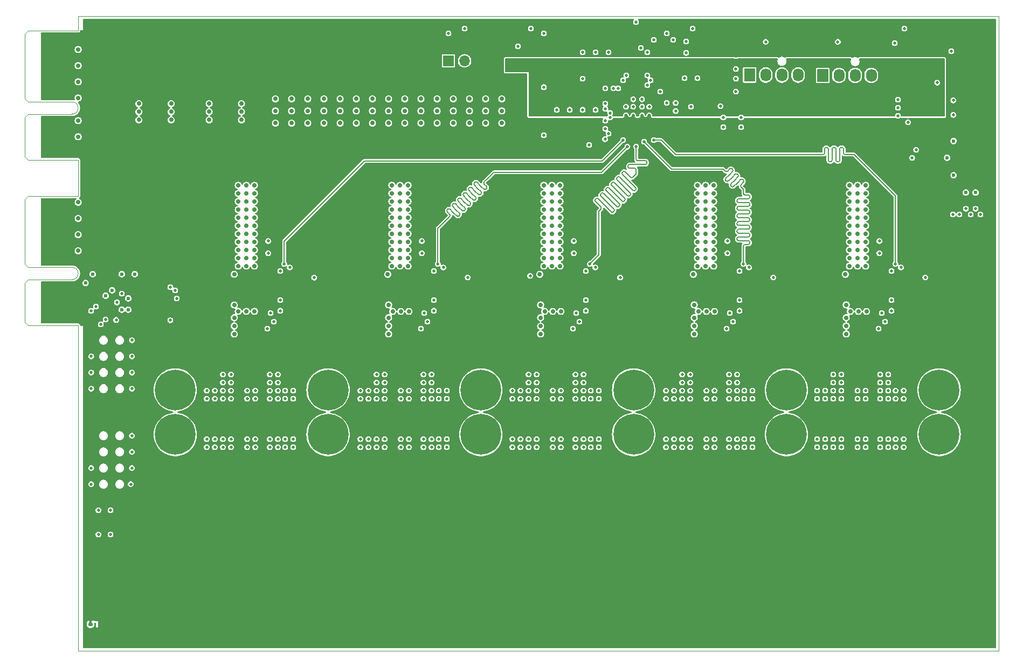
<source format=gbr>
%TF.GenerationSoftware,KiCad,Pcbnew,8.0.6*%
%TF.CreationDate,2024-11-29T00:06:03+01:00*%
%TF.ProjectId,EKO_Miner_PowerBoard-53667,454b4f5f-4d69-46e6-9572-5f506f776572,rev?*%
%TF.SameCoordinates,Original*%
%TF.FileFunction,Copper,L5,Inr*%
%TF.FilePolarity,Positive*%
%FSLAX46Y46*%
G04 Gerber Fmt 4.6, Leading zero omitted, Abs format (unit mm)*
G04 Created by KiCad (PCBNEW 8.0.6) date 2024-11-29 00:06:03*
%MOMM*%
%LPD*%
G01*
G04 APERTURE LIST*
%ADD10C,0.300000*%
%TA.AperFunction,ComponentPad*%
%ADD11R,1.730000X2.030000*%
%TD*%
%TA.AperFunction,ComponentPad*%
%ADD12O,1.730000X2.030000*%
%TD*%
%TA.AperFunction,ComponentPad*%
%ADD13C,0.800000*%
%TD*%
%TA.AperFunction,ComponentPad*%
%ADD14C,6.400000*%
%TD*%
%TA.AperFunction,ComponentPad*%
%ADD15C,0.499999*%
%TD*%
%TA.AperFunction,ComponentPad*%
%ADD16C,0.400000*%
%TD*%
%TA.AperFunction,ComponentPad*%
%ADD17C,0.500000*%
%TD*%
%TA.AperFunction,ComponentPad*%
%ADD18R,1.700000X1.700000*%
%TD*%
%TA.AperFunction,ComponentPad*%
%ADD19O,1.700000X1.700000*%
%TD*%
%TA.AperFunction,ViaPad*%
%ADD20C,0.700000*%
%TD*%
%TA.AperFunction,ViaPad*%
%ADD21C,0.500000*%
%TD*%
%TA.AperFunction,ViaPad*%
%ADD22C,0.600000*%
%TD*%
%TA.AperFunction,Conductor*%
%ADD23C,0.200000*%
%TD*%
%TA.AperFunction,Profile*%
%ADD24C,0.100000*%
%TD*%
G04 APERTURE END LIST*
D10*
G36*
X78035838Y-121576892D02*
G01*
X75902504Y-121576892D01*
X75902504Y-120617368D01*
X76069171Y-120617368D01*
X76069171Y-120974510D01*
X76072053Y-121003774D01*
X76074114Y-121008751D01*
X76074497Y-121014129D01*
X76085007Y-121041592D01*
X76156436Y-121184450D01*
X76164363Y-121197043D01*
X76165879Y-121200703D01*
X76169260Y-121204822D01*
X76172101Y-121209336D01*
X76175094Y-121211932D01*
X76184534Y-121223434D01*
X76255962Y-121294862D01*
X76267464Y-121304302D01*
X76270060Y-121307295D01*
X76274569Y-121310133D01*
X76278692Y-121313517D01*
X76282354Y-121315033D01*
X76294946Y-121322960D01*
X76437802Y-121394389D01*
X76465266Y-121404898D01*
X76470640Y-121405279D01*
X76475621Y-121407343D01*
X76504885Y-121410225D01*
X76862028Y-121410225D01*
X76891292Y-121407343D01*
X76896272Y-121405279D01*
X76901647Y-121404898D01*
X76929110Y-121394389D01*
X77071967Y-121322960D01*
X77084562Y-121315031D01*
X77088219Y-121313517D01*
X77092336Y-121310137D01*
X77096853Y-121307295D01*
X77099450Y-121304300D01*
X77110950Y-121294863D01*
X77182379Y-121223435D01*
X77191818Y-121211932D01*
X77194814Y-121209335D01*
X77197655Y-121204820D01*
X77201034Y-121200704D01*
X77202549Y-121197045D01*
X77210478Y-121184449D01*
X77281907Y-121041591D01*
X77292416Y-121014128D01*
X77292797Y-121008752D01*
X77294860Y-121003774D01*
X77297742Y-120974510D01*
X77297742Y-120617368D01*
X77294860Y-120588104D01*
X77292797Y-120583125D01*
X77292761Y-120582617D01*
X77569171Y-120610258D01*
X77569171Y-121188796D01*
X77572053Y-121218060D01*
X77594451Y-121272132D01*
X77635835Y-121313516D01*
X77689907Y-121335914D01*
X77748435Y-121335914D01*
X77802507Y-121313516D01*
X77843891Y-121272132D01*
X77866289Y-121218060D01*
X77869171Y-121188796D01*
X77869171Y-120474510D01*
X77868104Y-120463683D01*
X77868470Y-120460030D01*
X77867393Y-120456462D01*
X77866289Y-120445246D01*
X77857895Y-120424983D01*
X77851564Y-120403998D01*
X77846782Y-120398153D01*
X77843891Y-120391174D01*
X77828385Y-120375668D01*
X77814503Y-120358701D01*
X77807847Y-120355130D01*
X77802507Y-120349790D01*
X77782249Y-120341398D01*
X77762928Y-120331034D01*
X77751880Y-120328819D01*
X77748435Y-120327392D01*
X77744761Y-120327392D01*
X77734096Y-120325254D01*
X77019810Y-120253826D01*
X76990405Y-120253782D01*
X76983174Y-120255964D01*
X76975621Y-120255964D01*
X76955361Y-120264355D01*
X76934373Y-120270689D01*
X76928528Y-120275470D01*
X76921549Y-120278362D01*
X76906045Y-120293866D01*
X76889076Y-120307750D01*
X76885504Y-120314406D01*
X76880164Y-120319748D01*
X76871774Y-120340002D01*
X76861409Y-120359325D01*
X76860657Y-120366842D01*
X76857767Y-120373820D01*
X76857767Y-120395743D01*
X76855585Y-120417562D01*
X76857767Y-120424793D01*
X76857767Y-120432346D01*
X76866158Y-120452605D01*
X76872492Y-120473594D01*
X76877273Y-120479438D01*
X76880165Y-120486418D01*
X76898820Y-120509149D01*
X76953036Y-120563365D01*
X76997742Y-120652777D01*
X76997742Y-120939100D01*
X76953036Y-121028512D01*
X76916032Y-121065517D01*
X76826618Y-121110225D01*
X76540295Y-121110225D01*
X76450882Y-121065518D01*
X76413878Y-121028514D01*
X76369171Y-120939100D01*
X76369171Y-120652778D01*
X76413878Y-120563364D01*
X76468094Y-120509148D01*
X76486749Y-120486418D01*
X76509145Y-120432345D01*
X76509145Y-120373819D01*
X76486749Y-120319747D01*
X76445363Y-120278361D01*
X76391291Y-120255965D01*
X76332765Y-120255965D01*
X76278692Y-120278361D01*
X76255962Y-120297016D01*
X76184534Y-120368444D01*
X76175094Y-120379945D01*
X76172101Y-120382542D01*
X76169260Y-120387055D01*
X76165879Y-120391175D01*
X76164363Y-120394834D01*
X76156436Y-120407428D01*
X76085007Y-120550286D01*
X76074497Y-120577749D01*
X76074114Y-120583126D01*
X76072053Y-120588104D01*
X76069171Y-120617368D01*
X75902504Y-120617368D01*
X75902504Y-120087115D01*
X78035838Y-120087115D01*
X78035838Y-121576892D01*
G37*
D11*
%TO.N,GND*%
%TO.C,J5*%
X191717000Y-34576000D03*
D12*
%TO.N,+12V_PWR*%
X194257000Y-34576000D03*
%TO.N,/FAN/FAN2_TACH*%
X196797000Y-34576000D03*
%TO.N,/FAN/FAN2_PWM*%
X199337000Y-34576000D03*
%TD*%
D13*
%TO.N,GND*%
%TO.C,H18*%
X183600000Y-60000000D03*
X184302944Y-58302944D03*
X184302944Y-61697056D03*
X186000000Y-57600000D03*
D14*
X186000000Y-60000000D03*
D13*
X186000000Y-62400000D03*
X187697056Y-58302944D03*
X187697056Y-61697056D03*
X188400000Y-60000000D03*
%TD*%
%TO.N,VPWR_ASIC*%
%TO.C,H19*%
X183600000Y-91000000D03*
X184302944Y-89302944D03*
X184302944Y-92697056D03*
X186000000Y-88600000D03*
D14*
X186000000Y-91000000D03*
D13*
X186000000Y-93400000D03*
X187697056Y-89302944D03*
X187697056Y-92697056D03*
X188400000Y-91000000D03*
%TD*%
%TO.N,VPWR_ASIC*%
%TO.C,H21*%
X207600000Y-84000000D03*
X208302944Y-82302944D03*
X208302944Y-85697056D03*
X210000000Y-81600000D03*
D14*
X210000000Y-84000000D03*
D13*
X210000000Y-86400000D03*
X211697056Y-82302944D03*
X211697056Y-85697056D03*
X212400000Y-84000000D03*
%TD*%
%TO.N,VPWR_ASIC*%
%TO.C,H23*%
X207600000Y-91000000D03*
X208302944Y-89302944D03*
X208302944Y-92697056D03*
X210000000Y-88600000D03*
D14*
X210000000Y-91000000D03*
D13*
X210000000Y-93400000D03*
X211697056Y-89302944D03*
X211697056Y-92697056D03*
X212400000Y-91000000D03*
%TD*%
%TO.N,GND*%
%TO.C,H12*%
X135600000Y-115000000D03*
X136302944Y-113302944D03*
X136302944Y-116697056D03*
X138000000Y-112600000D03*
D14*
X138000000Y-115000000D03*
D13*
X138000000Y-117400000D03*
X139697056Y-113302944D03*
X139697056Y-116697056D03*
X140400000Y-115000000D03*
%TD*%
%TO.N,VPWR_ASIC*%
%TO.C,H3*%
X87600000Y-91000000D03*
X88302944Y-89302944D03*
X88302944Y-92697056D03*
X90000000Y-88600000D03*
D14*
X90000000Y-91000000D03*
D13*
X90000000Y-93400000D03*
X91697056Y-89302944D03*
X91697056Y-92697056D03*
X92400000Y-91000000D03*
%TD*%
%TO.N,VPWR_ASIC*%
%TO.C,H15*%
X159600000Y-91000000D03*
X160302944Y-89302944D03*
X160302944Y-92697056D03*
X162000000Y-88600000D03*
D14*
X162000000Y-91000000D03*
D13*
X162000000Y-93400000D03*
X163697056Y-89302944D03*
X163697056Y-92697056D03*
X164400000Y-91000000D03*
%TD*%
%TO.N,VPWR_ASIC*%
%TO.C,H17*%
X183600000Y-84000000D03*
X184302944Y-82302944D03*
X184302944Y-85697056D03*
X186000000Y-81600000D03*
D14*
X186000000Y-84000000D03*
D13*
X186000000Y-86400000D03*
X187697056Y-82302944D03*
X187697056Y-85697056D03*
X188400000Y-84000000D03*
%TD*%
%TO.N,GND*%
%TO.C,H6*%
X111600000Y-60000000D03*
X112302944Y-58302944D03*
X112302944Y-61697056D03*
X114000000Y-57600000D03*
D14*
X114000000Y-60000000D03*
D13*
X114000000Y-62400000D03*
X115697056Y-58302944D03*
X115697056Y-61697056D03*
X116400000Y-60000000D03*
%TD*%
%TO.N,GND*%
%TO.C,H22*%
X207600000Y-60000000D03*
X208302944Y-58302944D03*
X208302944Y-61697056D03*
X210000000Y-57600000D03*
D14*
X210000000Y-60000000D03*
D13*
X210000000Y-62400000D03*
X211697056Y-58302944D03*
X211697056Y-61697056D03*
X212400000Y-60000000D03*
%TD*%
%TO.N,GND*%
%TO.C,H20*%
X183600000Y-115000000D03*
X184302944Y-113302944D03*
X184302944Y-116697056D03*
X186000000Y-112600000D03*
D14*
X186000000Y-115000000D03*
D13*
X186000000Y-117400000D03*
X187697056Y-113302944D03*
X187697056Y-116697056D03*
X188400000Y-115000000D03*
%TD*%
%TO.N,GND*%
%TO.C,H4*%
X87600000Y-115000000D03*
X88302944Y-113302944D03*
X88302944Y-116697056D03*
X90000000Y-112600000D03*
D14*
X90000000Y-115000000D03*
D13*
X90000000Y-117400000D03*
X91697056Y-113302944D03*
X91697056Y-116697056D03*
X92400000Y-115000000D03*
%TD*%
%TO.N,GND*%
%TO.C,H24*%
X207600000Y-115000000D03*
X208302944Y-113302944D03*
X208302944Y-116697056D03*
X210000000Y-112600000D03*
D14*
X210000000Y-115000000D03*
D13*
X210000000Y-117400000D03*
X211697056Y-113302944D03*
X211697056Y-116697056D03*
X212400000Y-115000000D03*
%TD*%
%TO.N,GND*%
%TO.C,H16*%
X159600000Y-115000000D03*
X160302944Y-113302944D03*
X160302944Y-116697056D03*
X162000000Y-112600000D03*
D14*
X162000000Y-115000000D03*
D13*
X162000000Y-117400000D03*
X163697056Y-113302944D03*
X163697056Y-116697056D03*
X164400000Y-115000000D03*
%TD*%
%TO.N,VPWR_ASIC*%
%TO.C,H7*%
X111600000Y-91000000D03*
X112302944Y-89302944D03*
X112302944Y-92697056D03*
X114000000Y-88600000D03*
D14*
X114000000Y-91000000D03*
D13*
X114000000Y-93400000D03*
X115697056Y-89302944D03*
X115697056Y-92697056D03*
X116400000Y-91000000D03*
%TD*%
%TO.N,VPWR_ASIC*%
%TO.C,H5*%
X111600000Y-84000000D03*
X112302944Y-82302944D03*
X112302944Y-85697056D03*
X114000000Y-81600000D03*
D14*
X114000000Y-84000000D03*
D13*
X114000000Y-86400000D03*
X115697056Y-82302944D03*
X115697056Y-85697056D03*
X116400000Y-84000000D03*
%TD*%
%TO.N,GND*%
%TO.C,H10*%
X135600000Y-60000000D03*
X136302944Y-58302944D03*
X136302944Y-61697056D03*
X138000000Y-57600000D03*
D14*
X138000000Y-60000000D03*
D13*
X138000000Y-62400000D03*
X139697056Y-58302944D03*
X139697056Y-61697056D03*
X140400000Y-60000000D03*
%TD*%
%TO.N,GND*%
%TO.C,H8*%
X111600000Y-115000000D03*
X112302944Y-113302944D03*
X112302944Y-116697056D03*
X114000000Y-112600000D03*
D14*
X114000000Y-115000000D03*
D13*
X114000000Y-117400000D03*
X115697056Y-113302944D03*
X115697056Y-116697056D03*
X116400000Y-115000000D03*
%TD*%
%TO.N,VPWR_ASIC*%
%TO.C,H13*%
X159600000Y-84000000D03*
X160302944Y-82302944D03*
X160302944Y-85697056D03*
X162000000Y-81600000D03*
D14*
X162000000Y-84000000D03*
D13*
X162000000Y-86400000D03*
X163697056Y-82302944D03*
X163697056Y-85697056D03*
X164400000Y-84000000D03*
%TD*%
%TO.N,GND*%
%TO.C,H2*%
X87600000Y-60000000D03*
X88302944Y-58302944D03*
X88302944Y-61697056D03*
X90000000Y-57600000D03*
D14*
X90000000Y-60000000D03*
D13*
X90000000Y-62400000D03*
X91697056Y-58302944D03*
X91697056Y-61697056D03*
X92400000Y-60000000D03*
%TD*%
D11*
%TO.N,GND*%
%TO.C,J6*%
X180215000Y-34513000D03*
D12*
%TO.N,+12V_PWR*%
X182755000Y-34513000D03*
%TO.N,/FAN/FAN1_TACH*%
X185295000Y-34513000D03*
%TO.N,/FAN/FAN1_PWM*%
X187835000Y-34513000D03*
%TD*%
D13*
%TO.N,VPWR_ASIC*%
%TO.C,H1*%
X87600000Y-84000000D03*
X88302944Y-82302944D03*
X88302944Y-85697056D03*
X90000000Y-81600000D03*
D14*
X90000000Y-84000000D03*
D13*
X90000000Y-86400000D03*
X91697056Y-82302944D03*
X91697056Y-85697056D03*
X92400000Y-84000000D03*
%TD*%
%TO.N,VPWR_ASIC*%
%TO.C,H9*%
X135600000Y-84000000D03*
X136302944Y-82302944D03*
X136302944Y-85697056D03*
X138000000Y-81600000D03*
D14*
X138000000Y-84000000D03*
D13*
X138000000Y-86400000D03*
X139697056Y-82302944D03*
X139697056Y-85697056D03*
X140400000Y-84000000D03*
%TD*%
%TO.N,VPWR_ASIC*%
%TO.C,H11*%
X135600000Y-91000000D03*
X136302944Y-89302944D03*
X136302944Y-92697056D03*
X138000000Y-88600000D03*
D14*
X138000000Y-91000000D03*
D13*
X138000000Y-93400000D03*
X139697056Y-89302944D03*
X139697056Y-92697056D03*
X140400000Y-91000000D03*
%TD*%
%TO.N,GND*%
%TO.C,H14*%
X159600000Y-60000000D03*
X160302944Y-58302944D03*
X160302944Y-61697056D03*
X162000000Y-57600000D03*
D14*
X162000000Y-60000000D03*
D13*
X162000000Y-62400000D03*
X163697056Y-58302944D03*
X163697056Y-61697056D03*
X164400000Y-60000000D03*
%TD*%
D15*
%TO.N,GND*%
%TO.C,U11*%
X149680000Y-69504007D03*
X151000000Y-69504004D03*
X152320000Y-69504004D03*
X153450000Y-68104002D03*
X148550000Y-68103999D03*
X151000000Y-68103999D03*
X152320000Y-68103999D03*
X149680000Y-68103997D03*
X151000000Y-66704000D03*
X152320000Y-66704000D03*
X149680000Y-66703997D03*
%TD*%
D16*
%TO.N,GND*%
%TO.C,U2*%
X87196000Y-68928000D03*
X87196000Y-70328000D03*
%TD*%
D15*
%TO.N,GND*%
%TO.C,U12*%
X173810000Y-69504007D03*
X175130000Y-69504004D03*
X176450000Y-69504004D03*
X177580000Y-68104002D03*
X172680000Y-68103999D03*
X175130000Y-68103999D03*
X176450000Y-68103999D03*
X173810000Y-68103997D03*
X175130000Y-66704000D03*
X176450000Y-66704000D03*
X173810000Y-66703997D03*
%TD*%
%TO.N,GND*%
%TO.C,U9*%
X101674000Y-69504008D03*
X102994000Y-69504005D03*
X104314000Y-69504005D03*
X105444000Y-68104003D03*
X100544000Y-68104000D03*
X102994000Y-68104000D03*
X104314000Y-68104000D03*
X101674000Y-68103998D03*
X102994000Y-66704001D03*
X104314000Y-66704001D03*
X101674000Y-66703998D03*
%TD*%
%TO.N,GND*%
%TO.C,U13*%
X197686000Y-69504007D03*
X199006000Y-69504004D03*
X200326000Y-69504004D03*
X201456000Y-68104002D03*
X196556000Y-68103999D03*
X199006000Y-68103999D03*
X200326000Y-68103999D03*
X197686000Y-68103997D03*
X199006000Y-66704000D03*
X200326000Y-66704000D03*
X197686000Y-66703997D03*
%TD*%
D17*
%TO.N,GND*%
%TO.C,U4*%
X160808998Y-39479000D03*
X160808998Y-40849000D03*
X161948998Y-38339000D03*
X161948998Y-39479000D03*
X161948998Y-40849000D03*
X161948998Y-41989000D03*
X163318998Y-38339000D03*
X163318998Y-39479000D03*
X163318998Y-40849000D03*
X163318998Y-41989000D03*
X164458998Y-39479000D03*
X164458998Y-40849000D03*
%TD*%
D18*
%TO.N,/SCL*%
%TO.C,J9*%
X132916000Y-32290000D03*
D19*
%TO.N,/SDA*%
X135456000Y-32290000D03*
%TO.N,GND*%
X137996000Y-32290000D03*
%TD*%
D15*
%TO.N,GND*%
%TO.C,U10*%
X125804000Y-69504008D03*
X127124000Y-69504005D03*
X128444000Y-69504005D03*
X129574000Y-68104003D03*
X124674000Y-68104000D03*
X127124000Y-68104000D03*
X128444000Y-68104000D03*
X125804000Y-68103998D03*
X127124000Y-66704001D03*
X128444000Y-66704001D03*
X125804000Y-66703998D03*
%TD*%
D20*
%TO.N,GND*%
X199083000Y-99219000D03*
X200353000Y-99219000D03*
X195273000Y-99219000D03*
X194003000Y-97949000D03*
X196543000Y-99219000D03*
X204163000Y-99219000D03*
X192733000Y-97949000D03*
X195273000Y-97949000D03*
X197813000Y-99219000D03*
X197813000Y-97949000D03*
X192733000Y-99219000D03*
X194003000Y-99219000D03*
X201623000Y-97949000D03*
X202893000Y-99219000D03*
X196543000Y-97949000D03*
X201623000Y-99219000D03*
X199083000Y-97949000D03*
X204163000Y-97949000D03*
X191463000Y-99219000D03*
X200353000Y-97949000D03*
X191463000Y-97949000D03*
X202893000Y-97949000D03*
X175334000Y-99219000D03*
X176604000Y-99219000D03*
X171524000Y-99219000D03*
X170254000Y-97949000D03*
X172794000Y-99219000D03*
X180414000Y-99219000D03*
X168984000Y-97949000D03*
X171524000Y-97949000D03*
X174064000Y-99219000D03*
X174064000Y-97949000D03*
X168984000Y-99219000D03*
X170254000Y-99219000D03*
X177874000Y-97949000D03*
X179144000Y-99219000D03*
X172794000Y-97949000D03*
X177874000Y-99219000D03*
X175334000Y-97949000D03*
X180414000Y-97949000D03*
X167714000Y-99219000D03*
X176604000Y-97949000D03*
X167714000Y-97949000D03*
X179144000Y-97949000D03*
X151204000Y-99219000D03*
X152474000Y-99219000D03*
X147394000Y-99219000D03*
X146124000Y-97949000D03*
X148664000Y-99219000D03*
X156284000Y-99219000D03*
X144854000Y-97949000D03*
X147394000Y-97949000D03*
X149934000Y-99219000D03*
X149934000Y-97949000D03*
X144854000Y-99219000D03*
X146124000Y-99219000D03*
X153744000Y-97949000D03*
X155014000Y-99219000D03*
X148664000Y-97949000D03*
X153744000Y-99219000D03*
X151204000Y-97949000D03*
X156284000Y-97949000D03*
X143584000Y-99219000D03*
X152474000Y-97949000D03*
X143584000Y-97949000D03*
X155014000Y-97949000D03*
X127201000Y-99219000D03*
X128471000Y-99219000D03*
X123391000Y-99219000D03*
X122121000Y-97949000D03*
X124661000Y-99219000D03*
X132281000Y-99219000D03*
X120851000Y-97949000D03*
X123391000Y-97949000D03*
X125931000Y-99219000D03*
X125931000Y-97949000D03*
X120851000Y-99219000D03*
X122121000Y-99219000D03*
X129741000Y-97949000D03*
X131011000Y-99219000D03*
X124661000Y-97949000D03*
X129741000Y-99219000D03*
X127201000Y-97949000D03*
X132281000Y-97949000D03*
X119581000Y-99219000D03*
X128471000Y-97949000D03*
X119581000Y-97949000D03*
X131011000Y-97949000D03*
X103198000Y-97949000D03*
X104468000Y-97949000D03*
X104468000Y-99219000D03*
X101928000Y-97949000D03*
X99388000Y-97949000D03*
X96848000Y-99219000D03*
X101928000Y-99219000D03*
X99388000Y-99219000D03*
X100658000Y-99219000D03*
X95578000Y-99219000D03*
X108278000Y-97949000D03*
X98118000Y-97949000D03*
X95578000Y-97949000D03*
X98118000Y-99219000D03*
X107008000Y-97949000D03*
X108278000Y-99219000D03*
X96848000Y-97949000D03*
X105738000Y-97949000D03*
X107008000Y-99219000D03*
X105738000Y-99219000D03*
X100658000Y-97949000D03*
X103198000Y-99219000D03*
%TO.N,+12V_PWR*%
X195264000Y-65830000D03*
X171388000Y-65830000D03*
X147258000Y-65830000D03*
X123382000Y-65830000D03*
X99261000Y-65818000D03*
X84275000Y-41561000D03*
X84275000Y-40291000D03*
X84275000Y-39021000D03*
X89355000Y-41561000D03*
X89355000Y-40291000D03*
X89355000Y-39021000D03*
X95324000Y-41561000D03*
X95324000Y-40291000D03*
X95324000Y-39021000D03*
X100404000Y-41561000D03*
X100404000Y-40291000D03*
X100404000Y-39021000D03*
X74750000Y-62135000D03*
%TO.N,GND*%
X73353000Y-63405000D03*
X73353000Y-60865000D03*
%TO.N,+12V_PWR*%
X74750000Y-59595000D03*
X74750000Y-57055000D03*
%TO.N,GND*%
X73353000Y-58325000D03*
X73353000Y-55785000D03*
%TO.N,+12V_PWR*%
X74750000Y-54515000D03*
%TO.N,GND*%
X216990000Y-122714000D03*
X142568000Y-63277999D03*
X110818000Y-45879000D03*
X83386000Y-50959000D03*
X166698000Y-63277999D03*
X82116000Y-53499000D03*
X95578000Y-32036000D03*
X122121000Y-45879000D03*
D21*
X105865000Y-75216000D03*
D22*
X214196000Y-51983000D03*
D20*
X81227000Y-108490000D03*
D21*
X117549000Y-76486000D03*
D20*
X95832000Y-62008000D03*
D21*
X162126000Y-30954000D03*
D20*
X94562000Y-60738000D03*
D21*
X192733000Y-75215999D03*
X111707000Y-75216000D03*
D20*
X94562000Y-59468000D03*
X191844000Y-62007999D03*
X82116000Y-57309000D03*
X119962000Y-64548000D03*
X142568000Y-64547999D03*
D21*
X129995000Y-76486000D03*
X170127000Y-76485999D03*
X84717000Y-70644000D03*
D20*
X118692000Y-45879000D03*
X166698000Y-58197999D03*
D21*
X135837000Y-76486000D03*
X164285000Y-75216000D03*
D20*
X82116000Y-56039000D03*
X83386000Y-58579000D03*
X167968000Y-60737999D03*
X82116000Y-48419000D03*
X78052000Y-26575000D03*
D21*
X178636000Y-68297000D03*
X140155000Y-76486000D03*
D20*
X83386000Y-32036000D03*
X73353000Y-29242000D03*
X83386000Y-57309000D03*
D21*
X160094000Y-30954000D03*
D20*
X138250000Y-109760000D03*
X166698000Y-59467999D03*
X120470000Y-33814000D03*
X82116000Y-58579000D03*
X100150000Y-109760000D03*
X143838000Y-59467999D03*
D21*
X92149000Y-76486000D03*
X182573000Y-76485999D03*
X204544000Y-67214999D03*
D20*
X83386000Y-45879000D03*
X87450000Y-109760000D03*
X73353000Y-42958000D03*
X190574000Y-60737999D03*
D21*
X155141000Y-76485999D03*
D20*
X211275000Y-27591000D03*
X115644000Y-33814000D03*
X119962000Y-62008000D03*
X119962000Y-60738000D03*
D21*
X188161000Y-75216000D03*
D20*
X103960000Y-45879000D03*
X109040000Y-33814000D03*
D21*
X159713000Y-75216000D03*
D20*
X118692000Y-58198000D03*
D21*
X132662000Y-67215000D03*
D20*
X83386000Y-48419000D03*
X76020000Y-51848000D03*
X82116000Y-45879000D03*
D21*
X168857000Y-75215999D03*
D20*
X143838000Y-58197999D03*
X94562000Y-58198000D03*
D21*
X105865000Y-76486000D03*
D20*
X142568000Y-59467999D03*
D21*
X107135000Y-75216000D03*
D20*
X191844000Y-63277999D03*
D21*
X111707000Y-76486000D03*
X122121000Y-75216000D03*
D20*
X109040000Y-45244000D03*
D21*
X93419000Y-75216000D03*
D20*
X93038000Y-32036000D03*
X94562000Y-62008000D03*
D21*
X178067000Y-31528000D03*
X135837000Y-75216000D03*
X149934000Y-39971000D03*
D20*
X125423000Y-45879000D03*
X89228000Y-33306000D03*
D21*
X158443000Y-76485999D03*
X131265000Y-76486000D03*
X179271000Y-75215999D03*
D20*
X191844000Y-58197999D03*
X82116000Y-33306000D03*
X73353000Y-31782000D03*
X170000000Y-109760000D03*
X90498000Y-32036000D03*
D21*
X155141000Y-75215999D03*
D20*
X102436000Y-33306000D03*
X110818000Y-31528000D03*
D21*
X141425000Y-75215999D03*
D20*
X167968000Y-59467999D03*
D21*
X153998000Y-39971000D03*
X189431000Y-75215999D03*
D20*
X195417688Y-109777689D03*
X99896000Y-33306000D03*
D21*
X178001000Y-76485999D03*
D20*
X217625000Y-27591000D03*
D21*
X92149000Y-75216000D03*
D20*
X94308000Y-32036000D03*
X84656000Y-32036000D03*
X167968000Y-58197999D03*
D21*
X165555000Y-76485999D03*
X122121000Y-76486000D03*
D20*
X118692000Y-59468000D03*
X112342000Y-33814000D03*
X191844000Y-64547999D03*
X166698000Y-60737999D03*
X114131997Y-45879000D03*
D21*
X134567000Y-75216000D03*
D20*
X163650000Y-109760000D03*
X157300000Y-109760000D03*
X105611000Y-45244000D03*
X112469000Y-45244000D03*
D21*
X180668000Y-67214999D03*
D20*
X118692000Y-60738000D03*
D21*
X206449000Y-76485999D03*
D20*
X123772000Y-45244000D03*
X190574000Y-58197999D03*
X127074000Y-33814000D03*
X128852000Y-31528000D03*
X119962000Y-63278000D03*
X95578000Y-33306000D03*
X166698000Y-64547999D03*
D21*
X166190000Y-30954000D03*
D20*
X191844000Y-59467999D03*
X82116000Y-50959000D03*
X125550000Y-109760000D03*
D21*
X207719000Y-75216000D03*
X116279000Y-76486000D03*
D20*
X131900000Y-109760000D03*
D21*
X145997000Y-75215999D03*
X144727000Y-75215999D03*
X93419000Y-76486000D03*
D20*
X82116000Y-49689000D03*
X82116000Y-32036000D03*
X112850000Y-109760000D03*
X118692000Y-64548000D03*
D21*
X168222000Y-30954000D03*
X153871000Y-75215999D03*
X117549000Y-75216000D03*
D22*
X215720000Y-51983000D03*
D20*
X143838000Y-64547999D03*
D21*
X145997000Y-76485999D03*
D20*
X99896000Y-32036000D03*
X117930000Y-31528000D03*
D21*
X203147000Y-76485999D03*
D20*
X73353000Y-34322000D03*
X82116000Y-52229000D03*
D21*
X201877000Y-75215999D03*
X175649000Y-39402000D03*
X96721000Y-76486000D03*
D20*
X81227000Y-121190000D03*
X167968000Y-64547999D03*
X167968000Y-62007999D03*
X107262000Y-45879000D03*
D21*
X110437000Y-76486000D03*
X183843000Y-75216000D03*
X147902000Y-36415000D03*
X134567000Y-76486000D03*
D20*
X90498000Y-33306000D03*
D21*
X140155000Y-75216000D03*
D20*
X82116000Y-47149000D03*
X142568000Y-62007999D03*
X102436000Y-32036000D03*
X176371258Y-109777689D03*
X76782000Y-87662000D03*
X127074000Y-45244000D03*
D21*
X192733000Y-76485999D03*
D20*
X217625000Y-46641000D03*
D21*
X110437000Y-75216000D03*
D20*
X101166000Y-33306000D03*
D21*
X207719000Y-76486000D03*
X76800000Y-76190000D03*
D20*
X121994000Y-31528000D03*
X125550000Y-31528000D03*
D21*
X154506000Y-68297000D03*
D20*
X120470000Y-45244000D03*
X142568000Y-60737999D03*
X93800000Y-109760000D03*
D21*
X202512000Y-68297000D03*
X120851000Y-75216000D03*
X156538000Y-67214999D03*
X170000000Y-35018000D03*
D20*
X114120000Y-31528000D03*
D21*
X129995000Y-75216000D03*
D20*
X182700000Y-109760000D03*
X150950000Y-109760000D03*
X119200000Y-109760000D03*
D21*
X158443000Y-75215999D03*
X175649000Y-44482000D03*
D20*
X190574000Y-59467999D03*
X76020000Y-49308000D03*
X95832000Y-60738000D03*
D21*
X151966000Y-39971000D03*
D20*
X143838000Y-63277999D03*
D21*
X164285000Y-76486000D03*
D20*
X73353000Y-45498000D03*
X105738000Y-33814000D03*
X190574000Y-63277999D03*
X115898000Y-45371000D03*
X83386000Y-49689000D03*
D21*
X194003000Y-75215999D03*
X107135000Y-76486000D03*
D20*
X217625000Y-40291000D03*
X119962000Y-59468000D03*
D21*
X165555000Y-75215999D03*
D20*
X142568000Y-58197999D03*
X106500000Y-109760000D03*
X101166000Y-32036000D03*
X117676000Y-45879000D03*
X91768000Y-33306000D03*
X95832000Y-58198000D03*
D21*
X213180000Y-34926000D03*
D20*
X83386000Y-52229000D03*
X93038000Y-33306000D03*
X94308000Y-33306000D03*
X83386000Y-33306000D03*
X167968000Y-63277999D03*
X143838000Y-62007999D03*
D21*
X96721000Y-75216000D03*
D20*
X143838000Y-60737999D03*
D21*
X87450000Y-67088000D03*
X108532000Y-67215000D03*
X216609000Y-34926000D03*
D20*
X119962000Y-58198000D03*
D21*
X183843000Y-76486000D03*
X209690000Y-35719000D03*
X120851000Y-76486000D03*
X106500000Y-68297001D03*
X144727000Y-76485999D03*
D20*
X94562000Y-64548000D03*
D21*
X116279000Y-75216000D03*
D20*
X107262000Y-31528000D03*
X91768000Y-32036000D03*
X81227000Y-102140000D03*
X83386000Y-53499000D03*
D21*
X130630000Y-68297001D03*
X159713000Y-76486000D03*
X97991000Y-75216000D03*
D20*
X166698000Y-62007999D03*
X95832000Y-63278000D03*
D21*
X188161000Y-76486000D03*
X153871000Y-76485999D03*
X194003000Y-76485999D03*
D20*
X84656000Y-33306000D03*
D21*
X178067000Y-35084000D03*
X206449000Y-75215999D03*
D20*
X82116000Y-54769000D03*
X190574000Y-62007999D03*
X95832000Y-59468000D03*
D21*
X97991000Y-76486000D03*
X178001000Y-75215999D03*
D20*
X73353000Y-36862000D03*
D21*
X203147000Y-75215999D03*
D20*
X191844000Y-60737999D03*
D21*
X156030000Y-39971000D03*
X170127000Y-75215999D03*
D20*
X83386000Y-54769000D03*
D21*
X182573000Y-75215999D03*
X89482000Y-70644000D03*
X189431000Y-76485999D03*
D20*
X190574000Y-64547999D03*
D21*
X141425000Y-76485999D03*
D20*
X217625000Y-33941000D03*
D21*
X131265000Y-75216000D03*
D20*
X123772000Y-33814000D03*
X81227000Y-114840000D03*
X89228000Y-32036000D03*
X83386000Y-47149000D03*
X95832000Y-64548000D03*
D21*
X168857000Y-76485999D03*
D20*
X118692000Y-62008000D03*
X189050000Y-109760000D03*
X144600000Y-109760000D03*
D21*
X201877000Y-76485999D03*
D20*
X83386000Y-56039000D03*
X118692000Y-63278000D03*
X201773016Y-109777689D03*
X94562000Y-63278000D03*
D21*
X179271000Y-76485999D03*
D20*
%TO.N,+12V_PWR*%
X195908000Y-51848000D03*
X105738000Y-38259000D03*
X125296000Y-51848000D03*
X74750000Y-41688000D03*
X174572000Y-62007999D03*
X173302000Y-54387999D03*
X172032000Y-54388000D03*
X124026000Y-53118000D03*
X113358000Y-38259000D03*
X197178000Y-55657999D03*
X102436000Y-56928000D03*
X147902000Y-51848000D03*
X174572000Y-59467999D03*
X198448000Y-58197999D03*
X124026000Y-58198000D03*
X99896000Y-55658000D03*
X150442000Y-53118000D03*
X147902000Y-54388000D03*
D21*
X182755000Y-29297000D03*
D20*
X172032000Y-55658000D03*
X101166000Y-56928000D03*
X173302000Y-53117999D03*
X136218000Y-42069000D03*
X74750000Y-30512000D03*
X101166000Y-62008000D03*
X123518000Y-38259000D03*
X126566000Y-51848000D03*
X198448000Y-59467999D03*
X149172000Y-51847999D03*
X125296000Y-54388000D03*
X197178000Y-58197999D03*
X126566000Y-55658000D03*
X126058000Y-38259000D03*
X126566000Y-59468000D03*
X174572000Y-58197999D03*
X102436000Y-63278000D03*
X124026000Y-56928000D03*
X125296000Y-60738000D03*
X126566000Y-64548000D03*
X101166000Y-58198000D03*
X174572000Y-55658000D03*
X99896000Y-59468000D03*
X195908000Y-64547999D03*
X125296000Y-64548000D03*
X173302000Y-63277999D03*
X131138000Y-38259000D03*
X174572000Y-64547999D03*
X126566000Y-56928000D03*
X131138000Y-40164000D03*
X141298000Y-40164000D03*
X147902000Y-53118000D03*
X99896000Y-53118000D03*
X99896000Y-64548000D03*
X115898000Y-40164000D03*
X118438000Y-38259000D03*
X108278000Y-38259000D03*
X150442000Y-58197999D03*
X173302000Y-51847999D03*
X172032000Y-64547999D03*
X174572000Y-53118000D03*
X174572000Y-54388000D03*
X126566000Y-53118000D03*
X118438000Y-42069000D03*
X172032000Y-53118000D03*
X126566000Y-62008000D03*
X74750000Y-35592000D03*
X195908000Y-60737999D03*
X141298000Y-38259000D03*
X150442000Y-64547999D03*
X149172000Y-62007999D03*
X99896000Y-60738000D03*
X113358000Y-42069000D03*
X74750000Y-38132000D03*
X195908000Y-53118000D03*
X172032000Y-60737999D03*
X195908000Y-62007999D03*
X147902000Y-60737999D03*
X101166000Y-63278000D03*
X126566000Y-60738000D03*
X197178000Y-56927999D03*
X124026000Y-54388000D03*
X147902000Y-62007999D03*
X102436000Y-62008000D03*
X115898000Y-38259000D03*
X115898000Y-42069000D03*
X124026000Y-60738000D03*
X147902000Y-59467999D03*
X149172000Y-64547999D03*
X149172000Y-55657999D03*
X195908000Y-63277999D03*
X150442000Y-63277999D03*
X147902000Y-56928000D03*
X120978000Y-42069000D03*
X174572000Y-63277999D03*
X99896000Y-63278000D03*
X150442000Y-54388000D03*
X123518000Y-40164000D03*
X172032000Y-56928000D03*
X102436000Y-60738000D03*
X102436000Y-54388000D03*
X102436000Y-59468000D03*
X138758000Y-38259000D03*
X102436000Y-64548000D03*
X173302000Y-58197999D03*
X105738000Y-40164000D03*
X173302000Y-64547999D03*
X124026000Y-62008000D03*
X133678000Y-38259000D03*
X173302000Y-62007999D03*
X99896000Y-58198000D03*
X110818000Y-38259000D03*
X102436000Y-51848000D03*
X172032000Y-59467999D03*
X131138000Y-42069000D03*
X124026000Y-64548000D03*
X174572000Y-56928000D03*
X173302000Y-56927999D03*
X174572000Y-51848000D03*
X150442000Y-59467999D03*
X172032000Y-58197999D03*
X123518000Y-42069000D03*
X138758000Y-40164000D03*
X147902000Y-58197999D03*
X198448000Y-51848000D03*
X198448000Y-60737999D03*
X101166000Y-54388000D03*
X128598000Y-40164000D03*
X125296000Y-62008000D03*
X174572000Y-60737999D03*
X195908000Y-59467999D03*
X198448000Y-56928000D03*
X149172000Y-56927999D03*
X102436000Y-55658000D03*
X74750000Y-33052000D03*
X150442000Y-51848000D03*
X113358000Y-40164000D03*
X150442000Y-55658000D03*
X101166000Y-53118000D03*
X99896000Y-54388000D03*
X197178000Y-64547999D03*
X197178000Y-63277999D03*
X149172000Y-60737999D03*
X198448000Y-64547999D03*
X126566000Y-54388000D03*
D21*
X194075000Y-29297000D03*
D20*
X198448000Y-62007999D03*
X198448000Y-54388000D03*
X141298000Y-42069000D03*
X101166000Y-55658000D03*
X126058000Y-40164000D03*
X125296000Y-55658000D03*
X172032000Y-51848000D03*
X149172000Y-54387999D03*
X125296000Y-53118000D03*
X102436000Y-53118000D03*
X138758000Y-42069000D03*
X124026000Y-59468000D03*
X198448000Y-63277999D03*
X195908000Y-54388000D03*
X126566000Y-58198000D03*
X118438000Y-40164000D03*
X195908000Y-58197999D03*
X173302000Y-60737999D03*
X150442000Y-56928000D03*
X120978000Y-40164000D03*
X147902000Y-63277999D03*
X99896000Y-56928000D03*
X197178000Y-54387999D03*
X105738000Y-42069000D03*
X198448000Y-53118000D03*
X101166000Y-51848000D03*
X172032000Y-63277999D03*
D21*
X170254000Y-29242000D03*
D20*
X198448000Y-55658000D03*
X149172000Y-53117999D03*
X120978000Y-38259000D03*
X124026000Y-63278000D03*
X99896000Y-51848000D03*
X126058000Y-42069000D03*
X102436000Y-58198000D03*
X173302000Y-59467999D03*
X136218000Y-40164000D03*
X197178000Y-62007999D03*
X125296000Y-59468000D03*
X136218000Y-38259000D03*
X197178000Y-51847999D03*
X197178000Y-59467999D03*
X128598000Y-38259000D03*
X150442000Y-60737999D03*
X149172000Y-59467999D03*
X197178000Y-53117999D03*
X126566000Y-63278000D03*
X172032000Y-62007999D03*
X149172000Y-63277999D03*
X125296000Y-63278000D03*
X110818000Y-40164000D03*
X125296000Y-58198000D03*
D21*
X170254000Y-31020000D03*
D20*
X124026000Y-51848000D03*
X99896000Y-62008000D03*
X195908000Y-56928000D03*
X133678000Y-40164000D03*
X108278000Y-42069000D03*
X124026000Y-55658000D03*
X147902000Y-64547999D03*
X108278000Y-40164000D03*
X197178000Y-60737999D03*
X125296000Y-56928000D03*
X101166000Y-60738000D03*
X147902000Y-55658000D03*
X128598000Y-42069000D03*
X150442000Y-62007999D03*
X149172000Y-58197999D03*
X110818000Y-42069000D03*
X74750000Y-44228000D03*
X195908000Y-55658000D03*
X101166000Y-64548000D03*
X101166000Y-59468000D03*
X133678000Y-42069000D03*
X173302000Y-55657999D03*
D21*
%TO.N,/DB_RX*%
X81608000Y-68866000D03*
D22*
X81608000Y-71406000D03*
D21*
%TO.N,/ID0*%
X205750500Y-47530000D03*
X212164000Y-56420000D03*
X178067000Y-37116000D03*
X79068000Y-72930000D03*
D22*
%TO.N,/DB_TX*%
X82624000Y-69628000D03*
X82624000Y-71406000D03*
D21*
%TO.N,/ID1*%
X213180000Y-56420000D03*
X78306000Y-73692000D03*
X178067000Y-33560000D03*
X206385500Y-46260000D03*
%TO.N,+VLOGIC_HB*%
X89228000Y-73057000D03*
X83200000Y-76190000D03*
D22*
%TO.N,Net-(U3-REF)*%
X211259000Y-47530000D03*
%TO.N,+5V_PSU*%
X81608000Y-65818000D03*
X77036000Y-65818000D03*
D21*
%TO.N,+5V_STDBY*%
X128598000Y-74364500D03*
D22*
X83640000Y-65818000D03*
D21*
X200480000Y-74364499D03*
D22*
X75908000Y-67200000D03*
D21*
X176604000Y-74364499D03*
X164158000Y-30954000D03*
X104468000Y-74364500D03*
X162380000Y-26194000D03*
X152474000Y-74364499D03*
X76800000Y-83810000D03*
%TO.N,VPWR_ASIC*%
X150569000Y-92996000D03*
X194638000Y-84106000D03*
X131392000Y-91726000D03*
X190828000Y-92996000D03*
X97482999Y-91736494D03*
X155268000Y-85376000D03*
X107262000Y-91726000D03*
X130249000Y-84106000D03*
X176985000Y-82835999D03*
X104849000Y-85376000D03*
X202004000Y-84106000D03*
X96213000Y-92996000D03*
X125423000Y-84106000D03*
X130249000Y-85376000D03*
X193368000Y-84106000D03*
X193368000Y-85376000D03*
X152855000Y-85376000D03*
X190828000Y-84106000D03*
X154125000Y-92996000D03*
X142949000Y-92996000D03*
X197178000Y-91726000D03*
X149299000Y-91726000D03*
X167079000Y-91726000D03*
X193368000Y-82836000D03*
X192098000Y-92996000D03*
X96213000Y-91726000D03*
X203147000Y-84106000D03*
X145489000Y-92996000D03*
X190828000Y-85376000D03*
X131392000Y-85376000D03*
X108532000Y-92996000D03*
X120343000Y-92996000D03*
X125423000Y-91726000D03*
X94943000Y-91726000D03*
X150569000Y-91726000D03*
X94943000Y-85376000D03*
X167079000Y-84106000D03*
X152855000Y-84106000D03*
X120343000Y-85376000D03*
X106119000Y-82836000D03*
X128979000Y-82836000D03*
X106118999Y-91736494D03*
X170889000Y-92996000D03*
X203147000Y-85376000D03*
X119073000Y-91726000D03*
X204417000Y-91726000D03*
X179398000Y-84106000D03*
X98753000Y-92996000D03*
X130249000Y-81566000D03*
X202004000Y-85376000D03*
X173429000Y-84106000D03*
X152855000Y-82835999D03*
X173429000Y-85376000D03*
X120343000Y-91726000D03*
X107262000Y-85376000D03*
X145489000Y-84106000D03*
X168349000Y-91726000D03*
X142949000Y-84106000D03*
X121613000Y-85376000D03*
X106119000Y-85376000D03*
X108532000Y-84106000D03*
X98752999Y-91736494D03*
X194638000Y-82836000D03*
X131392000Y-92996000D03*
X102563000Y-84106000D03*
X176984999Y-91736494D03*
X150569000Y-85376000D03*
X96213000Y-85376000D03*
X198448000Y-91726000D03*
X149299000Y-85376000D03*
X121612999Y-91736494D03*
X176985000Y-81565999D03*
X94943000Y-92996000D03*
X128979000Y-84106000D03*
X97483000Y-85376000D03*
X200734000Y-81566000D03*
X200733999Y-91736494D03*
X125423000Y-85376000D03*
X192098000Y-91726000D03*
X200734000Y-82836000D03*
X167079000Y-85376000D03*
X132662000Y-92996000D03*
X121613000Y-81566000D03*
X179398000Y-92996000D03*
X145489000Y-85376000D03*
X128978999Y-91736494D03*
X146759000Y-81565999D03*
X144219000Y-92996000D03*
X132662000Y-91726000D03*
X125423000Y-92996000D03*
X202004000Y-92996000D03*
X146759000Y-82835999D03*
X149299000Y-92996000D03*
X145488999Y-91736494D03*
X128979000Y-92996000D03*
X204417000Y-85376000D03*
X121613000Y-84106000D03*
X176985000Y-84106000D03*
X180668000Y-91726000D03*
X156538000Y-92996000D03*
X101293000Y-92996000D03*
X194638000Y-92996000D03*
X193367999Y-91736494D03*
X203147000Y-92996000D03*
X178254999Y-91736494D03*
X168349000Y-85376000D03*
X170889000Y-81565999D03*
X101293000Y-84106000D03*
X152855000Y-92996000D03*
X126693000Y-84106000D03*
X200734000Y-84106000D03*
X130248999Y-91736494D03*
X104849000Y-92996000D03*
X169619000Y-92996000D03*
X144219000Y-91726000D03*
X126693000Y-85376000D03*
X169619000Y-82835999D03*
X155268000Y-91726000D03*
X152854999Y-91736494D03*
X169619000Y-84106000D03*
X178255000Y-81565999D03*
X122883000Y-92996000D03*
X169618999Y-91736494D03*
X104848999Y-91736494D03*
X144219000Y-84106000D03*
X154124999Y-91736494D03*
X119073000Y-92996000D03*
X192098000Y-84106000D03*
X204417000Y-92996000D03*
X130249000Y-92996000D03*
X194637999Y-91736494D03*
X167079000Y-92996000D03*
X202003999Y-91736494D03*
X128979000Y-81566000D03*
X197178000Y-84106000D03*
X176985000Y-85376000D03*
X173429000Y-91726000D03*
X154125000Y-81565999D03*
X128979000Y-85376000D03*
X130249000Y-82836000D03*
X154125000Y-82835999D03*
X142949000Y-91726000D03*
X132662000Y-85376000D03*
X156538000Y-84106000D03*
X146759000Y-92996000D03*
X150569000Y-84106000D03*
X97483000Y-92996000D03*
X98753000Y-84106000D03*
X107262000Y-84106000D03*
X174699000Y-91726000D03*
X179398000Y-91726000D03*
X146758999Y-91736494D03*
X122883000Y-85376000D03*
X168349000Y-84106000D03*
X154125000Y-85376000D03*
X193368000Y-81566000D03*
X122882999Y-91736494D03*
X145489000Y-81565999D03*
X98753000Y-81566000D03*
X174699000Y-84106000D03*
X104849000Y-81566000D03*
X104849000Y-84106000D03*
X108532000Y-85376000D03*
X198448000Y-92996000D03*
X142949000Y-85376000D03*
X101293000Y-85376000D03*
X174699000Y-92996000D03*
X145489000Y-82835999D03*
X97483000Y-81566000D03*
X102563000Y-85376000D03*
X122883000Y-82836000D03*
X132662000Y-84106000D03*
X119073000Y-84106000D03*
X149299000Y-84106000D03*
X174699000Y-85376000D03*
X156538000Y-85376000D03*
X122883000Y-81566000D03*
X131392000Y-84106000D03*
X193368000Y-92996000D03*
X108532000Y-91726000D03*
X154125000Y-84106000D03*
X102563000Y-92996000D03*
X200734000Y-92996000D03*
X178255000Y-92996000D03*
X106119000Y-81566000D03*
X102563000Y-91726000D03*
X180668000Y-85376000D03*
X121613000Y-92996000D03*
X203147000Y-91726000D03*
X106119000Y-84106000D03*
X98753000Y-85376000D03*
X198448000Y-84106000D03*
X104849000Y-82836000D03*
X155268000Y-84106000D03*
X178255000Y-82835999D03*
X126693000Y-92996000D03*
X190828000Y-91726000D03*
X144219000Y-85376000D03*
X176985000Y-92996000D03*
X121613000Y-82836000D03*
X146759000Y-85376000D03*
X194638000Y-81566000D03*
X200734000Y-85376000D03*
X170888999Y-91736494D03*
X178255000Y-85376000D03*
X168349000Y-92996000D03*
X122883000Y-84106000D03*
X97483000Y-84106000D03*
X155268000Y-92996000D03*
X106119000Y-92996000D03*
X204417000Y-84106000D03*
X202004000Y-82836000D03*
X96213000Y-84106000D03*
X197178000Y-85376000D03*
X170889000Y-84106000D03*
X170889000Y-82835999D03*
X94943000Y-84106000D03*
X170889000Y-85376000D03*
X180668000Y-84106000D03*
X97483000Y-82836000D03*
X120343000Y-84106000D03*
X179398000Y-85376000D03*
X107262000Y-92996000D03*
X156538000Y-91726000D03*
X178255000Y-84106000D03*
X119073000Y-85376000D03*
X192098000Y-85376000D03*
X197178000Y-92996000D03*
X169619000Y-85376000D03*
X173429000Y-92996000D03*
X202004000Y-81566000D03*
X152855000Y-81565999D03*
X98753000Y-82836000D03*
X146759000Y-84106000D03*
X169619000Y-81565999D03*
X180668000Y-92996000D03*
X101293000Y-91726000D03*
X126693000Y-91726000D03*
X194638000Y-85376000D03*
X198448000Y-85376000D03*
%TO.N,/PSU_53667/TSEN*%
X202512000Y-65309999D03*
X130630000Y-65310000D03*
X106500000Y-65310000D03*
X178636000Y-65309999D03*
X154506000Y-65309999D03*
X158062000Y-43720000D03*
%TO.N,Net-(U4-V5)*%
X164158000Y-34576000D03*
%TO.N,Net-(U4-VIN)*%
X164666000Y-35338000D03*
%TO.N,+VREF*%
X178636000Y-69881999D03*
X160856000Y-34576000D03*
X202512000Y-69881999D03*
X156030000Y-30954000D03*
X106500000Y-69882000D03*
X153998000Y-30954000D03*
X157554000Y-36608000D03*
X155014000Y-45498000D03*
X130630000Y-69882000D03*
X154506000Y-69881999D03*
X158062000Y-30954000D03*
X172032000Y-35018000D03*
%TO.N,Net-(U9-BOOTR)*%
X104595000Y-60611000D03*
%TO.N,Net-(U4-COMP)*%
X153998000Y-35084000D03*
%TO.N,/RST_ASICn*%
X80846000Y-70253000D03*
D22*
%TO.N,/RST_BUCKn*%
X79068000Y-69200000D03*
D21*
X165174000Y-28988000D03*
X166190000Y-37116000D03*
D20*
%TO.N,Net-(U9-SW)*%
X99260524Y-73961000D03*
X99896000Y-71660000D03*
X99260524Y-72661000D03*
X99261000Y-70644000D03*
X102436000Y-71660000D03*
X101166000Y-71660000D03*
X99261000Y-75216000D03*
D21*
%TO.N,Net-(U4-IMON)*%
X157554000Y-42958000D03*
%TO.N,Net-(U10-VDD)*%
X129614000Y-73287500D03*
D20*
%TO.N,Net-(U10-SW)*%
X125423000Y-71660000D03*
X124153000Y-71660000D03*
X123518000Y-73961000D03*
X123518000Y-75216000D03*
X126693000Y-71660000D03*
X123518000Y-72661000D03*
X123518000Y-70644000D03*
D21*
%TO.N,Net-(U10-BOOTR)*%
X128725000Y-60611000D03*
%TO.N,Net-(U11-VDD)*%
X153490000Y-73287499D03*
D20*
%TO.N,Net-(U11-SW)*%
X148029000Y-71660000D03*
X147394000Y-70644000D03*
X150569000Y-71660000D03*
X147394000Y-75216000D03*
X147393524Y-72661000D03*
X149299000Y-71660000D03*
X147394000Y-73973622D03*
D21*
%TO.N,Net-(U9-BOOT)*%
X104595000Y-62516000D03*
%TO.N,Net-(U11-BOOTR)*%
X152601000Y-60610999D03*
%TO.N,Net-(U12-VDD)*%
X177620000Y-73287499D03*
%TO.N,Net-(U9-VDD)*%
X105484000Y-73287500D03*
%TO.N,/FAN/FAN2_PWM*%
X203528000Y-38386000D03*
%TO.N,/FAN/FAN2_TACH*%
X203528000Y-39656000D03*
%TO.N,/FAN/FAN1_TACH*%
X205115500Y-41942000D03*
%TO.N,/FAN/FAN1_PWM*%
X203528000Y-40926000D03*
%TO.N,/CTN2*%
X83014000Y-98810000D03*
X216482000Y-56420000D03*
D22*
X212275000Y-44882500D03*
%TO.N,/CTN1*%
X212275000Y-50263500D03*
D21*
X214958000Y-56420000D03*
X83200000Y-93730000D03*
%TO.N,/PSU_53667/VR_RDY*%
X163142000Y-30258000D03*
X164158000Y-36100000D03*
X211910000Y-30766000D03*
X212222000Y-38502000D03*
%TO.N,/RO*%
X89228000Y-67850000D03*
X83200000Y-78730000D03*
%TO.N,/RSTIn*%
X83200000Y-83810000D03*
X90244000Y-69628000D03*
%TO.N,/CI*%
X83200000Y-81270000D03*
X89990000Y-68358000D03*
%TO.N,/PSU_53667/VSENSE+*%
X178890000Y-41180000D03*
X176096000Y-41180000D03*
X158824000Y-36608000D03*
X77925000Y-106712000D03*
%TO.N,/SDA*%
X168603000Y-40164000D03*
X76800000Y-78730000D03*
X76782000Y-71575000D03*
X171270000Y-27210000D03*
X204544000Y-27210000D03*
X135456000Y-27210000D03*
X145870000Y-27210000D03*
%TO.N,/PSU_53667/VSENSE-*%
X178890000Y-42704000D03*
X159586000Y-36608000D03*
X176096000Y-42704000D03*
X79830000Y-106712000D03*
%TO.N,/PSU_53667/ADDR-TRISE*%
X171016000Y-39505500D03*
%TO.N,+3V3*%
X80719000Y-72996000D03*
X167968000Y-35018000D03*
X147140000Y-33075500D03*
X166656000Y-37878000D03*
X142187000Y-33052000D03*
X145870000Y-39971000D03*
X185240000Y-40164000D03*
X196670000Y-40164000D03*
X206769000Y-34383000D03*
X210386002Y-40798998D03*
X145108000Y-33075500D03*
X162126000Y-34830000D03*
X212222000Y-40788000D03*
D20*
%TO.N,Net-(U12-SW)*%
X171524000Y-70644000D03*
X172159000Y-71660000D03*
X171524000Y-72661000D03*
X171524000Y-75216000D03*
X171524000Y-73961000D03*
X174699000Y-71660000D03*
X173429000Y-71660000D03*
D21*
%TO.N,Net-(U4-ISUM)*%
X160348000Y-35338000D03*
%TO.N,/PSU_53667/FCCM*%
X159882000Y-66339159D03*
X145743000Y-66072000D03*
X207822500Y-66325998D03*
X135940500Y-66326000D03*
X183946500Y-66326000D03*
X111810500Y-66349500D03*
X147902000Y-43974000D03*
%TO.N,Net-(U12-BOOTR)*%
X176731000Y-60610999D03*
%TO.N,/PSU_53667/TPS_PWM5*%
X203128000Y-64185999D03*
X165174000Y-44736003D03*
%TO.N,/SCL*%
X76800000Y-81270000D03*
X147902000Y-27972000D03*
X203020000Y-29496000D03*
X77544000Y-70898000D03*
X132916000Y-27972000D03*
X167206000Y-27972000D03*
X167206000Y-38894000D03*
%TO.N,/PSU_53667/TPS_CSP4*%
X157564065Y-39845070D03*
X178636000Y-71556499D03*
%TO.N,/PSU_53667/TPS_CSP2*%
X130630000Y-71556500D03*
X158308091Y-41172091D03*
%TO.N,/PSU_53667/TPS_PWM1*%
X160348000Y-44736000D03*
X107116000Y-64186000D03*
%TO.N,/PSU_53667/TPS_PWM3*%
X162383998Y-45752000D03*
X155122000Y-64185999D03*
%TO.N,/PSU_53667/TPS_PWM4*%
X163650000Y-44990000D03*
X179252000Y-64185999D03*
%TO.N,/PSU_53667/TPS_CSP5*%
X202512000Y-71556499D03*
X157554000Y-39021000D03*
%TO.N,/PSU_53667/TPS_PWM2*%
X161017657Y-45786657D03*
X131246000Y-64186000D03*
D22*
%TO.N,/ALERTn_oc*%
X80084000Y-68358000D03*
D21*
X168222000Y-28988000D03*
X168603000Y-38894000D03*
X143838000Y-30004000D03*
%TO.N,/PSU_53667/TPS_CSP3*%
X154506000Y-71556499D03*
X158316919Y-40472144D03*
%TO.N,/PSU_53667/TPS_CSP1*%
X106500000Y-71556500D03*
X157554000Y-41688000D03*
%TO.N,/VSP*%
X76800000Y-98810000D03*
X77925000Y-102902000D03*
%TO.N,/VSN*%
X79830000Y-102902000D03*
X76800000Y-96270000D03*
D22*
%TO.N,/CTN2_RTN*%
X215720000Y-52983000D03*
D21*
X83200000Y-96270000D03*
X215720000Y-55531000D03*
%TO.N,/CTN1_RTN*%
X83200000Y-91190000D03*
D22*
X214196000Y-52983000D03*
D21*
X214196000Y-55531000D03*
%TO.N,Net-(U13-VDD)*%
X201496000Y-73287499D03*
D20*
%TO.N,Net-(U13-SW)*%
X196035000Y-71660000D03*
X195400000Y-75216000D03*
X195399524Y-72661000D03*
X195400000Y-70644000D03*
X195399524Y-73961000D03*
X197305000Y-71660000D03*
X198575000Y-71660000D03*
D21*
%TO.N,Net-(U13-BOOTR)*%
X200607000Y-60610999D03*
%TO.N,Net-(U9-LSET)*%
X104976000Y-71914000D03*
%TO.N,Net-(U10-BOOT)*%
X128725000Y-62516000D03*
%TO.N,Net-(U11-BOOT)*%
X152601000Y-62515999D03*
%TO.N,Net-(U12-BOOT)*%
X176731000Y-62515999D03*
%TO.N,Net-(U13-BOOT)*%
X200607000Y-62515999D03*
%TO.N,Net-(U10-LSET)*%
X129106000Y-71914000D03*
%TO.N,Net-(U11-LSET)*%
X152982000Y-71913999D03*
%TO.N,Net-(U12-LSET)*%
X177112000Y-71913999D03*
%TO.N,Net-(U13-LSET)*%
X200988000Y-71913999D03*
%TO.N,Net-(U9-EN_FCCM)*%
X107982000Y-64760000D03*
%TO.N,Net-(U10-EN_FCCM)*%
X132112000Y-64760000D03*
%TO.N,Net-(U11-EN_FCCM)*%
X155988000Y-64759999D03*
%TO.N,Net-(U12-EN_FCCM)*%
X180118000Y-64759999D03*
%TO.N,Net-(U13-EN_FCCM)*%
X203994000Y-64759999D03*
%TO.N,Net-(U4-~{SKIP}-NVM)*%
X157512000Y-44602605D03*
%TD*%
D23*
%TO.N,/PSU_53667/TPS_PWM5*%
X192945154Y-48142000D02*
G75*
G03*
X193185200Y-47902000I46J240000D01*
G01*
X194745154Y-45902000D02*
G75*
G02*
X194985200Y-46142000I46J-240000D01*
G01*
X193785154Y-47902000D02*
G75*
G03*
X194025154Y-48142046I240046J0D01*
G01*
X194985154Y-46782000D02*
G75*
G03*
X195225154Y-47022046I240046J0D01*
G01*
X193545154Y-45902000D02*
G75*
G02*
X193785200Y-46142000I46J-240000D01*
G01*
X193185154Y-46142000D02*
G75*
G02*
X193425154Y-45901954I240046J0D01*
G01*
X194145154Y-48142000D02*
G75*
G03*
X194385200Y-47902000I46J240000D01*
G01*
X192585154Y-47902000D02*
G75*
G03*
X192825154Y-48142046I240046J0D01*
G01*
X192345154Y-45902000D02*
G75*
G02*
X192585200Y-46142000I46J-240000D01*
G01*
X194385154Y-46142000D02*
G75*
G02*
X194625154Y-45901954I240046J0D01*
G01*
X191745154Y-47022000D02*
G75*
G03*
X191985200Y-46782000I46J240000D01*
G01*
X191985154Y-46142000D02*
G75*
G02*
X192225154Y-45901954I240046J0D01*
G01*
X193785154Y-46142000D02*
X193785154Y-47022000D01*
X192225154Y-45902000D02*
X192345154Y-45902000D01*
X195345154Y-47022000D02*
X196162179Y-47022000D01*
X191985154Y-46782000D02*
X191985154Y-46142000D01*
X193185154Y-47902000D02*
X193185154Y-47022000D01*
X166317003Y-44736003D02*
X168603000Y-47022000D01*
X196670001Y-47022000D02*
X203128000Y-53479999D01*
X192585154Y-46782000D02*
X192585154Y-47022000D01*
X192825154Y-48142000D02*
X192945154Y-48142000D01*
X192585154Y-46142000D02*
X192585154Y-46782000D01*
X203128000Y-53479999D02*
X203128000Y-64185999D01*
X194985154Y-46142000D02*
X194985154Y-46782000D01*
X195225154Y-47022000D02*
X195345154Y-47022000D01*
X194625154Y-45902000D02*
X194745154Y-45902000D01*
X194385154Y-46782000D02*
X194385154Y-46142000D01*
X193425154Y-45902000D02*
X193545154Y-45902000D01*
X165174000Y-44736003D02*
X166317003Y-44736003D01*
X192585154Y-47022000D02*
X192585154Y-47902000D01*
X194385154Y-47022000D02*
X194385154Y-46782000D01*
X196162179Y-47022000D02*
X196670001Y-47022000D01*
X193185154Y-47022000D02*
X193185154Y-46142000D01*
X194385154Y-47902000D02*
X194385154Y-47022000D01*
X194025154Y-48142000D02*
X194145154Y-48142000D01*
X193785154Y-47022000D02*
X193785154Y-47902000D01*
X168603000Y-47022000D02*
X191745154Y-47022000D01*
%TO.N,/PSU_53667/TPS_PWM4*%
X180012000Y-54554000D02*
G75*
G02*
X180252000Y-54794000I0J-240000D01*
G01*
X177319626Y-51606429D02*
G75*
G03*
X177319660Y-51945805I169674J-169671D01*
G01*
X180252000Y-54914000D02*
G75*
G02*
X180012000Y-55154000I-240000J0D01*
G01*
X179252000Y-53114000D02*
G75*
G03*
X179492000Y-53354000I240000J0D01*
G01*
X178492000Y-57554000D02*
G75*
G03*
X178252000Y-57794000I0J-240000D01*
G01*
X178492000Y-59954000D02*
G75*
G03*
X178252000Y-60194000I0J-240000D01*
G01*
X180252000Y-58514000D02*
G75*
G02*
X180012000Y-58754000I-240000J0D01*
G01*
X178492000Y-58754000D02*
G75*
G03*
X178252000Y-58994000I0J-240000D01*
G01*
X180252000Y-59714000D02*
G75*
G02*
X180012000Y-59954000I-240000J0D01*
G01*
X178492000Y-56354000D02*
G75*
G03*
X178252000Y-56594000I0J-240000D01*
G01*
X180012000Y-55754000D02*
G75*
G02*
X180252000Y-55994000I0J-240000D01*
G01*
X176471099Y-50757902D02*
G75*
G03*
X176471106Y-51097305I169701J-169698D01*
G01*
X179242955Y-51040741D02*
G75*
G02*
X179242908Y-51380106I-169655J-169659D01*
G01*
X180252000Y-56114000D02*
G75*
G02*
X180012000Y-56354000I-240000J0D01*
G01*
X178492000Y-55154000D02*
G75*
G03*
X178252000Y-55394000I0J-240000D01*
G01*
X178252000Y-57914000D02*
G75*
G03*
X178492000Y-58154000I240000J0D01*
G01*
X178252000Y-59114000D02*
G75*
G03*
X178492000Y-59354000I240000J0D01*
G01*
X178818691Y-50955888D02*
G75*
G02*
X179158106Y-50955885I169709J-169712D01*
G01*
X176555951Y-51182165D02*
G75*
G03*
X176895363Y-51182165I169706J169704D01*
G01*
X180012000Y-60554000D02*
G75*
G02*
X180252000Y-60794000I0J-240000D01*
G01*
X178492000Y-53954000D02*
G75*
G03*
X178252000Y-54194000I0J-240000D01*
G01*
X180012000Y-56954000D02*
G75*
G02*
X180252000Y-57194000I0J-240000D01*
G01*
X180012000Y-59354000D02*
G75*
G02*
X180252000Y-59594000I0J-240000D01*
G01*
X180012000Y-53354000D02*
G75*
G02*
X180252000Y-53594000I0J-240000D01*
G01*
X178252000Y-56714000D02*
G75*
G03*
X178492000Y-56954000I240000J0D01*
G01*
X178252000Y-55514000D02*
G75*
G03*
X178492000Y-55754000I240000J0D01*
G01*
X178252000Y-60314000D02*
G75*
G03*
X178492000Y-60554000I240000J0D01*
G01*
X177404478Y-52030692D02*
G75*
G03*
X177743890Y-52030692I169706J169704D01*
G01*
X180252000Y-53714000D02*
G75*
G02*
X180012000Y-53954000I-240000J0D01*
G01*
X180252000Y-57314000D02*
G75*
G02*
X180012000Y-57554000I-240000J0D01*
G01*
X180012000Y-58154000D02*
G75*
G02*
X180252000Y-58394000I0J-240000D01*
G01*
X178252000Y-54314000D02*
G75*
G03*
X178492000Y-54554000I240000J0D01*
G01*
X180252000Y-60914000D02*
G75*
G02*
X180012000Y-61154000I-240000J0D01*
G01*
X177970164Y-50107361D02*
G75*
G02*
X178309606Y-50107331I169736J-169739D01*
G01*
X177545903Y-49343690D02*
G75*
G02*
X177545907Y-49683106I-169703J-169710D01*
G01*
X177121639Y-49258837D02*
G75*
G02*
X177461006Y-49258882I169661J-169663D01*
G01*
X176414533Y-49626533D02*
G75*
G03*
X176753906Y-49626495I169667J169733D01*
G01*
X178394428Y-50192214D02*
G75*
G02*
X178394408Y-50531606I-169728J-169686D01*
G01*
X179492000Y-61154000D02*
G75*
G03*
X179252000Y-61394000I0J-240000D01*
G01*
X178875260Y-51747849D02*
G75*
G03*
X178875213Y-52087304I169740J-169751D01*
G01*
X180012000Y-59954000D02*
X179252000Y-59954000D01*
X179492000Y-60554000D02*
X180012000Y-60554000D01*
X179252000Y-61394000D02*
X179252000Y-61514000D01*
X178492000Y-60554000D02*
X179252000Y-60554000D01*
X179252000Y-61514000D02*
X179252000Y-62186336D01*
X178252000Y-60194000D02*
X178252000Y-60314000D01*
X180012000Y-61154000D02*
X179492000Y-61154000D01*
X179252000Y-62186336D02*
X179252000Y-64185999D01*
X179252000Y-60554000D02*
X179492000Y-60554000D01*
X179242955Y-51380153D02*
X178875260Y-51747849D01*
X178252000Y-56594000D02*
X178252000Y-56714000D01*
X178492000Y-55754000D02*
X179252000Y-55754000D01*
X179252000Y-55154000D02*
X178492000Y-55154000D01*
X176471099Y-51097313D02*
X176555951Y-51182165D01*
X179252000Y-59954000D02*
X178492000Y-59954000D01*
X180252000Y-53594000D02*
X180252000Y-53714000D01*
X163650000Y-44990000D02*
X167968000Y-49308000D01*
X180252000Y-59594000D02*
X180252000Y-59714000D01*
X178252000Y-58994000D02*
X178252000Y-59114000D01*
X180252000Y-58394000D02*
X180252000Y-58514000D01*
X179252000Y-55754000D02*
X180012000Y-55754000D01*
X180252000Y-60794000D02*
X180252000Y-60914000D01*
X180012000Y-58754000D02*
X179252000Y-58754000D01*
X179252000Y-59354000D02*
X180012000Y-59354000D01*
X178492000Y-59354000D02*
X179252000Y-59354000D01*
X179252000Y-58754000D02*
X178492000Y-58754000D01*
X177857028Y-51069028D02*
X177319626Y-51606429D01*
X179252000Y-58154000D02*
X180012000Y-58154000D01*
X178492000Y-58154000D02*
X179252000Y-58154000D01*
X179252000Y-57554000D02*
X178492000Y-57554000D01*
X180012000Y-57554000D02*
X179252000Y-57554000D01*
X180252000Y-57194000D02*
X180252000Y-57314000D01*
X177743890Y-52030692D02*
X178281291Y-51493290D01*
X179252000Y-56954000D02*
X180012000Y-56954000D01*
X179492000Y-53354000D02*
X180012000Y-53354000D01*
X178492000Y-56954000D02*
X179252000Y-56954000D01*
X180012000Y-56354000D02*
X179252000Y-56354000D01*
X167968000Y-49308000D02*
X176096000Y-49308000D01*
X178492000Y-54554000D02*
X179252000Y-54554000D01*
X178309576Y-50107362D02*
X178394428Y-50192214D01*
X180252000Y-55994000D02*
X180252000Y-56114000D01*
X179252000Y-56354000D02*
X178492000Y-56354000D01*
X178252000Y-55394000D02*
X178252000Y-55514000D01*
X179252000Y-54554000D02*
X180012000Y-54554000D01*
X178252000Y-57794000D02*
X178252000Y-57914000D01*
X178281291Y-51493290D02*
X178281291Y-51493291D01*
X178875259Y-52087259D02*
X178960113Y-52172113D01*
X177545903Y-49683102D02*
X177178206Y-50050796D01*
X179252000Y-53954000D02*
X178492000Y-53954000D01*
X179492000Y-53954000D02*
X179252000Y-53954000D01*
X180012000Y-53954000D02*
X179492000Y-53954000D01*
X179252000Y-52464000D02*
X179252000Y-53114000D01*
X178281291Y-51493291D02*
X178450995Y-51323584D01*
X177178206Y-50050796D02*
X177008500Y-50220502D01*
X177461051Y-49258838D02*
X177545903Y-49343690D01*
X177008501Y-50220501D02*
X176471099Y-50757902D01*
X177432764Y-50644763D02*
X177432764Y-50644764D01*
X176895363Y-51182165D02*
X177432764Y-50644763D01*
X177008500Y-50220502D02*
X177008501Y-50220501D01*
X180012000Y-55154000D02*
X179252000Y-55154000D01*
X178394428Y-50531626D02*
X177857027Y-51069028D01*
X177857027Y-51069028D02*
X177857028Y-51069028D01*
X176753945Y-49626534D02*
X177121639Y-49258837D01*
X178450995Y-51323584D02*
X178818691Y-50955888D01*
X180252000Y-54794000D02*
X180252000Y-54914000D01*
X176096000Y-49308000D02*
X176414533Y-49626533D01*
X178960113Y-52172113D02*
X179252000Y-52464000D01*
X177432764Y-50644764D02*
X177970164Y-50107361D01*
X179158103Y-50955889D02*
X179242955Y-51040741D01*
X178252000Y-54194000D02*
X178252000Y-54314000D01*
X177319626Y-51945840D02*
X177404478Y-52030692D01*
%TO.N,/PSU_53667/TPS_PWM3*%
X159382806Y-50988302D02*
G75*
G02*
X159382810Y-50648894I169694J169702D01*
G01*
X162310228Y-52558075D02*
G75*
G03*
X162310197Y-52218694I-169728J169675D01*
G01*
X161461697Y-53406606D02*
G75*
G03*
X161461697Y-53067194I-169697J169706D01*
G01*
X161525345Y-50585248D02*
G75*
G03*
X161864804Y-50585299I169755J169748D01*
G01*
X156858423Y-55591577D02*
G75*
G03*
X156858395Y-55252194I-169723J169677D01*
G01*
X158619129Y-51412568D02*
G75*
G02*
X158958541Y-51412568I169706J-169708D01*
G01*
X156922067Y-53109630D02*
G75*
G02*
X157261479Y-53109630I169706J-169708D01*
G01*
X161363998Y-49176002D02*
G75*
G02*
X161123998Y-48936002I2J240002D01*
G01*
X162623998Y-47976002D02*
G75*
G02*
X162383998Y-47736002I2J240002D01*
G01*
X160231337Y-50139771D02*
G75*
G02*
X160231372Y-49800394I169663J169671D01*
G01*
X156837213Y-53533895D02*
G75*
G02*
X156837224Y-53194494I169687J169695D01*
G01*
X158916104Y-55952199D02*
G75*
G03*
X158916097Y-55612794I-169704J169699D01*
G01*
X163853998Y-48576002D02*
G75*
G03*
X164094002Y-48336002I2J240002D01*
G01*
X160316191Y-49715506D02*
G75*
G02*
X160655603Y-49715506I169706J-169708D01*
G01*
X157770598Y-52261099D02*
G75*
G02*
X158110010Y-52261099I169706J-169708D01*
G01*
X159764635Y-55103668D02*
G75*
G03*
X159764597Y-54764294I-169735J169668D01*
G01*
X161123998Y-48816002D02*
G75*
G02*
X161363998Y-48575998I240002J2D01*
G01*
X155988683Y-54382424D02*
G75*
G02*
X155988663Y-54042996I169717J169724D01*
G01*
X159340371Y-55188521D02*
G75*
G03*
X159679783Y-55188521I169706J169704D01*
G01*
X158491840Y-56037052D02*
G75*
G03*
X158831252Y-56037052I169706J169704D01*
G01*
X162383998Y-49416002D02*
G75*
G03*
X162143998Y-49176002I-239998J2D01*
G01*
X161037433Y-53491459D02*
G75*
G03*
X161376845Y-53491459I169706J169704D01*
G01*
X160613166Y-54255137D02*
G75*
G03*
X160613197Y-53915694I-169666J169737D01*
G01*
X157685744Y-52685364D02*
G75*
G02*
X157685786Y-52345994I169756J169664D01*
G01*
X156073536Y-53958161D02*
G75*
G02*
X156412948Y-53958161I169706J-169708D01*
G01*
X164093998Y-48216002D02*
G75*
G03*
X163853998Y-47976002I-239998J2D01*
G01*
X158534275Y-51836833D02*
G75*
G02*
X158534248Y-51497394I169725J169733D01*
G01*
X160188902Y-54339990D02*
G75*
G03*
X160528314Y-54339990I169706J169704D01*
G01*
X161885964Y-52642928D02*
G75*
G03*
X162225376Y-52642928I169706J169704D01*
G01*
X159467660Y-50564037D02*
G75*
G02*
X159807072Y-50564037I169706J-169708D01*
G01*
X157452395Y-54997608D02*
X157452394Y-54997606D01*
X157452394Y-54997606D02*
X158491840Y-56037052D01*
X159382806Y-50648890D02*
X159467660Y-50564037D01*
X160846519Y-51603484D02*
X160846518Y-51603482D01*
X156412948Y-53958161D02*
X157282690Y-54827903D01*
X160655603Y-49715506D02*
X161525345Y-50585248D01*
X160846518Y-51603482D02*
X161885964Y-52642928D01*
X161461697Y-53067194D02*
X160422250Y-52027747D01*
X159573721Y-52876279D02*
X158534275Y-51836833D01*
X160528314Y-54339990D02*
X160613166Y-54255137D01*
X162383998Y-47736002D02*
X162383998Y-47616002D01*
X162143998Y-48576002D02*
X163853998Y-48576002D01*
X161363998Y-48576002D02*
X162143998Y-48576002D01*
X160613166Y-53915725D02*
X159573719Y-52876278D01*
X159807072Y-50564037D02*
X160846519Y-51603484D01*
X160422250Y-52027747D02*
X160422252Y-52027748D01*
X158110010Y-52261099D02*
X159149457Y-53300546D01*
X159679783Y-55188521D02*
X159764635Y-55103668D01*
X161376845Y-53491459D02*
X161461697Y-53406606D01*
X162383998Y-47616002D02*
X162383998Y-47103201D01*
X158300925Y-54149075D02*
X159340371Y-55188521D01*
X158831252Y-56037052D02*
X158916104Y-55952199D01*
X164093998Y-48336002D02*
X164093998Y-48216002D01*
X157685744Y-52345952D02*
X157770598Y-52261099D01*
X161123998Y-48936002D02*
X161123998Y-48816002D01*
X158916104Y-55612787D02*
X157876657Y-54573340D01*
X158958541Y-51412568D02*
X159997988Y-52452015D01*
X162225376Y-52642928D02*
X162310228Y-52558075D01*
X162383998Y-50066002D02*
X162383998Y-49416002D01*
X160422252Y-52027748D02*
X159382806Y-50988302D01*
X161949607Y-50500394D02*
X162383998Y-50066002D01*
X161864755Y-50585249D02*
X161949607Y-50500394D01*
X157876657Y-54573340D02*
X157876659Y-54573341D01*
X160231337Y-49800359D02*
X160316191Y-49715506D01*
X159997987Y-52452013D02*
X161037433Y-53491459D01*
X162143998Y-49176002D02*
X161363998Y-49176002D01*
X162383998Y-47103201D02*
X162383998Y-45752000D01*
X158534275Y-51497421D02*
X158619129Y-51412568D01*
X161101078Y-51009512D02*
X160231337Y-50139771D01*
X161270783Y-51179217D02*
X161101078Y-51009512D01*
X161270781Y-51179216D02*
X161270783Y-51179217D01*
X162310228Y-52218663D02*
X161270781Y-51179216D01*
X156538000Y-62769999D02*
X156538000Y-55912000D01*
X156837213Y-53194483D02*
X156922067Y-53109630D01*
X157261479Y-53109630D02*
X158300926Y-54149077D01*
X159764635Y-54764256D02*
X158725188Y-53724809D01*
X159149457Y-53300546D02*
X159149456Y-53300544D01*
X157876659Y-54573341D02*
X156837213Y-53533895D01*
X159573719Y-52876278D02*
X159573721Y-52876279D01*
X157282690Y-54827903D02*
X157452395Y-54997608D01*
X156858424Y-55252165D02*
X155988683Y-54382424D01*
X158725190Y-53724810D02*
X157685744Y-52685364D01*
X163853998Y-47976002D02*
X162623998Y-47976002D01*
X155988682Y-54043014D02*
X156073536Y-53958161D01*
X156538000Y-55912000D02*
X156858423Y-55591577D01*
X155122000Y-64185999D02*
X156538000Y-62769999D01*
X158725188Y-53724809D02*
X158725190Y-53724810D01*
X159149456Y-53300544D02*
X160188902Y-54339990D01*
X158300926Y-54149077D02*
X158300925Y-54149075D01*
X159997988Y-52452015D02*
X159997987Y-52452013D01*
%TO.N,/PSU_53667/TPS_PWM2*%
X138482883Y-52435919D02*
G75*
G03*
X138822294Y-52435920I169706J169707D01*
G01*
X137068670Y-51361118D02*
G75*
G02*
X137408082Y-51361118I169706J-169701D01*
G01*
X137634355Y-53284447D02*
G75*
G03*
X137973766Y-53284448I169706J169707D01*
G01*
X136785827Y-54132975D02*
G75*
G03*
X137125238Y-54132976I169706J169707D01*
G01*
X138907146Y-52351066D02*
G75*
G03*
X138907106Y-52011694I-169746J169666D01*
G01*
X133108871Y-56735129D02*
G75*
G03*
X133108895Y-56395694I-169671J169729D01*
G01*
X132741177Y-56028022D02*
G75*
G02*
X132741159Y-55688596I169723J169722D01*
G01*
X133589705Y-55179493D02*
G75*
G02*
X133589718Y-54840094I169695J169693D01*
G01*
X135088771Y-55830031D02*
G75*
G03*
X135428182Y-55830032I169706J169707D01*
G01*
X136983817Y-51785381D02*
G75*
G02*
X136983842Y-51445994I169683J169681D01*
G01*
X134523086Y-53906702D02*
G75*
G02*
X134862498Y-53906702I169706J-169701D01*
G01*
X135371614Y-53058174D02*
G75*
G02*
X135711026Y-53058174I169706J-169701D01*
G01*
X132826030Y-55603759D02*
G75*
G02*
X133165442Y-55603759I169706J-169708D01*
G01*
X135286761Y-53482437D02*
G75*
G02*
X135286730Y-53142994I169739J169737D01*
G01*
X138058618Y-53199594D02*
G75*
G03*
X138058606Y-52860194I-169718J169694D01*
G01*
X136220142Y-52209646D02*
G75*
G02*
X136559554Y-52209646I169706J-169701D01*
G01*
X136361562Y-54896650D02*
G75*
G03*
X136361606Y-54557194I-169662J169750D01*
G01*
X133674558Y-54755230D02*
G75*
G02*
X134013970Y-54755230I169706J-169701D01*
G01*
X134438233Y-54330965D02*
G75*
G02*
X134438274Y-53991594I169667J169665D01*
G01*
X135937299Y-54981503D02*
G75*
G03*
X136276710Y-54981504I169706J169707D01*
G01*
X134664506Y-56593706D02*
G75*
G03*
X134664506Y-56254294I-169706J169706D01*
G01*
X137210090Y-54048122D02*
G75*
G03*
X137210106Y-53708694I-169690J169722D01*
G01*
X135513034Y-55745178D02*
G75*
G03*
X135513006Y-55405794I-169734J169678D01*
G01*
X134240243Y-56678559D02*
G75*
G03*
X134579654Y-56678560I169706J169707D01*
G01*
X136135289Y-52633909D02*
G75*
G02*
X136135286Y-52294494I169711J169709D01*
G01*
X138539450Y-51643958D02*
G75*
G02*
X138539497Y-51304594I169750J169658D01*
G01*
X138539450Y-51304547D02*
X138624304Y-51219695D01*
X135824162Y-54019838D02*
X135286761Y-53482437D01*
X138907146Y-52011654D02*
X138539450Y-51643958D01*
X138115187Y-52068223D02*
X138482883Y-52435919D01*
X137096956Y-52747048D02*
X137096954Y-52747046D01*
X135513034Y-55405766D02*
X134975632Y-54868364D01*
X137096954Y-52747046D02*
X137634355Y-53284447D01*
X137945482Y-51898518D02*
X138115187Y-52068223D01*
X136248428Y-53595576D02*
X136248426Y-53595574D01*
X136672690Y-53171310D02*
X136135289Y-52633909D01*
X135399898Y-54444102D02*
X135937299Y-54981503D01*
X135399900Y-54444104D02*
X135399898Y-54444102D01*
X135286762Y-53143025D02*
X135371614Y-53058174D01*
X134664506Y-56254294D02*
X134127104Y-55716892D01*
X134551370Y-55292630D02*
X135088771Y-55830031D01*
X138058618Y-52860182D02*
X137521216Y-52322780D01*
X138822294Y-52435919D02*
X138907146Y-52351066D01*
X137408082Y-51361118D02*
X137945484Y-51898520D01*
X134975634Y-54868366D02*
X134438233Y-54330965D01*
X136276710Y-54981503D02*
X136361562Y-54896650D01*
X134127104Y-55716892D02*
X134127106Y-55716894D01*
X134551372Y-55292632D02*
X134551370Y-55292630D01*
X134579654Y-56678559D02*
X134664506Y-56593706D01*
X136983818Y-51445969D02*
X137068670Y-51361118D01*
X137210090Y-53708710D02*
X136672688Y-53171308D01*
X156988314Y-49816000D02*
X161017657Y-45786657D01*
X136672688Y-53171308D02*
X136672690Y-53171310D01*
X135428182Y-55830031D02*
X135513034Y-55745178D01*
X137521216Y-52322780D02*
X137521218Y-52322782D01*
X138624304Y-51219695D02*
X138914061Y-50929939D01*
X135711026Y-53058174D02*
X136248428Y-53595576D01*
X140028000Y-49816000D02*
X156988314Y-49816000D01*
X136361562Y-54557238D02*
X135824160Y-54019836D01*
X134862498Y-53906702D02*
X135399900Y-54444104D01*
X136135290Y-52294497D02*
X136220142Y-52209646D01*
X137945484Y-51898520D02*
X137945482Y-51898518D01*
X137973766Y-53284447D02*
X138058618Y-53199594D01*
X136559554Y-52209646D02*
X137096956Y-52747048D01*
X138914061Y-50929939D02*
X140028000Y-49816000D01*
X137521218Y-52322782D02*
X136983817Y-51785381D01*
X133702844Y-56141161D02*
X133702842Y-56141158D01*
X134013970Y-54755230D02*
X134551372Y-55292632D01*
X131246000Y-64186000D02*
X131246000Y-58598000D01*
X137125238Y-54132975D02*
X137210090Y-54048122D01*
X134127106Y-55716894D02*
X133589705Y-55179493D01*
X135824160Y-54019836D02*
X135824162Y-54019838D01*
X136248426Y-53595574D02*
X136785827Y-54132975D01*
X133589706Y-54840081D02*
X133674558Y-54755230D01*
X133702842Y-56141158D02*
X134240243Y-56678559D01*
X132741176Y-55688612D02*
X132826030Y-55603759D01*
X131246000Y-58598000D02*
X133108871Y-56735129D01*
X134438234Y-53991553D02*
X134523086Y-53906702D01*
X134975632Y-54868364D02*
X134975634Y-54868366D01*
X133165442Y-55603759D02*
X133533138Y-55971455D01*
X133533138Y-55971455D02*
X133702844Y-56141161D01*
X133108872Y-56395717D02*
X132741177Y-56028022D01*
%TO.N,/PSU_53667/TPS_PWM1*%
X157046000Y-48038000D02*
X160348000Y-44736000D01*
X107116000Y-60630000D02*
X119708000Y-48038000D01*
X107116000Y-64186000D02*
X107116000Y-60630000D01*
X119708000Y-48038000D02*
X157046000Y-48038000D01*
%TD*%
%TA.AperFunction,Conductor*%
%TO.N,GND*%
G36*
X192520039Y-33585685D02*
G01*
X192565794Y-33638489D01*
X192577000Y-33690000D01*
X192577000Y-35462000D01*
X192557315Y-35529039D01*
X192504511Y-35574794D01*
X192453000Y-35586000D01*
X190981000Y-35586000D01*
X190913961Y-35566315D01*
X190868206Y-35513511D01*
X190857000Y-35462000D01*
X190857000Y-33690000D01*
X190876685Y-33622961D01*
X190929489Y-33577206D01*
X190981000Y-33566000D01*
X192453000Y-33566000D01*
X192520039Y-33585685D01*
G37*
%TD.AperFunction*%
%TA.AperFunction,Conductor*%
G36*
X181018039Y-33522685D02*
G01*
X181063794Y-33575489D01*
X181075000Y-33627000D01*
X181075000Y-35399000D01*
X181055315Y-35466039D01*
X181002511Y-35511794D01*
X180951000Y-35523000D01*
X179479000Y-35523000D01*
X179411961Y-35503315D01*
X179366206Y-35450511D01*
X179355000Y-35399000D01*
X179355000Y-33627000D01*
X179374685Y-33559961D01*
X179427489Y-33514206D01*
X179479000Y-33503000D01*
X180951000Y-33503000D01*
X181018039Y-33522685D01*
G37*
%TD.AperFunction*%
%TA.AperFunction,Conductor*%
G36*
X162019603Y-25705685D02*
G01*
X162065358Y-25758489D01*
X162075302Y-25827647D01*
X162046278Y-25891201D01*
X161997120Y-25947933D01*
X161997117Y-25947938D01*
X161943302Y-26065774D01*
X161924867Y-26194000D01*
X161943302Y-26322225D01*
X161997117Y-26440061D01*
X161997118Y-26440063D01*
X162081951Y-26537967D01*
X162190931Y-26608004D01*
X162315225Y-26644499D01*
X162315227Y-26644500D01*
X162315228Y-26644500D01*
X162444773Y-26644500D01*
X162444773Y-26644499D01*
X162569069Y-26608004D01*
X162678049Y-26537967D01*
X162762882Y-26440063D01*
X162816697Y-26322226D01*
X162835133Y-26194000D01*
X162816697Y-26065774D01*
X162762882Y-25947937D01*
X162762879Y-25947933D01*
X162713722Y-25891201D01*
X162684698Y-25827645D01*
X162694642Y-25758487D01*
X162740398Y-25705684D01*
X162807436Y-25686000D01*
X218771000Y-25686000D01*
X218838039Y-25705685D01*
X218883794Y-25758489D01*
X218895000Y-25810000D01*
X218895000Y-124495000D01*
X218875315Y-124562039D01*
X218822511Y-124607794D01*
X218771000Y-124619000D01*
X75636000Y-124619000D01*
X75568961Y-124599315D01*
X75523206Y-124546511D01*
X75512000Y-124495000D01*
X75512000Y-121416950D01*
X76062446Y-121416950D01*
X77876370Y-121416950D01*
X77876370Y-120245883D01*
X76062446Y-120245883D01*
X76062446Y-121416950D01*
X75512000Y-121416950D01*
X75512000Y-106712000D01*
X77469867Y-106712000D01*
X77488302Y-106840225D01*
X77542117Y-106958061D01*
X77542118Y-106958063D01*
X77626951Y-107055967D01*
X77735931Y-107126004D01*
X77860225Y-107162499D01*
X77860227Y-107162500D01*
X77860228Y-107162500D01*
X77989773Y-107162500D01*
X77989773Y-107162499D01*
X78114069Y-107126004D01*
X78223049Y-107055967D01*
X78307882Y-106958063D01*
X78361697Y-106840226D01*
X78380133Y-106712000D01*
X79374867Y-106712000D01*
X79393302Y-106840225D01*
X79447117Y-106958061D01*
X79447118Y-106958063D01*
X79531951Y-107055967D01*
X79640931Y-107126004D01*
X79765225Y-107162499D01*
X79765227Y-107162500D01*
X79765228Y-107162500D01*
X79894773Y-107162500D01*
X79894773Y-107162499D01*
X80019069Y-107126004D01*
X80128049Y-107055967D01*
X80212882Y-106958063D01*
X80266697Y-106840226D01*
X80285133Y-106712000D01*
X80266697Y-106583774D01*
X80212882Y-106465937D01*
X80128049Y-106368033D01*
X80019069Y-106297996D01*
X80019065Y-106297994D01*
X80019064Y-106297994D01*
X79894774Y-106261500D01*
X79894772Y-106261500D01*
X79765228Y-106261500D01*
X79765226Y-106261500D01*
X79640935Y-106297994D01*
X79640932Y-106297995D01*
X79640931Y-106297996D01*
X79589677Y-106330934D01*
X79531950Y-106368033D01*
X79447118Y-106465937D01*
X79447117Y-106465938D01*
X79393302Y-106583774D01*
X79374867Y-106712000D01*
X78380133Y-106712000D01*
X78361697Y-106583774D01*
X78307882Y-106465937D01*
X78223049Y-106368033D01*
X78114069Y-106297996D01*
X78114065Y-106297994D01*
X78114064Y-106297994D01*
X77989774Y-106261500D01*
X77989772Y-106261500D01*
X77860228Y-106261500D01*
X77860226Y-106261500D01*
X77735935Y-106297994D01*
X77735932Y-106297995D01*
X77735931Y-106297996D01*
X77684677Y-106330934D01*
X77626950Y-106368033D01*
X77542118Y-106465937D01*
X77542117Y-106465938D01*
X77488302Y-106583774D01*
X77469867Y-106712000D01*
X75512000Y-106712000D01*
X75512000Y-102902000D01*
X77469867Y-102902000D01*
X77488302Y-103030225D01*
X77542117Y-103148061D01*
X77542118Y-103148063D01*
X77626951Y-103245967D01*
X77735931Y-103316004D01*
X77860225Y-103352499D01*
X77860227Y-103352500D01*
X77860228Y-103352500D01*
X77989773Y-103352500D01*
X77989773Y-103352499D01*
X78114069Y-103316004D01*
X78223049Y-103245967D01*
X78307882Y-103148063D01*
X78361697Y-103030226D01*
X78380133Y-102902000D01*
X79374867Y-102902000D01*
X79393302Y-103030225D01*
X79447117Y-103148061D01*
X79447118Y-103148063D01*
X79531951Y-103245967D01*
X79640931Y-103316004D01*
X79765225Y-103352499D01*
X79765227Y-103352500D01*
X79765228Y-103352500D01*
X79894773Y-103352500D01*
X79894773Y-103352499D01*
X80019069Y-103316004D01*
X80128049Y-103245967D01*
X80212882Y-103148063D01*
X80266697Y-103030226D01*
X80285133Y-102902000D01*
X80266697Y-102773774D01*
X80212882Y-102655937D01*
X80128049Y-102558033D01*
X80019069Y-102487996D01*
X80019065Y-102487994D01*
X80019064Y-102487994D01*
X79894774Y-102451500D01*
X79894772Y-102451500D01*
X79765228Y-102451500D01*
X79765226Y-102451500D01*
X79640935Y-102487994D01*
X79640932Y-102487995D01*
X79640931Y-102487996D01*
X79589677Y-102520934D01*
X79531950Y-102558033D01*
X79447118Y-102655937D01*
X79447117Y-102655938D01*
X79393302Y-102773774D01*
X79374867Y-102902000D01*
X78380133Y-102902000D01*
X78361697Y-102773774D01*
X78307882Y-102655937D01*
X78223049Y-102558033D01*
X78114069Y-102487996D01*
X78114065Y-102487994D01*
X78114064Y-102487994D01*
X77989774Y-102451500D01*
X77989772Y-102451500D01*
X77860228Y-102451500D01*
X77860226Y-102451500D01*
X77735935Y-102487994D01*
X77735932Y-102487995D01*
X77735931Y-102487996D01*
X77684677Y-102520934D01*
X77626950Y-102558033D01*
X77542118Y-102655937D01*
X77542117Y-102655938D01*
X77488302Y-102773774D01*
X77469867Y-102902000D01*
X75512000Y-102902000D01*
X75512000Y-98810000D01*
X76344867Y-98810000D01*
X76363302Y-98938225D01*
X76398055Y-99014322D01*
X76417118Y-99056063D01*
X76501951Y-99153967D01*
X76610931Y-99224004D01*
X76735225Y-99260499D01*
X76735227Y-99260500D01*
X76735228Y-99260500D01*
X76864773Y-99260500D01*
X76864773Y-99260499D01*
X76989069Y-99224004D01*
X77098049Y-99153967D01*
X77182882Y-99056063D01*
X77236697Y-98938226D01*
X77245213Y-98878995D01*
X78029499Y-98878995D01*
X78056418Y-99014322D01*
X78056421Y-99014332D01*
X78109221Y-99141804D01*
X78109228Y-99141817D01*
X78185885Y-99256541D01*
X78185888Y-99256545D01*
X78283454Y-99354111D01*
X78283458Y-99354114D01*
X78398182Y-99430771D01*
X78398195Y-99430778D01*
X78525667Y-99483578D01*
X78525672Y-99483580D01*
X78525676Y-99483580D01*
X78525677Y-99483581D01*
X78661004Y-99510500D01*
X78661007Y-99510500D01*
X78798995Y-99510500D01*
X78890041Y-99492389D01*
X78934328Y-99483580D01*
X79061811Y-99430775D01*
X79176542Y-99354114D01*
X79274114Y-99256542D01*
X79350775Y-99141811D01*
X79403580Y-99014328D01*
X79430500Y-98878995D01*
X80569499Y-98878995D01*
X80596418Y-99014322D01*
X80596421Y-99014332D01*
X80649221Y-99141804D01*
X80649228Y-99141817D01*
X80725885Y-99256541D01*
X80725888Y-99256545D01*
X80823454Y-99354111D01*
X80823458Y-99354114D01*
X80938182Y-99430771D01*
X80938195Y-99430778D01*
X81065667Y-99483578D01*
X81065672Y-99483580D01*
X81065676Y-99483580D01*
X81065677Y-99483581D01*
X81201004Y-99510500D01*
X81201007Y-99510500D01*
X81338995Y-99510500D01*
X81430041Y-99492389D01*
X81474328Y-99483580D01*
X81601811Y-99430775D01*
X81716542Y-99354114D01*
X81814114Y-99256542D01*
X81890775Y-99141811D01*
X81943580Y-99014328D01*
X81970500Y-98878993D01*
X81970500Y-98810000D01*
X82558867Y-98810000D01*
X82577302Y-98938225D01*
X82612055Y-99014322D01*
X82631118Y-99056063D01*
X82715951Y-99153967D01*
X82824931Y-99224004D01*
X82949225Y-99260499D01*
X82949227Y-99260500D01*
X82949228Y-99260500D01*
X83078773Y-99260500D01*
X83078773Y-99260499D01*
X83203069Y-99224004D01*
X83312049Y-99153967D01*
X83396882Y-99056063D01*
X83450697Y-98938226D01*
X83469133Y-98810000D01*
X83450697Y-98681774D01*
X83396882Y-98563937D01*
X83312049Y-98466033D01*
X83203069Y-98395996D01*
X83203065Y-98395994D01*
X83203064Y-98395994D01*
X83078774Y-98359500D01*
X83078772Y-98359500D01*
X82949228Y-98359500D01*
X82949226Y-98359500D01*
X82824935Y-98395994D01*
X82824932Y-98395995D01*
X82824931Y-98395996D01*
X82773677Y-98428934D01*
X82715950Y-98466033D01*
X82631118Y-98563937D01*
X82631117Y-98563938D01*
X82577302Y-98681774D01*
X82558867Y-98810000D01*
X81970500Y-98810000D01*
X81970500Y-98741007D01*
X81970500Y-98741004D01*
X81943581Y-98605677D01*
X81943580Y-98605676D01*
X81943580Y-98605672D01*
X81926293Y-98563937D01*
X81890778Y-98478195D01*
X81890771Y-98478182D01*
X81814114Y-98363458D01*
X81814111Y-98363454D01*
X81716545Y-98265888D01*
X81716541Y-98265885D01*
X81601817Y-98189228D01*
X81601804Y-98189221D01*
X81474332Y-98136421D01*
X81474322Y-98136418D01*
X81338995Y-98109500D01*
X81338993Y-98109500D01*
X81201007Y-98109500D01*
X81201005Y-98109500D01*
X81065677Y-98136418D01*
X81065667Y-98136421D01*
X80938195Y-98189221D01*
X80938182Y-98189228D01*
X80823458Y-98265885D01*
X80823454Y-98265888D01*
X80725888Y-98363454D01*
X80725885Y-98363458D01*
X80649228Y-98478182D01*
X80649221Y-98478195D01*
X80596421Y-98605667D01*
X80596418Y-98605677D01*
X80569500Y-98741004D01*
X80569500Y-98741007D01*
X80569500Y-98878993D01*
X80569500Y-98878995D01*
X80569499Y-98878995D01*
X79430500Y-98878995D01*
X79430500Y-98878993D01*
X79430500Y-98741007D01*
X79430500Y-98741004D01*
X79403581Y-98605677D01*
X79403580Y-98605676D01*
X79403580Y-98605672D01*
X79386293Y-98563937D01*
X79350778Y-98478195D01*
X79350771Y-98478182D01*
X79274114Y-98363458D01*
X79274111Y-98363454D01*
X79176545Y-98265888D01*
X79176541Y-98265885D01*
X79061817Y-98189228D01*
X79061804Y-98189221D01*
X78934332Y-98136421D01*
X78934322Y-98136418D01*
X78798995Y-98109500D01*
X78798993Y-98109500D01*
X78661007Y-98109500D01*
X78661005Y-98109500D01*
X78525677Y-98136418D01*
X78525667Y-98136421D01*
X78398195Y-98189221D01*
X78398182Y-98189228D01*
X78283458Y-98265885D01*
X78283454Y-98265888D01*
X78185888Y-98363454D01*
X78185885Y-98363458D01*
X78109228Y-98478182D01*
X78109221Y-98478195D01*
X78056421Y-98605667D01*
X78056418Y-98605677D01*
X78029500Y-98741004D01*
X78029500Y-98741007D01*
X78029500Y-98878993D01*
X78029500Y-98878995D01*
X78029499Y-98878995D01*
X77245213Y-98878995D01*
X77255133Y-98810000D01*
X77236697Y-98681774D01*
X77182882Y-98563937D01*
X77098049Y-98466033D01*
X76989069Y-98395996D01*
X76989065Y-98395994D01*
X76989064Y-98395994D01*
X76864774Y-98359500D01*
X76864772Y-98359500D01*
X76735228Y-98359500D01*
X76735226Y-98359500D01*
X76610935Y-98395994D01*
X76610932Y-98395995D01*
X76610931Y-98395996D01*
X76559677Y-98428934D01*
X76501950Y-98466033D01*
X76417118Y-98563937D01*
X76417117Y-98563938D01*
X76363302Y-98681774D01*
X76344867Y-98810000D01*
X75512000Y-98810000D01*
X75512000Y-96270000D01*
X76344867Y-96270000D01*
X76363302Y-96398225D01*
X76398055Y-96474322D01*
X76417118Y-96516063D01*
X76501951Y-96613967D01*
X76610931Y-96684004D01*
X76735225Y-96720499D01*
X76735227Y-96720500D01*
X76735228Y-96720500D01*
X76864773Y-96720500D01*
X76864773Y-96720499D01*
X76989069Y-96684004D01*
X77098049Y-96613967D01*
X77182882Y-96516063D01*
X77236697Y-96398226D01*
X77245213Y-96338995D01*
X78029499Y-96338995D01*
X78056418Y-96474322D01*
X78056421Y-96474332D01*
X78109221Y-96601804D01*
X78109228Y-96601817D01*
X78185885Y-96716541D01*
X78185888Y-96716545D01*
X78283454Y-96814111D01*
X78283458Y-96814114D01*
X78398182Y-96890771D01*
X78398195Y-96890778D01*
X78525667Y-96943578D01*
X78525672Y-96943580D01*
X78525676Y-96943580D01*
X78525677Y-96943581D01*
X78661004Y-96970500D01*
X78661007Y-96970500D01*
X78798995Y-96970500D01*
X78890041Y-96952389D01*
X78934328Y-96943580D01*
X79061811Y-96890775D01*
X79176542Y-96814114D01*
X79274114Y-96716542D01*
X79350775Y-96601811D01*
X79403580Y-96474328D01*
X79430500Y-96338995D01*
X80569499Y-96338995D01*
X80596418Y-96474322D01*
X80596421Y-96474332D01*
X80649221Y-96601804D01*
X80649228Y-96601817D01*
X80725885Y-96716541D01*
X80725888Y-96716545D01*
X80823454Y-96814111D01*
X80823458Y-96814114D01*
X80938182Y-96890771D01*
X80938195Y-96890778D01*
X81065667Y-96943578D01*
X81065672Y-96943580D01*
X81065676Y-96943580D01*
X81065677Y-96943581D01*
X81201004Y-96970500D01*
X81201007Y-96970500D01*
X81338995Y-96970500D01*
X81430041Y-96952389D01*
X81474328Y-96943580D01*
X81601811Y-96890775D01*
X81716542Y-96814114D01*
X81814114Y-96716542D01*
X81890775Y-96601811D01*
X81943580Y-96474328D01*
X81970500Y-96338993D01*
X81970500Y-96270000D01*
X82744867Y-96270000D01*
X82763302Y-96398225D01*
X82798055Y-96474322D01*
X82817118Y-96516063D01*
X82901951Y-96613967D01*
X83010931Y-96684004D01*
X83135225Y-96720499D01*
X83135227Y-96720500D01*
X83135228Y-96720500D01*
X83264773Y-96720500D01*
X83264773Y-96720499D01*
X83389069Y-96684004D01*
X83498049Y-96613967D01*
X83582882Y-96516063D01*
X83636697Y-96398226D01*
X83655133Y-96270000D01*
X83636697Y-96141774D01*
X83582882Y-96023937D01*
X83498049Y-95926033D01*
X83389069Y-95855996D01*
X83389065Y-95855994D01*
X83389064Y-95855994D01*
X83264774Y-95819500D01*
X83264772Y-95819500D01*
X83135228Y-95819500D01*
X83135226Y-95819500D01*
X83010935Y-95855994D01*
X83010932Y-95855995D01*
X83010931Y-95855996D01*
X82959677Y-95888934D01*
X82901950Y-95926033D01*
X82817118Y-96023937D01*
X82817117Y-96023938D01*
X82763302Y-96141774D01*
X82744867Y-96270000D01*
X81970500Y-96270000D01*
X81970500Y-96201007D01*
X81970500Y-96201004D01*
X81943581Y-96065677D01*
X81943580Y-96065676D01*
X81943580Y-96065672D01*
X81926293Y-96023937D01*
X81890778Y-95938195D01*
X81890771Y-95938182D01*
X81814114Y-95823458D01*
X81814111Y-95823454D01*
X81716545Y-95725888D01*
X81716541Y-95725885D01*
X81601817Y-95649228D01*
X81601804Y-95649221D01*
X81474332Y-95596421D01*
X81474322Y-95596418D01*
X81338995Y-95569500D01*
X81338993Y-95569500D01*
X81201007Y-95569500D01*
X81201005Y-95569500D01*
X81065677Y-95596418D01*
X81065667Y-95596421D01*
X80938195Y-95649221D01*
X80938182Y-95649228D01*
X80823458Y-95725885D01*
X80823454Y-95725888D01*
X80725888Y-95823454D01*
X80725885Y-95823458D01*
X80649228Y-95938182D01*
X80649221Y-95938195D01*
X80596421Y-96065667D01*
X80596418Y-96065677D01*
X80569500Y-96201004D01*
X80569500Y-96201007D01*
X80569500Y-96338993D01*
X80569500Y-96338995D01*
X80569499Y-96338995D01*
X79430500Y-96338995D01*
X79430500Y-96338993D01*
X79430500Y-96201007D01*
X79430500Y-96201004D01*
X79403581Y-96065677D01*
X79403580Y-96065676D01*
X79403580Y-96065672D01*
X79386293Y-96023937D01*
X79350778Y-95938195D01*
X79350771Y-95938182D01*
X79274114Y-95823458D01*
X79274111Y-95823454D01*
X79176545Y-95725888D01*
X79176541Y-95725885D01*
X79061817Y-95649228D01*
X79061804Y-95649221D01*
X78934332Y-95596421D01*
X78934322Y-95596418D01*
X78798995Y-95569500D01*
X78798993Y-95569500D01*
X78661007Y-95569500D01*
X78661005Y-95569500D01*
X78525677Y-95596418D01*
X78525667Y-95596421D01*
X78398195Y-95649221D01*
X78398182Y-95649228D01*
X78283458Y-95725885D01*
X78283454Y-95725888D01*
X78185888Y-95823454D01*
X78185885Y-95823458D01*
X78109228Y-95938182D01*
X78109221Y-95938195D01*
X78056421Y-96065667D01*
X78056418Y-96065677D01*
X78029500Y-96201004D01*
X78029500Y-96201007D01*
X78029500Y-96338993D01*
X78029500Y-96338995D01*
X78029499Y-96338995D01*
X77245213Y-96338995D01*
X77255133Y-96270000D01*
X77236697Y-96141774D01*
X77182882Y-96023937D01*
X77098049Y-95926033D01*
X76989069Y-95855996D01*
X76989065Y-95855994D01*
X76989064Y-95855994D01*
X76864774Y-95819500D01*
X76864772Y-95819500D01*
X76735228Y-95819500D01*
X76735226Y-95819500D01*
X76610935Y-95855994D01*
X76610932Y-95855995D01*
X76610931Y-95855996D01*
X76559677Y-95888934D01*
X76501950Y-95926033D01*
X76417118Y-96023937D01*
X76417117Y-96023938D01*
X76363302Y-96141774D01*
X76344867Y-96270000D01*
X75512000Y-96270000D01*
X75512000Y-93798995D01*
X78029499Y-93798995D01*
X78056418Y-93934322D01*
X78056421Y-93934332D01*
X78109221Y-94061804D01*
X78109228Y-94061817D01*
X78185885Y-94176541D01*
X78185888Y-94176545D01*
X78283454Y-94274111D01*
X78283458Y-94274114D01*
X78398182Y-94350771D01*
X78398195Y-94350778D01*
X78518234Y-94400499D01*
X78525672Y-94403580D01*
X78525676Y-94403580D01*
X78525677Y-94403581D01*
X78661004Y-94430500D01*
X78661007Y-94430500D01*
X78798995Y-94430500D01*
X78890041Y-94412389D01*
X78934328Y-94403580D01*
X79061811Y-94350775D01*
X79176542Y-94274114D01*
X79274114Y-94176542D01*
X79350775Y-94061811D01*
X79403580Y-93934328D01*
X79430500Y-93798995D01*
X80569499Y-93798995D01*
X80596418Y-93934322D01*
X80596421Y-93934332D01*
X80649221Y-94061804D01*
X80649228Y-94061817D01*
X80725885Y-94176541D01*
X80725888Y-94176545D01*
X80823454Y-94274111D01*
X80823458Y-94274114D01*
X80938182Y-94350771D01*
X80938195Y-94350778D01*
X81058234Y-94400499D01*
X81065672Y-94403580D01*
X81065676Y-94403580D01*
X81065677Y-94403581D01*
X81201004Y-94430500D01*
X81201007Y-94430500D01*
X81338995Y-94430500D01*
X81430041Y-94412389D01*
X81474328Y-94403580D01*
X81601811Y-94350775D01*
X81716542Y-94274114D01*
X81814114Y-94176542D01*
X81890775Y-94061811D01*
X81943580Y-93934328D01*
X81970500Y-93798993D01*
X81970500Y-93730000D01*
X82744867Y-93730000D01*
X82763302Y-93858225D01*
X82798055Y-93934322D01*
X82817118Y-93976063D01*
X82901951Y-94073967D01*
X83010931Y-94144004D01*
X83135225Y-94180499D01*
X83135227Y-94180500D01*
X83135228Y-94180500D01*
X83264773Y-94180500D01*
X83264773Y-94180499D01*
X83389069Y-94144004D01*
X83498049Y-94073967D01*
X83582882Y-93976063D01*
X83636697Y-93858226D01*
X83655133Y-93730000D01*
X83636697Y-93601774D01*
X83582882Y-93483937D01*
X83498049Y-93386033D01*
X83389069Y-93315996D01*
X83389065Y-93315994D01*
X83389064Y-93315994D01*
X83264774Y-93279500D01*
X83264772Y-93279500D01*
X83135228Y-93279500D01*
X83135226Y-93279500D01*
X83010935Y-93315994D01*
X83010932Y-93315995D01*
X83010931Y-93315996D01*
X82959677Y-93348934D01*
X82901950Y-93386033D01*
X82817118Y-93483937D01*
X82817117Y-93483938D01*
X82763302Y-93601774D01*
X82744867Y-93730000D01*
X81970500Y-93730000D01*
X81970500Y-93661007D01*
X81970500Y-93661004D01*
X81943581Y-93525677D01*
X81943580Y-93525676D01*
X81943580Y-93525672D01*
X81910786Y-93446499D01*
X81890778Y-93398195D01*
X81890771Y-93398182D01*
X81814114Y-93283458D01*
X81814111Y-93283454D01*
X81716545Y-93185888D01*
X81716541Y-93185885D01*
X81601817Y-93109228D01*
X81601804Y-93109221D01*
X81474332Y-93056421D01*
X81474322Y-93056418D01*
X81338995Y-93029500D01*
X81338993Y-93029500D01*
X81201007Y-93029500D01*
X81201005Y-93029500D01*
X81065677Y-93056418D01*
X81065667Y-93056421D01*
X80938195Y-93109221D01*
X80938182Y-93109228D01*
X80823458Y-93185885D01*
X80823454Y-93185888D01*
X80725888Y-93283454D01*
X80725885Y-93283458D01*
X80649228Y-93398182D01*
X80649221Y-93398195D01*
X80596421Y-93525667D01*
X80596418Y-93525677D01*
X80569500Y-93661004D01*
X80569500Y-93661007D01*
X80569500Y-93798993D01*
X80569500Y-93798995D01*
X80569499Y-93798995D01*
X79430500Y-93798995D01*
X79430500Y-93798993D01*
X79430500Y-93661007D01*
X79430500Y-93661004D01*
X79403581Y-93525677D01*
X79403580Y-93525676D01*
X79403580Y-93525672D01*
X79370786Y-93446499D01*
X79350778Y-93398195D01*
X79350771Y-93398182D01*
X79274114Y-93283458D01*
X79274111Y-93283454D01*
X79176545Y-93185888D01*
X79176541Y-93185885D01*
X79061817Y-93109228D01*
X79061804Y-93109221D01*
X78934332Y-93056421D01*
X78934322Y-93056418D01*
X78798995Y-93029500D01*
X78798993Y-93029500D01*
X78661007Y-93029500D01*
X78661005Y-93029500D01*
X78525677Y-93056418D01*
X78525667Y-93056421D01*
X78398195Y-93109221D01*
X78398182Y-93109228D01*
X78283458Y-93185885D01*
X78283454Y-93185888D01*
X78185888Y-93283454D01*
X78185885Y-93283458D01*
X78109228Y-93398182D01*
X78109221Y-93398195D01*
X78056421Y-93525667D01*
X78056418Y-93525677D01*
X78029500Y-93661004D01*
X78029500Y-93661007D01*
X78029500Y-93798993D01*
X78029500Y-93798995D01*
X78029499Y-93798995D01*
X75512000Y-93798995D01*
X75512000Y-91258995D01*
X78029499Y-91258995D01*
X78056418Y-91394322D01*
X78056421Y-91394332D01*
X78109221Y-91521804D01*
X78109228Y-91521817D01*
X78185885Y-91636541D01*
X78185888Y-91636545D01*
X78283454Y-91734111D01*
X78283458Y-91734114D01*
X78398182Y-91810771D01*
X78398195Y-91810778D01*
X78503087Y-91854225D01*
X78525672Y-91863580D01*
X78525676Y-91863580D01*
X78525677Y-91863581D01*
X78661004Y-91890500D01*
X78661007Y-91890500D01*
X78798995Y-91890500D01*
X78890041Y-91872389D01*
X78934328Y-91863580D01*
X79061811Y-91810775D01*
X79176542Y-91734114D01*
X79274114Y-91636542D01*
X79350775Y-91521811D01*
X79403580Y-91394328D01*
X79419957Y-91311996D01*
X79430500Y-91258995D01*
X80569499Y-91258995D01*
X80596418Y-91394322D01*
X80596421Y-91394332D01*
X80649221Y-91521804D01*
X80649228Y-91521817D01*
X80725885Y-91636541D01*
X80725888Y-91636545D01*
X80823454Y-91734111D01*
X80823458Y-91734114D01*
X80938182Y-91810771D01*
X80938195Y-91810778D01*
X81043087Y-91854225D01*
X81065672Y-91863580D01*
X81065676Y-91863580D01*
X81065677Y-91863581D01*
X81201004Y-91890500D01*
X81201007Y-91890500D01*
X81338995Y-91890500D01*
X81430041Y-91872389D01*
X81474328Y-91863580D01*
X81601811Y-91810775D01*
X81716542Y-91734114D01*
X81814114Y-91636542D01*
X81890775Y-91521811D01*
X81943580Y-91394328D01*
X81959957Y-91311996D01*
X81970500Y-91258995D01*
X81970500Y-91190000D01*
X82744867Y-91190000D01*
X82763302Y-91318225D01*
X82798055Y-91394322D01*
X82817118Y-91436063D01*
X82901951Y-91533967D01*
X83010931Y-91604004D01*
X83135225Y-91640499D01*
X83135227Y-91640500D01*
X83135228Y-91640500D01*
X83264773Y-91640500D01*
X83264773Y-91640499D01*
X83389069Y-91604004D01*
X83498049Y-91533967D01*
X83582882Y-91436063D01*
X83636697Y-91318226D01*
X83655133Y-91190000D01*
X83636697Y-91061774D01*
X83582882Y-90943937D01*
X83498049Y-90846033D01*
X83389069Y-90775996D01*
X83389065Y-90775994D01*
X83389064Y-90775994D01*
X83264774Y-90739500D01*
X83264772Y-90739500D01*
X83135228Y-90739500D01*
X83135226Y-90739500D01*
X83010935Y-90775994D01*
X83010932Y-90775995D01*
X83010931Y-90775996D01*
X82959677Y-90808934D01*
X82901950Y-90846033D01*
X82817118Y-90943937D01*
X82817117Y-90943938D01*
X82763302Y-91061774D01*
X82744867Y-91190000D01*
X81970500Y-91190000D01*
X81970500Y-91121004D01*
X81943581Y-90985677D01*
X81943580Y-90985676D01*
X81943580Y-90985672D01*
X81926293Y-90943937D01*
X81890778Y-90858195D01*
X81890771Y-90858182D01*
X81814114Y-90743458D01*
X81814111Y-90743454D01*
X81716545Y-90645888D01*
X81716541Y-90645885D01*
X81601817Y-90569228D01*
X81601804Y-90569221D01*
X81474332Y-90516421D01*
X81474322Y-90516418D01*
X81338995Y-90489500D01*
X81338993Y-90489500D01*
X81201007Y-90489500D01*
X81201005Y-90489500D01*
X81065677Y-90516418D01*
X81065667Y-90516421D01*
X80938195Y-90569221D01*
X80938182Y-90569228D01*
X80823458Y-90645885D01*
X80823454Y-90645888D01*
X80725888Y-90743454D01*
X80725885Y-90743458D01*
X80649228Y-90858182D01*
X80649221Y-90858195D01*
X80596421Y-90985667D01*
X80596418Y-90985677D01*
X80569500Y-91121004D01*
X80569500Y-91121007D01*
X80569500Y-91258993D01*
X80569500Y-91258995D01*
X80569499Y-91258995D01*
X79430500Y-91258995D01*
X79430500Y-91121004D01*
X79403581Y-90985677D01*
X79403580Y-90985676D01*
X79403580Y-90985672D01*
X79386293Y-90943937D01*
X79350778Y-90858195D01*
X79350771Y-90858182D01*
X79274114Y-90743458D01*
X79274111Y-90743454D01*
X79176545Y-90645888D01*
X79176541Y-90645885D01*
X79061817Y-90569228D01*
X79061804Y-90569221D01*
X78934332Y-90516421D01*
X78934322Y-90516418D01*
X78798995Y-90489500D01*
X78798993Y-90489500D01*
X78661007Y-90489500D01*
X78661005Y-90489500D01*
X78525677Y-90516418D01*
X78525667Y-90516421D01*
X78398195Y-90569221D01*
X78398182Y-90569228D01*
X78283458Y-90645885D01*
X78283454Y-90645888D01*
X78185888Y-90743454D01*
X78185885Y-90743458D01*
X78109228Y-90858182D01*
X78109221Y-90858195D01*
X78056421Y-90985667D01*
X78056418Y-90985677D01*
X78029500Y-91121004D01*
X78029500Y-91121007D01*
X78029500Y-91258993D01*
X78029500Y-91258995D01*
X78029499Y-91258995D01*
X75512000Y-91258995D01*
X75512000Y-83810000D01*
X76344867Y-83810000D01*
X76363302Y-83938225D01*
X76391515Y-84000002D01*
X76417118Y-84056063D01*
X76501951Y-84153967D01*
X76610931Y-84224004D01*
X76735225Y-84260499D01*
X76735227Y-84260500D01*
X76735228Y-84260500D01*
X76864773Y-84260500D01*
X76864773Y-84260499D01*
X76989069Y-84224004D01*
X77098049Y-84153967D01*
X77182882Y-84056063D01*
X77236697Y-83938226D01*
X77245213Y-83878995D01*
X78029499Y-83878995D01*
X78056418Y-84014322D01*
X78056421Y-84014332D01*
X78109221Y-84141804D01*
X78109228Y-84141817D01*
X78185885Y-84256541D01*
X78185888Y-84256545D01*
X78283454Y-84354111D01*
X78283458Y-84354114D01*
X78398182Y-84430771D01*
X78398195Y-84430778D01*
X78525667Y-84483578D01*
X78525672Y-84483580D01*
X78525676Y-84483580D01*
X78525677Y-84483581D01*
X78661004Y-84510500D01*
X78661007Y-84510500D01*
X78798995Y-84510500D01*
X78890041Y-84492389D01*
X78934328Y-84483580D01*
X79061811Y-84430775D01*
X79176542Y-84354114D01*
X79274114Y-84256542D01*
X79350775Y-84141811D01*
X79403580Y-84014328D01*
X79430500Y-83878995D01*
X80569499Y-83878995D01*
X80596418Y-84014322D01*
X80596421Y-84014332D01*
X80649221Y-84141804D01*
X80649228Y-84141817D01*
X80725885Y-84256541D01*
X80725888Y-84256545D01*
X80823454Y-84354111D01*
X80823458Y-84354114D01*
X80938182Y-84430771D01*
X80938195Y-84430778D01*
X81065667Y-84483578D01*
X81065672Y-84483580D01*
X81065676Y-84483580D01*
X81065677Y-84483581D01*
X81201004Y-84510500D01*
X81201007Y-84510500D01*
X81338995Y-84510500D01*
X81430041Y-84492389D01*
X81474328Y-84483580D01*
X81601811Y-84430775D01*
X81716542Y-84354114D01*
X81814114Y-84256542D01*
X81890775Y-84141811D01*
X81943580Y-84014328D01*
X81970500Y-83878993D01*
X81970500Y-83810000D01*
X82744867Y-83810000D01*
X82763302Y-83938225D01*
X82791515Y-84000002D01*
X82817118Y-84056063D01*
X82901951Y-84153967D01*
X83010931Y-84224004D01*
X83135225Y-84260499D01*
X83135227Y-84260500D01*
X83135228Y-84260500D01*
X83264773Y-84260500D01*
X83264773Y-84260499D01*
X83389069Y-84224004D01*
X83498049Y-84153967D01*
X83582882Y-84056063D01*
X83608487Y-83999997D01*
X86594506Y-83999997D01*
X86594506Y-84000002D01*
X86614469Y-84368196D01*
X86614470Y-84368213D01*
X86674122Y-84732068D01*
X86674128Y-84732094D01*
X86772768Y-85087365D01*
X86772770Y-85087371D01*
X86909255Y-85429926D01*
X86909261Y-85429938D01*
X87081973Y-85755708D01*
X87081976Y-85755713D01*
X87081978Y-85755716D01*
X87288910Y-86060917D01*
X87527627Y-86341956D01*
X87795330Y-86595538D01*
X88088881Y-86818690D01*
X88404838Y-87008795D01*
X88404840Y-87008796D01*
X88404842Y-87008797D01*
X88404846Y-87008799D01*
X88739486Y-87163620D01*
X88739497Y-87163625D01*
X89088934Y-87281364D01*
X89449052Y-87360632D01*
X89573373Y-87374152D01*
X89597042Y-87376727D01*
X89661560Y-87403544D01*
X89701338Y-87460986D01*
X89703745Y-87530814D01*
X89668019Y-87590859D01*
X89605501Y-87622057D01*
X89597042Y-87623273D01*
X89449053Y-87639367D01*
X89088934Y-87718635D01*
X88818812Y-87809650D01*
X88739497Y-87836375D01*
X88739494Y-87836376D01*
X88739486Y-87836379D01*
X88404846Y-87991200D01*
X88404842Y-87991202D01*
X88169538Y-88132779D01*
X88088881Y-88181310D01*
X87988410Y-88257685D01*
X87795330Y-88404461D01*
X87795330Y-88404462D01*
X87527626Y-88658044D01*
X87288909Y-88939083D01*
X87081979Y-89244282D01*
X87081973Y-89244291D01*
X86909261Y-89570061D01*
X86909255Y-89570073D01*
X86772770Y-89912628D01*
X86772768Y-89912634D01*
X86674128Y-90267905D01*
X86674122Y-90267931D01*
X86614470Y-90631786D01*
X86614469Y-90631803D01*
X86594506Y-90999997D01*
X86594506Y-91000002D01*
X86614469Y-91368196D01*
X86614470Y-91368213D01*
X86674122Y-91732068D01*
X86674128Y-91732094D01*
X86772768Y-92087365D01*
X86772770Y-92087371D01*
X86909255Y-92429926D01*
X86909261Y-92429938D01*
X87081973Y-92755708D01*
X87081976Y-92755713D01*
X87081978Y-92755716D01*
X87185444Y-92908316D01*
X87288909Y-93060916D01*
X87525938Y-93339967D01*
X87527627Y-93341956D01*
X87795330Y-93595538D01*
X88088881Y-93818690D01*
X88404838Y-94008795D01*
X88404840Y-94008796D01*
X88404842Y-94008797D01*
X88404846Y-94008799D01*
X88697087Y-94144004D01*
X88739497Y-94163625D01*
X89088934Y-94281364D01*
X89449052Y-94360632D01*
X89815630Y-94400500D01*
X89815636Y-94400500D01*
X90184364Y-94400500D01*
X90184370Y-94400500D01*
X90550948Y-94360632D01*
X90911066Y-94281364D01*
X91260503Y-94163625D01*
X91595162Y-94008795D01*
X91911119Y-93818690D01*
X92204670Y-93595538D01*
X92472373Y-93341956D01*
X92711090Y-93060917D01*
X92755105Y-92996000D01*
X94487867Y-92996000D01*
X94506302Y-93124225D01*
X94534463Y-93185888D01*
X94560118Y-93242063D01*
X94644951Y-93339967D01*
X94753931Y-93410004D01*
X94878225Y-93446499D01*
X94878227Y-93446500D01*
X94878228Y-93446500D01*
X95007773Y-93446500D01*
X95007773Y-93446499D01*
X95132069Y-93410004D01*
X95241049Y-93339967D01*
X95325882Y-93242063D01*
X95379697Y-93124226D01*
X95398133Y-92996000D01*
X95757867Y-92996000D01*
X95776302Y-93124225D01*
X95804463Y-93185888D01*
X95830118Y-93242063D01*
X95914951Y-93339967D01*
X96023931Y-93410004D01*
X96148225Y-93446499D01*
X96148227Y-93446500D01*
X96148228Y-93446500D01*
X96277773Y-93446500D01*
X96277773Y-93446499D01*
X96402069Y-93410004D01*
X96511049Y-93339967D01*
X96595882Y-93242063D01*
X96649697Y-93124226D01*
X96668133Y-92996000D01*
X97027867Y-92996000D01*
X97046302Y-93124225D01*
X97074463Y-93185888D01*
X97100118Y-93242063D01*
X97184951Y-93339967D01*
X97293931Y-93410004D01*
X97418225Y-93446499D01*
X97418227Y-93446500D01*
X97418228Y-93446500D01*
X97547773Y-93446500D01*
X97547773Y-93446499D01*
X97672069Y-93410004D01*
X97781049Y-93339967D01*
X97865882Y-93242063D01*
X97919697Y-93124226D01*
X97938133Y-92996000D01*
X98297867Y-92996000D01*
X98316302Y-93124225D01*
X98344463Y-93185888D01*
X98370118Y-93242063D01*
X98454951Y-93339967D01*
X98563931Y-93410004D01*
X98688225Y-93446499D01*
X98688227Y-93446500D01*
X98688228Y-93446500D01*
X98817773Y-93446500D01*
X98817773Y-93446499D01*
X98942069Y-93410004D01*
X99051049Y-93339967D01*
X99135882Y-93242063D01*
X99189697Y-93124226D01*
X99208133Y-92996000D01*
X100837867Y-92996000D01*
X100856302Y-93124225D01*
X100884463Y-93185888D01*
X100910118Y-93242063D01*
X100994951Y-93339967D01*
X101103931Y-93410004D01*
X101228225Y-93446499D01*
X101228227Y-93446500D01*
X101228228Y-93446500D01*
X101357773Y-93446500D01*
X101357773Y-93446499D01*
X101482069Y-93410004D01*
X101591049Y-93339967D01*
X101675882Y-93242063D01*
X101729697Y-93124226D01*
X101748133Y-92996000D01*
X102107867Y-92996000D01*
X102126302Y-93124225D01*
X102154463Y-93185888D01*
X102180118Y-93242063D01*
X102264951Y-93339967D01*
X102373931Y-93410004D01*
X102498225Y-93446499D01*
X102498227Y-93446500D01*
X102498228Y-93446500D01*
X102627773Y-93446500D01*
X102627773Y-93446499D01*
X102752069Y-93410004D01*
X102861049Y-93339967D01*
X102945882Y-93242063D01*
X102999697Y-93124226D01*
X103018133Y-92996000D01*
X104393867Y-92996000D01*
X104412302Y-93124225D01*
X104440463Y-93185888D01*
X104466118Y-93242063D01*
X104550951Y-93339967D01*
X104659931Y-93410004D01*
X104784225Y-93446499D01*
X104784227Y-93446500D01*
X104784228Y-93446500D01*
X104913773Y-93446500D01*
X104913773Y-93446499D01*
X105038069Y-93410004D01*
X105147049Y-93339967D01*
X105231882Y-93242063D01*
X105285697Y-93124226D01*
X105304133Y-92996000D01*
X105663867Y-92996000D01*
X105682302Y-93124225D01*
X105710463Y-93185888D01*
X105736118Y-93242063D01*
X105820951Y-93339967D01*
X105929931Y-93410004D01*
X106054225Y-93446499D01*
X106054227Y-93446500D01*
X106054228Y-93446500D01*
X106183773Y-93446500D01*
X106183773Y-93446499D01*
X106308069Y-93410004D01*
X106417049Y-93339967D01*
X106501882Y-93242063D01*
X106555697Y-93124226D01*
X106567762Y-93040310D01*
X106587998Y-92995999D01*
X106793001Y-92995999D01*
X106813238Y-93040311D01*
X106825302Y-93124225D01*
X106853463Y-93185888D01*
X106879118Y-93242063D01*
X106963951Y-93339967D01*
X107072931Y-93410004D01*
X107197225Y-93446499D01*
X107197227Y-93446500D01*
X107197228Y-93446500D01*
X107326773Y-93446500D01*
X107326773Y-93446499D01*
X107451069Y-93410004D01*
X107560049Y-93339967D01*
X107644882Y-93242063D01*
X107698697Y-93124226D01*
X107717133Y-92996000D01*
X108076867Y-92996000D01*
X108095302Y-93124225D01*
X108123463Y-93185888D01*
X108149118Y-93242063D01*
X108233951Y-93339967D01*
X108342931Y-93410004D01*
X108467225Y-93446499D01*
X108467227Y-93446500D01*
X108467228Y-93446500D01*
X108596773Y-93446500D01*
X108596773Y-93446499D01*
X108721069Y-93410004D01*
X108830049Y-93339967D01*
X108914882Y-93242063D01*
X108968697Y-93124226D01*
X108987133Y-92996000D01*
X108968697Y-92867774D01*
X108914882Y-92749937D01*
X108830049Y-92652033D01*
X108721069Y-92581996D01*
X108721065Y-92581994D01*
X108721064Y-92581994D01*
X108596774Y-92545500D01*
X108596772Y-92545500D01*
X108467228Y-92545500D01*
X108467226Y-92545500D01*
X108342935Y-92581994D01*
X108342932Y-92581995D01*
X108342931Y-92581996D01*
X108291677Y-92614934D01*
X108233950Y-92652033D01*
X108149118Y-92749937D01*
X108149117Y-92749938D01*
X108095302Y-92867774D01*
X108076867Y-92996000D01*
X107717133Y-92996000D01*
X107698697Y-92867774D01*
X107644882Y-92749937D01*
X107560049Y-92652033D01*
X107451069Y-92581996D01*
X107451065Y-92581994D01*
X107451064Y-92581994D01*
X107326774Y-92545500D01*
X107326772Y-92545500D01*
X107197228Y-92545500D01*
X107197226Y-92545500D01*
X107072935Y-92581994D01*
X107072932Y-92581995D01*
X107072931Y-92581996D01*
X107021677Y-92614934D01*
X106963950Y-92652033D01*
X106879118Y-92749937D01*
X106879117Y-92749938D01*
X106825302Y-92867774D01*
X106813238Y-92951688D01*
X106793001Y-92995999D01*
X106587998Y-92995999D01*
X106567762Y-92951688D01*
X106555697Y-92867774D01*
X106501882Y-92749937D01*
X106417049Y-92652033D01*
X106308069Y-92581996D01*
X106308065Y-92581994D01*
X106308064Y-92581994D01*
X106183774Y-92545500D01*
X106183772Y-92545500D01*
X106054228Y-92545500D01*
X106054226Y-92545500D01*
X105929935Y-92581994D01*
X105929932Y-92581995D01*
X105929931Y-92581996D01*
X105878677Y-92614934D01*
X105820950Y-92652033D01*
X105736118Y-92749937D01*
X105736117Y-92749938D01*
X105682302Y-92867774D01*
X105663867Y-92996000D01*
X105304133Y-92996000D01*
X105285697Y-92867774D01*
X105231882Y-92749937D01*
X105147049Y-92652033D01*
X105038069Y-92581996D01*
X105038065Y-92581994D01*
X105038064Y-92581994D01*
X104913774Y-92545500D01*
X104913772Y-92545500D01*
X104784228Y-92545500D01*
X104784226Y-92545500D01*
X104659935Y-92581994D01*
X104659932Y-92581995D01*
X104659931Y-92581996D01*
X104608677Y-92614934D01*
X104550950Y-92652033D01*
X104466118Y-92749937D01*
X104466117Y-92749938D01*
X104412302Y-92867774D01*
X104393867Y-92996000D01*
X103018133Y-92996000D01*
X102999697Y-92867774D01*
X102945882Y-92749937D01*
X102861049Y-92652033D01*
X102752069Y-92581996D01*
X102752065Y-92581994D01*
X102752064Y-92581994D01*
X102627774Y-92545500D01*
X102627772Y-92545500D01*
X102498228Y-92545500D01*
X102498226Y-92545500D01*
X102373935Y-92581994D01*
X102373932Y-92581995D01*
X102373931Y-92581996D01*
X102322677Y-92614934D01*
X102264950Y-92652033D01*
X102180118Y-92749937D01*
X102180117Y-92749938D01*
X102126302Y-92867774D01*
X102107867Y-92996000D01*
X101748133Y-92996000D01*
X101729697Y-92867774D01*
X101675882Y-92749937D01*
X101591049Y-92652033D01*
X101482069Y-92581996D01*
X101482065Y-92581994D01*
X101482064Y-92581994D01*
X101357774Y-92545500D01*
X101357772Y-92545500D01*
X101228228Y-92545500D01*
X101228226Y-92545500D01*
X101103935Y-92581994D01*
X101103932Y-92581995D01*
X101103931Y-92581996D01*
X101052677Y-92614934D01*
X100994950Y-92652033D01*
X100910118Y-92749937D01*
X100910117Y-92749938D01*
X100856302Y-92867774D01*
X100837867Y-92996000D01*
X99208133Y-92996000D01*
X99189697Y-92867774D01*
X99135882Y-92749937D01*
X99051049Y-92652033D01*
X98942069Y-92581996D01*
X98942065Y-92581994D01*
X98942064Y-92581994D01*
X98817774Y-92545500D01*
X98817772Y-92545500D01*
X98688228Y-92545500D01*
X98688226Y-92545500D01*
X98563935Y-92581994D01*
X98563932Y-92581995D01*
X98563931Y-92581996D01*
X98512677Y-92614934D01*
X98454950Y-92652033D01*
X98370118Y-92749937D01*
X98370117Y-92749938D01*
X98316302Y-92867774D01*
X98297867Y-92996000D01*
X97938133Y-92996000D01*
X97919697Y-92867774D01*
X97865882Y-92749937D01*
X97781049Y-92652033D01*
X97672069Y-92581996D01*
X97672065Y-92581994D01*
X97672064Y-92581994D01*
X97547774Y-92545500D01*
X97547772Y-92545500D01*
X97418228Y-92545500D01*
X97418226Y-92545500D01*
X97293935Y-92581994D01*
X97293932Y-92581995D01*
X97293931Y-92581996D01*
X97242677Y-92614934D01*
X97184950Y-92652033D01*
X97100118Y-92749937D01*
X97100117Y-92749938D01*
X97046302Y-92867774D01*
X97027867Y-92996000D01*
X96668133Y-92996000D01*
X96649697Y-92867774D01*
X96595882Y-92749937D01*
X96511049Y-92652033D01*
X96402069Y-92581996D01*
X96402065Y-92581994D01*
X96402064Y-92581994D01*
X96277774Y-92545500D01*
X96277772Y-92545500D01*
X96148228Y-92545500D01*
X96148226Y-92545500D01*
X96023935Y-92581994D01*
X96023932Y-92581995D01*
X96023931Y-92581996D01*
X95972677Y-92614934D01*
X95914950Y-92652033D01*
X95830118Y-92749937D01*
X95830117Y-92749938D01*
X95776302Y-92867774D01*
X95757867Y-92996000D01*
X95398133Y-92996000D01*
X95379697Y-92867774D01*
X95325882Y-92749937D01*
X95241049Y-92652033D01*
X95132069Y-92581996D01*
X95132065Y-92581994D01*
X95132064Y-92581994D01*
X95007774Y-92545500D01*
X95007772Y-92545500D01*
X94878228Y-92545500D01*
X94878226Y-92545500D01*
X94753935Y-92581994D01*
X94753932Y-92581995D01*
X94753931Y-92581996D01*
X94702677Y-92614934D01*
X94644950Y-92652033D01*
X94560118Y-92749937D01*
X94560117Y-92749938D01*
X94506302Y-92867774D01*
X94487867Y-92996000D01*
X92755105Y-92996000D01*
X92918022Y-92755716D01*
X93090743Y-92429930D01*
X93227227Y-92087379D01*
X93232062Y-92069967D01*
X93289365Y-91863578D01*
X93325875Y-91732081D01*
X93326872Y-91726000D01*
X94487867Y-91726000D01*
X94506302Y-91854225D01*
X94522869Y-91890500D01*
X94560118Y-91972063D01*
X94644951Y-92069967D01*
X94753931Y-92140004D01*
X94789675Y-92150499D01*
X94878225Y-92176499D01*
X94878227Y-92176500D01*
X94878228Y-92176500D01*
X95007773Y-92176500D01*
X95007773Y-92176499D01*
X95132069Y-92140004D01*
X95241049Y-92069967D01*
X95325882Y-91972063D01*
X95379697Y-91854226D01*
X95398133Y-91726000D01*
X95757867Y-91726000D01*
X95776302Y-91854225D01*
X95792869Y-91890500D01*
X95830118Y-91972063D01*
X95914951Y-92069967D01*
X96023931Y-92140004D01*
X96059675Y-92150499D01*
X96148225Y-92176499D01*
X96148227Y-92176500D01*
X96148228Y-92176500D01*
X96277773Y-92176500D01*
X96277773Y-92176499D01*
X96402069Y-92140004D01*
X96511049Y-92069967D01*
X96595882Y-91972063D01*
X96649697Y-91854226D01*
X96666624Y-91736494D01*
X97027866Y-91736494D01*
X97046301Y-91864719D01*
X97095324Y-91972062D01*
X97100117Y-91982557D01*
X97184950Y-92080461D01*
X97293930Y-92150498D01*
X97382487Y-92176500D01*
X97418224Y-92186993D01*
X97418226Y-92186994D01*
X97418227Y-92186994D01*
X97547772Y-92186994D01*
X97547772Y-92186993D01*
X97672068Y-92150498D01*
X97781048Y-92080461D01*
X97865881Y-91982557D01*
X97919696Y-91864720D01*
X97938132Y-91736494D01*
X98297866Y-91736494D01*
X98316301Y-91864719D01*
X98365324Y-91972062D01*
X98370117Y-91982557D01*
X98454950Y-92080461D01*
X98563930Y-92150498D01*
X98652487Y-92176500D01*
X98688224Y-92186993D01*
X98688226Y-92186994D01*
X98688227Y-92186994D01*
X98817772Y-92186994D01*
X98817772Y-92186993D01*
X98942068Y-92150498D01*
X99051048Y-92080461D01*
X99135881Y-91982557D01*
X99189696Y-91864720D01*
X99208132Y-91736494D01*
X99206623Y-91726000D01*
X100837867Y-91726000D01*
X100856302Y-91854225D01*
X100872869Y-91890500D01*
X100910118Y-91972063D01*
X100994951Y-92069967D01*
X101103931Y-92140004D01*
X101139675Y-92150499D01*
X101228225Y-92176499D01*
X101228227Y-92176500D01*
X101228228Y-92176500D01*
X101357773Y-92176500D01*
X101357773Y-92176499D01*
X101482069Y-92140004D01*
X101591049Y-92069967D01*
X101675882Y-91972063D01*
X101729697Y-91854226D01*
X101748133Y-91726000D01*
X102107867Y-91726000D01*
X102126302Y-91854225D01*
X102142869Y-91890500D01*
X102180118Y-91972063D01*
X102264951Y-92069967D01*
X102373931Y-92140004D01*
X102409675Y-92150499D01*
X102498225Y-92176499D01*
X102498227Y-92176500D01*
X102498228Y-92176500D01*
X102627773Y-92176500D01*
X102627773Y-92176499D01*
X102752069Y-92140004D01*
X102861049Y-92069967D01*
X102945882Y-91972063D01*
X102999697Y-91854226D01*
X103016624Y-91736494D01*
X104393866Y-91736494D01*
X104412301Y-91864719D01*
X104461324Y-91972062D01*
X104466117Y-91982557D01*
X104550950Y-92080461D01*
X104659930Y-92150498D01*
X104748487Y-92176500D01*
X104784224Y-92186993D01*
X104784226Y-92186994D01*
X104784227Y-92186994D01*
X104913772Y-92186994D01*
X104913772Y-92186993D01*
X105038068Y-92150498D01*
X105147048Y-92080461D01*
X105231881Y-91982557D01*
X105285696Y-91864720D01*
X105304132Y-91736494D01*
X105663866Y-91736494D01*
X105682301Y-91864719D01*
X105731324Y-91972062D01*
X105736117Y-91982557D01*
X105820950Y-92080461D01*
X105929930Y-92150498D01*
X106018487Y-92176500D01*
X106054224Y-92186993D01*
X106054226Y-92186994D01*
X106054227Y-92186994D01*
X106183772Y-92186994D01*
X106183772Y-92186993D01*
X106308068Y-92150498D01*
X106417048Y-92080461D01*
X106501881Y-91982557D01*
X106555696Y-91864720D01*
X106568516Y-91775552D01*
X106587995Y-91732897D01*
X106586487Y-91729595D01*
X106793002Y-91729595D01*
X106813991Y-91775552D01*
X106813991Y-91775553D01*
X106825302Y-91854225D01*
X106841869Y-91890500D01*
X106879118Y-91972063D01*
X106963951Y-92069967D01*
X107072931Y-92140004D01*
X107108675Y-92150499D01*
X107197225Y-92176499D01*
X107197227Y-92176500D01*
X107197228Y-92176500D01*
X107326773Y-92176500D01*
X107326773Y-92176499D01*
X107451069Y-92140004D01*
X107560049Y-92069967D01*
X107644882Y-91972063D01*
X107698697Y-91854226D01*
X107717133Y-91726000D01*
X108076867Y-91726000D01*
X108095302Y-91854225D01*
X108111869Y-91890500D01*
X108149118Y-91972063D01*
X108233951Y-92069967D01*
X108342931Y-92140004D01*
X108378675Y-92150499D01*
X108467225Y-92176499D01*
X108467227Y-92176500D01*
X108467228Y-92176500D01*
X108596773Y-92176500D01*
X108596773Y-92176499D01*
X108721069Y-92140004D01*
X108830049Y-92069967D01*
X108914882Y-91972063D01*
X108968697Y-91854226D01*
X108987133Y-91726000D01*
X108968697Y-91597774D01*
X108914882Y-91479937D01*
X108830049Y-91382033D01*
X108721069Y-91311996D01*
X108721065Y-91311994D01*
X108721064Y-91311994D01*
X108596774Y-91275500D01*
X108596772Y-91275500D01*
X108467228Y-91275500D01*
X108467226Y-91275500D01*
X108342935Y-91311994D01*
X108342932Y-91311995D01*
X108342931Y-91311996D01*
X108291677Y-91344934D01*
X108233950Y-91382033D01*
X108149118Y-91479937D01*
X108149117Y-91479938D01*
X108095302Y-91597774D01*
X108076867Y-91726000D01*
X107717133Y-91726000D01*
X107698697Y-91597774D01*
X107644882Y-91479937D01*
X107560049Y-91382033D01*
X107451069Y-91311996D01*
X107451065Y-91311994D01*
X107451064Y-91311994D01*
X107326774Y-91275500D01*
X107326772Y-91275500D01*
X107197228Y-91275500D01*
X107197226Y-91275500D01*
X107072935Y-91311994D01*
X107072932Y-91311995D01*
X107072931Y-91311996D01*
X107021677Y-91344934D01*
X106963950Y-91382033D01*
X106879118Y-91479937D01*
X106879117Y-91479938D01*
X106825302Y-91597774D01*
X106812483Y-91686939D01*
X106793002Y-91729595D01*
X106586487Y-91729595D01*
X106567007Y-91686939D01*
X106555696Y-91608268D01*
X106521763Y-91533966D01*
X106501881Y-91490431D01*
X106417048Y-91392527D01*
X106308068Y-91322490D01*
X106308064Y-91322488D01*
X106308063Y-91322488D01*
X106183773Y-91285994D01*
X106183771Y-91285994D01*
X106054227Y-91285994D01*
X106054225Y-91285994D01*
X105929934Y-91322488D01*
X105929931Y-91322489D01*
X105929930Y-91322490D01*
X105878676Y-91355428D01*
X105820949Y-91392527D01*
X105736117Y-91490431D01*
X105736116Y-91490432D01*
X105682301Y-91608268D01*
X105663866Y-91736494D01*
X105304132Y-91736494D01*
X105285696Y-91608268D01*
X105231881Y-91490431D01*
X105147048Y-91392527D01*
X105038068Y-91322490D01*
X105038064Y-91322488D01*
X105038063Y-91322488D01*
X104913773Y-91285994D01*
X104913771Y-91285994D01*
X104784227Y-91285994D01*
X104784225Y-91285994D01*
X104659934Y-91322488D01*
X104659931Y-91322489D01*
X104659930Y-91322490D01*
X104608676Y-91355428D01*
X104550949Y-91392527D01*
X104466117Y-91490431D01*
X104466116Y-91490432D01*
X104412301Y-91608268D01*
X104393866Y-91736494D01*
X103016624Y-91736494D01*
X103018133Y-91726000D01*
X102999697Y-91597774D01*
X102945882Y-91479937D01*
X102861049Y-91382033D01*
X102752069Y-91311996D01*
X102752065Y-91311994D01*
X102752064Y-91311994D01*
X102627774Y-91275500D01*
X102627772Y-91275500D01*
X102498228Y-91275500D01*
X102498226Y-91275500D01*
X102373935Y-91311994D01*
X102373932Y-91311995D01*
X102373931Y-91311996D01*
X102322677Y-91344934D01*
X102264950Y-91382033D01*
X102180118Y-91479937D01*
X102180117Y-91479938D01*
X102126302Y-91597774D01*
X102107867Y-91726000D01*
X101748133Y-91726000D01*
X101729697Y-91597774D01*
X101675882Y-91479937D01*
X101591049Y-91382033D01*
X101482069Y-91311996D01*
X101482065Y-91311994D01*
X101482064Y-91311994D01*
X101357774Y-91275500D01*
X101357772Y-91275500D01*
X101228228Y-91275500D01*
X101228226Y-91275500D01*
X101103935Y-91311994D01*
X101103932Y-91311995D01*
X101103931Y-91311996D01*
X101052677Y-91344934D01*
X100994950Y-91382033D01*
X100910118Y-91479937D01*
X100910117Y-91479938D01*
X100856302Y-91597774D01*
X100837867Y-91726000D01*
X99206623Y-91726000D01*
X99189696Y-91608268D01*
X99135881Y-91490431D01*
X99051048Y-91392527D01*
X98942068Y-91322490D01*
X98942064Y-91322488D01*
X98942063Y-91322488D01*
X98817773Y-91285994D01*
X98817771Y-91285994D01*
X98688227Y-91285994D01*
X98688225Y-91285994D01*
X98563934Y-91322488D01*
X98563931Y-91322489D01*
X98563930Y-91322490D01*
X98512676Y-91355428D01*
X98454949Y-91392527D01*
X98370117Y-91490431D01*
X98370116Y-91490432D01*
X98316301Y-91608268D01*
X98297866Y-91736494D01*
X97938132Y-91736494D01*
X97919696Y-91608268D01*
X97865881Y-91490431D01*
X97781048Y-91392527D01*
X97672068Y-91322490D01*
X97672064Y-91322488D01*
X97672063Y-91322488D01*
X97547773Y-91285994D01*
X97547771Y-91285994D01*
X97418227Y-91285994D01*
X97418225Y-91285994D01*
X97293934Y-91322488D01*
X97293931Y-91322489D01*
X97293930Y-91322490D01*
X97242676Y-91355428D01*
X97184949Y-91392527D01*
X97100117Y-91490431D01*
X97100116Y-91490432D01*
X97046301Y-91608268D01*
X97027866Y-91736494D01*
X96666624Y-91736494D01*
X96668133Y-91726000D01*
X96649697Y-91597774D01*
X96595882Y-91479937D01*
X96511049Y-91382033D01*
X96402069Y-91311996D01*
X96402065Y-91311994D01*
X96402064Y-91311994D01*
X96277774Y-91275500D01*
X96277772Y-91275500D01*
X96148228Y-91275500D01*
X96148226Y-91275500D01*
X96023935Y-91311994D01*
X96023932Y-91311995D01*
X96023931Y-91311996D01*
X95972677Y-91344934D01*
X95914950Y-91382033D01*
X95830118Y-91479937D01*
X95830117Y-91479938D01*
X95776302Y-91597774D01*
X95757867Y-91726000D01*
X95398133Y-91726000D01*
X95379697Y-91597774D01*
X95325882Y-91479937D01*
X95241049Y-91382033D01*
X95132069Y-91311996D01*
X95132065Y-91311994D01*
X95132064Y-91311994D01*
X95007774Y-91275500D01*
X95007772Y-91275500D01*
X94878228Y-91275500D01*
X94878226Y-91275500D01*
X94753935Y-91311994D01*
X94753932Y-91311995D01*
X94753931Y-91311996D01*
X94702677Y-91344934D01*
X94644950Y-91382033D01*
X94560118Y-91479937D01*
X94560117Y-91479938D01*
X94506302Y-91597774D01*
X94487867Y-91726000D01*
X93326872Y-91726000D01*
X93347894Y-91597774D01*
X93385529Y-91368213D01*
X93385529Y-91368210D01*
X93385531Y-91368199D01*
X93405494Y-91000000D01*
X93404717Y-90985677D01*
X93402454Y-90943937D01*
X93385531Y-90631801D01*
X93375271Y-90569221D01*
X93325877Y-90267931D01*
X93325876Y-90267930D01*
X93325875Y-90267919D01*
X93227227Y-89912621D01*
X93090743Y-89570070D01*
X92918022Y-89244284D01*
X92711090Y-88939083D01*
X92472373Y-88658044D01*
X92204670Y-88404462D01*
X91911119Y-88181310D01*
X91595162Y-87991205D01*
X91595161Y-87991204D01*
X91595157Y-87991202D01*
X91595153Y-87991200D01*
X91260513Y-87836379D01*
X91260508Y-87836377D01*
X91260503Y-87836375D01*
X91090172Y-87778983D01*
X90911065Y-87718635D01*
X90550946Y-87639367D01*
X90417925Y-87624900D01*
X90402956Y-87623272D01*
X90338439Y-87596456D01*
X90298662Y-87539014D01*
X90296254Y-87469186D01*
X90331980Y-87409141D01*
X90394498Y-87377943D01*
X90402954Y-87376727D01*
X90550948Y-87360632D01*
X90911066Y-87281364D01*
X91260503Y-87163625D01*
X91595162Y-87008795D01*
X91911119Y-86818690D01*
X92204670Y-86595538D01*
X92472373Y-86341956D01*
X92711090Y-86060917D01*
X92918022Y-85755716D01*
X93090743Y-85429930D01*
X93112231Y-85376000D01*
X94487867Y-85376000D01*
X94506302Y-85504225D01*
X94560117Y-85622061D01*
X94560118Y-85622063D01*
X94644951Y-85719967D01*
X94753931Y-85790004D01*
X94878225Y-85826499D01*
X94878227Y-85826500D01*
X94878228Y-85826500D01*
X95007773Y-85826500D01*
X95007773Y-85826499D01*
X95132069Y-85790004D01*
X95241049Y-85719967D01*
X95325882Y-85622063D01*
X95379697Y-85504226D01*
X95398133Y-85376000D01*
X95757867Y-85376000D01*
X95776302Y-85504225D01*
X95830117Y-85622061D01*
X95830118Y-85622063D01*
X95914951Y-85719967D01*
X96023931Y-85790004D01*
X96148225Y-85826499D01*
X96148227Y-85826500D01*
X96148228Y-85826500D01*
X96277773Y-85826500D01*
X96277773Y-85826499D01*
X96402069Y-85790004D01*
X96511049Y-85719967D01*
X96595882Y-85622063D01*
X96649697Y-85504226D01*
X96668133Y-85376000D01*
X97027867Y-85376000D01*
X97046302Y-85504225D01*
X97100117Y-85622061D01*
X97100118Y-85622063D01*
X97184951Y-85719967D01*
X97293931Y-85790004D01*
X97418225Y-85826499D01*
X97418227Y-85826500D01*
X97418228Y-85826500D01*
X97547773Y-85826500D01*
X97547773Y-85826499D01*
X97672069Y-85790004D01*
X97781049Y-85719967D01*
X97865882Y-85622063D01*
X97919697Y-85504226D01*
X97938133Y-85376000D01*
X98297867Y-85376000D01*
X98316302Y-85504225D01*
X98370117Y-85622061D01*
X98370118Y-85622063D01*
X98454951Y-85719967D01*
X98563931Y-85790004D01*
X98688225Y-85826499D01*
X98688227Y-85826500D01*
X98688228Y-85826500D01*
X98817773Y-85826500D01*
X98817773Y-85826499D01*
X98942069Y-85790004D01*
X99051049Y-85719967D01*
X99135882Y-85622063D01*
X99189697Y-85504226D01*
X99208133Y-85376000D01*
X100837867Y-85376000D01*
X100856302Y-85504225D01*
X100910117Y-85622061D01*
X100910118Y-85622063D01*
X100994951Y-85719967D01*
X101103931Y-85790004D01*
X101228225Y-85826499D01*
X101228227Y-85826500D01*
X101228228Y-85826500D01*
X101357773Y-85826500D01*
X101357773Y-85826499D01*
X101482069Y-85790004D01*
X101591049Y-85719967D01*
X101675882Y-85622063D01*
X101729697Y-85504226D01*
X101748133Y-85376000D01*
X102107867Y-85376000D01*
X102126302Y-85504225D01*
X102180117Y-85622061D01*
X102180118Y-85622063D01*
X102264951Y-85719967D01*
X102373931Y-85790004D01*
X102498225Y-85826499D01*
X102498227Y-85826500D01*
X102498228Y-85826500D01*
X102627773Y-85826500D01*
X102627773Y-85826499D01*
X102752069Y-85790004D01*
X102861049Y-85719967D01*
X102945882Y-85622063D01*
X102999697Y-85504226D01*
X103018133Y-85376000D01*
X104393867Y-85376000D01*
X104412302Y-85504225D01*
X104466117Y-85622061D01*
X104466118Y-85622063D01*
X104550951Y-85719967D01*
X104659931Y-85790004D01*
X104784225Y-85826499D01*
X104784227Y-85826500D01*
X104784228Y-85826500D01*
X104913773Y-85826500D01*
X104913773Y-85826499D01*
X105038069Y-85790004D01*
X105147049Y-85719967D01*
X105231882Y-85622063D01*
X105285697Y-85504226D01*
X105304133Y-85376000D01*
X105663867Y-85376000D01*
X105682302Y-85504225D01*
X105736117Y-85622061D01*
X105736118Y-85622063D01*
X105820951Y-85719967D01*
X105929931Y-85790004D01*
X106054225Y-85826499D01*
X106054227Y-85826500D01*
X106054228Y-85826500D01*
X106183773Y-85826500D01*
X106183773Y-85826499D01*
X106308069Y-85790004D01*
X106417049Y-85719967D01*
X106501882Y-85622063D01*
X106555697Y-85504226D01*
X106567762Y-85420310D01*
X106587998Y-85375999D01*
X106793001Y-85375999D01*
X106813238Y-85420311D01*
X106825302Y-85504225D01*
X106879117Y-85622061D01*
X106879118Y-85622063D01*
X106963951Y-85719967D01*
X107072931Y-85790004D01*
X107197225Y-85826499D01*
X107197227Y-85826500D01*
X107197228Y-85826500D01*
X107326773Y-85826500D01*
X107326773Y-85826499D01*
X107451069Y-85790004D01*
X107560049Y-85719967D01*
X107644882Y-85622063D01*
X107698697Y-85504226D01*
X107717133Y-85376000D01*
X108076867Y-85376000D01*
X108095302Y-85504225D01*
X108149117Y-85622061D01*
X108149118Y-85622063D01*
X108233951Y-85719967D01*
X108342931Y-85790004D01*
X108467225Y-85826499D01*
X108467227Y-85826500D01*
X108467228Y-85826500D01*
X108596773Y-85826500D01*
X108596773Y-85826499D01*
X108721069Y-85790004D01*
X108830049Y-85719967D01*
X108914882Y-85622063D01*
X108968697Y-85504226D01*
X108987133Y-85376000D01*
X108968697Y-85247774D01*
X108914882Y-85129937D01*
X108830049Y-85032033D01*
X108721069Y-84961996D01*
X108721065Y-84961994D01*
X108721064Y-84961994D01*
X108596774Y-84925500D01*
X108596772Y-84925500D01*
X108467228Y-84925500D01*
X108467226Y-84925500D01*
X108342935Y-84961994D01*
X108342932Y-84961995D01*
X108342931Y-84961996D01*
X108291677Y-84994934D01*
X108233950Y-85032033D01*
X108149118Y-85129937D01*
X108149117Y-85129938D01*
X108095302Y-85247774D01*
X108076867Y-85376000D01*
X107717133Y-85376000D01*
X107698697Y-85247774D01*
X107644882Y-85129937D01*
X107560049Y-85032033D01*
X107451069Y-84961996D01*
X107451065Y-84961994D01*
X107451064Y-84961994D01*
X107326774Y-84925500D01*
X107326772Y-84925500D01*
X107197228Y-84925500D01*
X107197226Y-84925500D01*
X107072935Y-84961994D01*
X107072932Y-84961995D01*
X107072931Y-84961996D01*
X107021677Y-84994934D01*
X106963950Y-85032033D01*
X106879118Y-85129937D01*
X106879117Y-85129938D01*
X106825302Y-85247774D01*
X106813238Y-85331688D01*
X106793001Y-85375999D01*
X106587998Y-85375999D01*
X106567762Y-85331688D01*
X106555697Y-85247774D01*
X106501882Y-85129938D01*
X106501882Y-85129937D01*
X106417049Y-85032033D01*
X106308069Y-84961996D01*
X106308065Y-84961994D01*
X106308064Y-84961994D01*
X106183774Y-84925500D01*
X106183772Y-84925500D01*
X106054228Y-84925500D01*
X106054226Y-84925500D01*
X105929935Y-84961994D01*
X105929932Y-84961995D01*
X105929931Y-84961996D01*
X105878677Y-84994934D01*
X105820950Y-85032033D01*
X105736118Y-85129937D01*
X105736117Y-85129938D01*
X105682302Y-85247774D01*
X105663867Y-85376000D01*
X105304133Y-85376000D01*
X105285697Y-85247774D01*
X105231882Y-85129937D01*
X105147049Y-85032033D01*
X105038069Y-84961996D01*
X105038065Y-84961994D01*
X105038064Y-84961994D01*
X104913774Y-84925500D01*
X104913772Y-84925500D01*
X104784228Y-84925500D01*
X104784226Y-84925500D01*
X104659935Y-84961994D01*
X104659932Y-84961995D01*
X104659931Y-84961996D01*
X104608677Y-84994934D01*
X104550950Y-85032033D01*
X104466118Y-85129937D01*
X104466117Y-85129938D01*
X104412302Y-85247774D01*
X104393867Y-85376000D01*
X103018133Y-85376000D01*
X102999697Y-85247774D01*
X102945882Y-85129937D01*
X102861049Y-85032033D01*
X102752069Y-84961996D01*
X102752065Y-84961994D01*
X102752064Y-84961994D01*
X102627774Y-84925500D01*
X102627772Y-84925500D01*
X102498228Y-84925500D01*
X102498226Y-84925500D01*
X102373935Y-84961994D01*
X102373932Y-84961995D01*
X102373931Y-84961996D01*
X102322677Y-84994934D01*
X102264950Y-85032033D01*
X102180118Y-85129937D01*
X102180117Y-85129938D01*
X102126302Y-85247774D01*
X102107867Y-85376000D01*
X101748133Y-85376000D01*
X101729697Y-85247774D01*
X101675882Y-85129937D01*
X101591049Y-85032033D01*
X101482069Y-84961996D01*
X101482065Y-84961994D01*
X101482064Y-84961994D01*
X101357774Y-84925500D01*
X101357772Y-84925500D01*
X101228228Y-84925500D01*
X101228226Y-84925500D01*
X101103935Y-84961994D01*
X101103932Y-84961995D01*
X101103931Y-84961996D01*
X101052677Y-84994934D01*
X100994950Y-85032033D01*
X100910118Y-85129937D01*
X100910117Y-85129938D01*
X100856302Y-85247774D01*
X100837867Y-85376000D01*
X99208133Y-85376000D01*
X99189697Y-85247774D01*
X99135882Y-85129937D01*
X99051049Y-85032033D01*
X98942069Y-84961996D01*
X98942065Y-84961994D01*
X98942064Y-84961994D01*
X98817774Y-84925500D01*
X98817772Y-84925500D01*
X98688228Y-84925500D01*
X98688226Y-84925500D01*
X98563935Y-84961994D01*
X98563932Y-84961995D01*
X98563931Y-84961996D01*
X98512677Y-84994934D01*
X98454950Y-85032033D01*
X98370118Y-85129937D01*
X98370117Y-85129938D01*
X98316302Y-85247774D01*
X98297867Y-85376000D01*
X97938133Y-85376000D01*
X97919697Y-85247774D01*
X97865882Y-85129937D01*
X97781049Y-85032033D01*
X97672069Y-84961996D01*
X97672065Y-84961994D01*
X97672064Y-84961994D01*
X97547774Y-84925500D01*
X97547772Y-84925500D01*
X97418228Y-84925500D01*
X97418226Y-84925500D01*
X97293935Y-84961994D01*
X97293932Y-84961995D01*
X97293931Y-84961996D01*
X97242677Y-84994934D01*
X97184950Y-85032033D01*
X97100118Y-85129937D01*
X97100117Y-85129938D01*
X97046302Y-85247774D01*
X97027867Y-85376000D01*
X96668133Y-85376000D01*
X96649697Y-85247774D01*
X96595882Y-85129937D01*
X96511049Y-85032033D01*
X96402069Y-84961996D01*
X96402065Y-84961994D01*
X96402064Y-84961994D01*
X96277774Y-84925500D01*
X96277772Y-84925500D01*
X96148228Y-84925500D01*
X96148226Y-84925500D01*
X96023935Y-84961994D01*
X96023932Y-84961995D01*
X96023931Y-84961996D01*
X95972677Y-84994934D01*
X95914950Y-85032033D01*
X95830118Y-85129937D01*
X95830117Y-85129938D01*
X95776302Y-85247774D01*
X95757867Y-85376000D01*
X95398133Y-85376000D01*
X95379697Y-85247774D01*
X95325882Y-85129937D01*
X95241049Y-85032033D01*
X95132069Y-84961996D01*
X95132065Y-84961994D01*
X95132064Y-84961994D01*
X95007774Y-84925500D01*
X95007772Y-84925500D01*
X94878228Y-84925500D01*
X94878226Y-84925500D01*
X94753935Y-84961994D01*
X94753932Y-84961995D01*
X94753931Y-84961996D01*
X94702677Y-84994934D01*
X94644950Y-85032033D01*
X94560118Y-85129937D01*
X94560117Y-85129938D01*
X94506302Y-85247774D01*
X94487867Y-85376000D01*
X93112231Y-85376000D01*
X93227227Y-85087379D01*
X93325875Y-84732081D01*
X93354660Y-84556500D01*
X93385529Y-84368213D01*
X93385529Y-84368210D01*
X93385531Y-84368199D01*
X93399747Y-84106000D01*
X94487867Y-84106000D01*
X94506302Y-84234225D01*
X94518302Y-84260500D01*
X94560118Y-84352063D01*
X94644951Y-84449967D01*
X94753931Y-84520004D01*
X94878225Y-84556499D01*
X94878227Y-84556500D01*
X94878228Y-84556500D01*
X95007773Y-84556500D01*
X95007773Y-84556499D01*
X95132069Y-84520004D01*
X95241049Y-84449967D01*
X95325882Y-84352063D01*
X95379697Y-84234226D01*
X95398133Y-84106000D01*
X95757867Y-84106000D01*
X95776302Y-84234225D01*
X95788302Y-84260500D01*
X95830118Y-84352063D01*
X95914951Y-84449967D01*
X96023931Y-84520004D01*
X96148225Y-84556499D01*
X96148227Y-84556500D01*
X96148228Y-84556500D01*
X96277773Y-84556500D01*
X96277773Y-84556499D01*
X96402069Y-84520004D01*
X96511049Y-84449967D01*
X96595882Y-84352063D01*
X96649697Y-84234226D01*
X96668133Y-84106000D01*
X97027867Y-84106000D01*
X97046302Y-84234225D01*
X97058302Y-84260500D01*
X97100118Y-84352063D01*
X97184951Y-84449967D01*
X97293931Y-84520004D01*
X97418225Y-84556499D01*
X97418227Y-84556500D01*
X97418228Y-84556500D01*
X97547773Y-84556500D01*
X97547773Y-84556499D01*
X97672069Y-84520004D01*
X97781049Y-84449967D01*
X97865882Y-84352063D01*
X97919697Y-84234226D01*
X97938133Y-84106000D01*
X98297867Y-84106000D01*
X98316302Y-84234225D01*
X98328302Y-84260500D01*
X98370118Y-84352063D01*
X98454951Y-84449967D01*
X98563931Y-84520004D01*
X98688225Y-84556499D01*
X98688227Y-84556500D01*
X98688228Y-84556500D01*
X98817773Y-84556500D01*
X98817773Y-84556499D01*
X98942069Y-84520004D01*
X99051049Y-84449967D01*
X99135882Y-84352063D01*
X99189697Y-84234226D01*
X99208133Y-84106000D01*
X100837867Y-84106000D01*
X100856302Y-84234225D01*
X100868302Y-84260500D01*
X100910118Y-84352063D01*
X100994951Y-84449967D01*
X101103931Y-84520004D01*
X101228225Y-84556499D01*
X101228227Y-84556500D01*
X101228228Y-84556500D01*
X101357773Y-84556500D01*
X101357773Y-84556499D01*
X101482069Y-84520004D01*
X101591049Y-84449967D01*
X101675882Y-84352063D01*
X101729697Y-84234226D01*
X101748133Y-84106000D01*
X102107867Y-84106000D01*
X102126302Y-84234225D01*
X102138302Y-84260500D01*
X102180118Y-84352063D01*
X102264951Y-84449967D01*
X102373931Y-84520004D01*
X102498225Y-84556499D01*
X102498227Y-84556500D01*
X102498228Y-84556500D01*
X102627773Y-84556500D01*
X102627773Y-84556499D01*
X102752069Y-84520004D01*
X102861049Y-84449967D01*
X102945882Y-84352063D01*
X102999697Y-84234226D01*
X103018133Y-84106000D01*
X104393867Y-84106000D01*
X104412302Y-84234225D01*
X104424302Y-84260500D01*
X104466118Y-84352063D01*
X104550951Y-84449967D01*
X104659931Y-84520004D01*
X104784225Y-84556499D01*
X104784227Y-84556500D01*
X104784228Y-84556500D01*
X104913773Y-84556500D01*
X104913773Y-84556499D01*
X105038069Y-84520004D01*
X105147049Y-84449967D01*
X105231882Y-84352063D01*
X105285697Y-84234226D01*
X105304133Y-84106000D01*
X105663867Y-84106000D01*
X105682302Y-84234225D01*
X105694302Y-84260500D01*
X105736118Y-84352063D01*
X105820951Y-84449967D01*
X105929931Y-84520004D01*
X106054225Y-84556499D01*
X106054227Y-84556500D01*
X106054228Y-84556500D01*
X106183773Y-84556500D01*
X106183773Y-84556499D01*
X106308069Y-84520004D01*
X106417049Y-84449967D01*
X106501882Y-84352063D01*
X106555697Y-84234226D01*
X106567762Y-84150310D01*
X106587998Y-84105999D01*
X106793001Y-84105999D01*
X106813238Y-84150311D01*
X106825302Y-84234225D01*
X106837302Y-84260500D01*
X106879118Y-84352063D01*
X106963951Y-84449967D01*
X107072931Y-84520004D01*
X107197225Y-84556499D01*
X107197227Y-84556500D01*
X107197228Y-84556500D01*
X107326773Y-84556500D01*
X107326773Y-84556499D01*
X107451069Y-84520004D01*
X107560049Y-84449967D01*
X107644882Y-84352063D01*
X107698697Y-84234226D01*
X107717133Y-84106000D01*
X108076867Y-84106000D01*
X108095302Y-84234225D01*
X108107302Y-84260500D01*
X108149118Y-84352063D01*
X108233951Y-84449967D01*
X108342931Y-84520004D01*
X108467225Y-84556499D01*
X108467227Y-84556500D01*
X108467228Y-84556500D01*
X108596773Y-84556500D01*
X108596773Y-84556499D01*
X108721069Y-84520004D01*
X108830049Y-84449967D01*
X108914882Y-84352063D01*
X108968697Y-84234226D01*
X108987133Y-84106000D01*
X108971892Y-83999997D01*
X110594506Y-83999997D01*
X110594506Y-84000002D01*
X110614469Y-84368196D01*
X110614470Y-84368213D01*
X110674122Y-84732068D01*
X110674128Y-84732094D01*
X110772768Y-85087365D01*
X110772770Y-85087371D01*
X110909255Y-85429926D01*
X110909261Y-85429938D01*
X111081973Y-85755708D01*
X111081976Y-85755713D01*
X111081978Y-85755716D01*
X111288910Y-86060917D01*
X111527627Y-86341956D01*
X111795330Y-86595538D01*
X112088881Y-86818690D01*
X112404838Y-87008795D01*
X112404840Y-87008796D01*
X112404842Y-87008797D01*
X112404846Y-87008799D01*
X112739486Y-87163620D01*
X112739497Y-87163625D01*
X113088934Y-87281364D01*
X113449052Y-87360632D01*
X113573373Y-87374152D01*
X113597042Y-87376727D01*
X113661560Y-87403544D01*
X113701338Y-87460986D01*
X113703745Y-87530814D01*
X113668019Y-87590859D01*
X113605501Y-87622057D01*
X113597042Y-87623273D01*
X113449053Y-87639367D01*
X113088934Y-87718635D01*
X112818812Y-87809650D01*
X112739497Y-87836375D01*
X112739494Y-87836376D01*
X112739486Y-87836379D01*
X112404846Y-87991200D01*
X112404842Y-87991202D01*
X112169538Y-88132779D01*
X112088881Y-88181310D01*
X111988410Y-88257685D01*
X111795330Y-88404461D01*
X111795330Y-88404462D01*
X111527626Y-88658044D01*
X111288909Y-88939083D01*
X111081979Y-89244282D01*
X111081973Y-89244291D01*
X110909261Y-89570061D01*
X110909255Y-89570073D01*
X110772770Y-89912628D01*
X110772768Y-89912634D01*
X110674128Y-90267905D01*
X110674122Y-90267931D01*
X110614470Y-90631786D01*
X110614469Y-90631803D01*
X110594506Y-90999997D01*
X110594506Y-91000002D01*
X110614469Y-91368196D01*
X110614470Y-91368213D01*
X110674122Y-91732068D01*
X110674128Y-91732094D01*
X110772768Y-92087365D01*
X110772770Y-92087371D01*
X110909255Y-92429926D01*
X110909261Y-92429938D01*
X111081973Y-92755708D01*
X111081976Y-92755713D01*
X111081978Y-92755716D01*
X111185444Y-92908316D01*
X111288909Y-93060916D01*
X111525938Y-93339967D01*
X111527627Y-93341956D01*
X111795330Y-93595538D01*
X112088881Y-93818690D01*
X112404838Y-94008795D01*
X112404840Y-94008796D01*
X112404842Y-94008797D01*
X112404846Y-94008799D01*
X112697087Y-94144004D01*
X112739497Y-94163625D01*
X113088934Y-94281364D01*
X113449052Y-94360632D01*
X113815630Y-94400500D01*
X113815636Y-94400500D01*
X114184364Y-94400500D01*
X114184370Y-94400500D01*
X114550948Y-94360632D01*
X114911066Y-94281364D01*
X115260503Y-94163625D01*
X115595162Y-94008795D01*
X115911119Y-93818690D01*
X116204670Y-93595538D01*
X116472373Y-93341956D01*
X116711090Y-93060917D01*
X116755105Y-92996000D01*
X118617867Y-92996000D01*
X118636302Y-93124225D01*
X118664463Y-93185888D01*
X118690118Y-93242063D01*
X118774951Y-93339967D01*
X118883931Y-93410004D01*
X119008225Y-93446499D01*
X119008227Y-93446500D01*
X119008228Y-93446500D01*
X119137773Y-93446500D01*
X119137773Y-93446499D01*
X119262069Y-93410004D01*
X119371049Y-93339967D01*
X119455882Y-93242063D01*
X119509697Y-93124226D01*
X119528133Y-92996000D01*
X119887867Y-92996000D01*
X119906302Y-93124225D01*
X119934463Y-93185888D01*
X119960118Y-93242063D01*
X120044951Y-93339967D01*
X120153931Y-93410004D01*
X120278225Y-93446499D01*
X120278227Y-93446500D01*
X120278228Y-93446500D01*
X120407773Y-93446500D01*
X120407773Y-93446499D01*
X120532069Y-93410004D01*
X120641049Y-93339967D01*
X120725882Y-93242063D01*
X120779697Y-93124226D01*
X120798133Y-92996000D01*
X121157867Y-92996000D01*
X121176302Y-93124225D01*
X121204463Y-93185888D01*
X121230118Y-93242063D01*
X121314951Y-93339967D01*
X121423931Y-93410004D01*
X121548225Y-93446499D01*
X121548227Y-93446500D01*
X121548228Y-93446500D01*
X121677773Y-93446500D01*
X121677773Y-93446499D01*
X121802069Y-93410004D01*
X121911049Y-93339967D01*
X121995882Y-93242063D01*
X122049697Y-93124226D01*
X122068133Y-92996000D01*
X122427867Y-92996000D01*
X122446302Y-93124225D01*
X122474463Y-93185888D01*
X122500118Y-93242063D01*
X122584951Y-93339967D01*
X122693931Y-93410004D01*
X122818225Y-93446499D01*
X122818227Y-93446500D01*
X122818228Y-93446500D01*
X122947773Y-93446500D01*
X122947773Y-93446499D01*
X123072069Y-93410004D01*
X123181049Y-93339967D01*
X123265882Y-93242063D01*
X123319697Y-93124226D01*
X123338133Y-92996000D01*
X124967867Y-92996000D01*
X124986302Y-93124225D01*
X125014463Y-93185888D01*
X125040118Y-93242063D01*
X125124951Y-93339967D01*
X125233931Y-93410004D01*
X125358225Y-93446499D01*
X125358227Y-93446500D01*
X125358228Y-93446500D01*
X125487773Y-93446500D01*
X125487773Y-93446499D01*
X125612069Y-93410004D01*
X125721049Y-93339967D01*
X125805882Y-93242063D01*
X125859697Y-93124226D01*
X125878133Y-92996000D01*
X126237867Y-92996000D01*
X126256302Y-93124225D01*
X126284463Y-93185888D01*
X126310118Y-93242063D01*
X126394951Y-93339967D01*
X126503931Y-93410004D01*
X126628225Y-93446499D01*
X126628227Y-93446500D01*
X126628228Y-93446500D01*
X126757773Y-93446500D01*
X126757773Y-93446499D01*
X126882069Y-93410004D01*
X126991049Y-93339967D01*
X127075882Y-93242063D01*
X127129697Y-93124226D01*
X127148133Y-92996000D01*
X128523867Y-92996000D01*
X128542302Y-93124225D01*
X128570463Y-93185888D01*
X128596118Y-93242063D01*
X128680951Y-93339967D01*
X128789931Y-93410004D01*
X128914225Y-93446499D01*
X128914227Y-93446500D01*
X128914228Y-93446500D01*
X129043773Y-93446500D01*
X129043773Y-93446499D01*
X129168069Y-93410004D01*
X129277049Y-93339967D01*
X129361882Y-93242063D01*
X129415697Y-93124226D01*
X129434133Y-92996000D01*
X129793867Y-92996000D01*
X129812302Y-93124225D01*
X129840463Y-93185888D01*
X129866118Y-93242063D01*
X129950951Y-93339967D01*
X130059931Y-93410004D01*
X130184225Y-93446499D01*
X130184227Y-93446500D01*
X130184228Y-93446500D01*
X130313773Y-93446500D01*
X130313773Y-93446499D01*
X130438069Y-93410004D01*
X130547049Y-93339967D01*
X130631882Y-93242063D01*
X130685697Y-93124226D01*
X130697762Y-93040310D01*
X130717998Y-92995999D01*
X130923001Y-92995999D01*
X130943238Y-93040311D01*
X130955302Y-93124225D01*
X130983463Y-93185888D01*
X131009118Y-93242063D01*
X131093951Y-93339967D01*
X131202931Y-93410004D01*
X131327225Y-93446499D01*
X131327227Y-93446500D01*
X131327228Y-93446500D01*
X131456773Y-93446500D01*
X131456773Y-93446499D01*
X131581069Y-93410004D01*
X131690049Y-93339967D01*
X131774882Y-93242063D01*
X131828697Y-93124226D01*
X131847133Y-92996000D01*
X132206867Y-92996000D01*
X132225302Y-93124225D01*
X132253463Y-93185888D01*
X132279118Y-93242063D01*
X132363951Y-93339967D01*
X132472931Y-93410004D01*
X132597225Y-93446499D01*
X132597227Y-93446500D01*
X132597228Y-93446500D01*
X132726773Y-93446500D01*
X132726773Y-93446499D01*
X132851069Y-93410004D01*
X132960049Y-93339967D01*
X133044882Y-93242063D01*
X133098697Y-93124226D01*
X133117133Y-92996000D01*
X133098697Y-92867774D01*
X133044882Y-92749937D01*
X132960049Y-92652033D01*
X132851069Y-92581996D01*
X132851065Y-92581994D01*
X132851064Y-92581994D01*
X132726774Y-92545500D01*
X132726772Y-92545500D01*
X132597228Y-92545500D01*
X132597226Y-92545500D01*
X132472935Y-92581994D01*
X132472932Y-92581995D01*
X132472931Y-92581996D01*
X132421677Y-92614934D01*
X132363950Y-92652033D01*
X132279118Y-92749937D01*
X132279117Y-92749938D01*
X132225302Y-92867774D01*
X132206867Y-92996000D01*
X131847133Y-92996000D01*
X131828697Y-92867774D01*
X131774882Y-92749937D01*
X131690049Y-92652033D01*
X131581069Y-92581996D01*
X131581065Y-92581994D01*
X131581064Y-92581994D01*
X131456774Y-92545500D01*
X131456772Y-92545500D01*
X131327228Y-92545500D01*
X131327226Y-92545500D01*
X131202935Y-92581994D01*
X131202932Y-92581995D01*
X131202931Y-92581996D01*
X131151677Y-92614934D01*
X131093950Y-92652033D01*
X131009118Y-92749937D01*
X131009117Y-92749938D01*
X130955302Y-92867774D01*
X130943238Y-92951688D01*
X130923001Y-92995999D01*
X130717998Y-92995999D01*
X130697762Y-92951688D01*
X130685697Y-92867774D01*
X130631882Y-92749937D01*
X130547049Y-92652033D01*
X130438069Y-92581996D01*
X130438065Y-92581994D01*
X130438064Y-92581994D01*
X130313774Y-92545500D01*
X130313772Y-92545500D01*
X130184228Y-92545500D01*
X130184226Y-92545500D01*
X130059935Y-92581994D01*
X130059932Y-92581995D01*
X130059931Y-92581996D01*
X130008677Y-92614934D01*
X129950950Y-92652033D01*
X129866118Y-92749937D01*
X129866117Y-92749938D01*
X129812302Y-92867774D01*
X129793867Y-92996000D01*
X129434133Y-92996000D01*
X129415697Y-92867774D01*
X129361882Y-92749937D01*
X129277049Y-92652033D01*
X129168069Y-92581996D01*
X129168065Y-92581994D01*
X129168064Y-92581994D01*
X129043774Y-92545500D01*
X129043772Y-92545500D01*
X128914228Y-92545500D01*
X128914226Y-92545500D01*
X128789935Y-92581994D01*
X128789932Y-92581995D01*
X128789931Y-92581996D01*
X128738677Y-92614934D01*
X128680950Y-92652033D01*
X128596118Y-92749937D01*
X128596117Y-92749938D01*
X128542302Y-92867774D01*
X128523867Y-92996000D01*
X127148133Y-92996000D01*
X127129697Y-92867774D01*
X127075882Y-92749937D01*
X126991049Y-92652033D01*
X126882069Y-92581996D01*
X126882065Y-92581994D01*
X126882064Y-92581994D01*
X126757774Y-92545500D01*
X126757772Y-92545500D01*
X126628228Y-92545500D01*
X126628226Y-92545500D01*
X126503935Y-92581994D01*
X126503932Y-92581995D01*
X126503931Y-92581996D01*
X126452677Y-92614934D01*
X126394950Y-92652033D01*
X126310118Y-92749937D01*
X126310117Y-92749938D01*
X126256302Y-92867774D01*
X126237867Y-92996000D01*
X125878133Y-92996000D01*
X125859697Y-92867774D01*
X125805882Y-92749937D01*
X125721049Y-92652033D01*
X125612069Y-92581996D01*
X125612065Y-92581994D01*
X125612064Y-92581994D01*
X125487774Y-92545500D01*
X125487772Y-92545500D01*
X125358228Y-92545500D01*
X125358226Y-92545500D01*
X125233935Y-92581994D01*
X125233932Y-92581995D01*
X125233931Y-92581996D01*
X125182677Y-92614934D01*
X125124950Y-92652033D01*
X125040118Y-92749937D01*
X125040117Y-92749938D01*
X124986302Y-92867774D01*
X124967867Y-92996000D01*
X123338133Y-92996000D01*
X123319697Y-92867774D01*
X123265882Y-92749937D01*
X123181049Y-92652033D01*
X123072069Y-92581996D01*
X123072065Y-92581994D01*
X123072064Y-92581994D01*
X122947774Y-92545500D01*
X122947772Y-92545500D01*
X122818228Y-92545500D01*
X122818226Y-92545500D01*
X122693935Y-92581994D01*
X122693932Y-92581995D01*
X122693931Y-92581996D01*
X122642677Y-92614934D01*
X122584950Y-92652033D01*
X122500118Y-92749937D01*
X122500117Y-92749938D01*
X122446302Y-92867774D01*
X122427867Y-92996000D01*
X122068133Y-92996000D01*
X122049697Y-92867774D01*
X121995882Y-92749937D01*
X121911049Y-92652033D01*
X121802069Y-92581996D01*
X121802065Y-92581994D01*
X121802064Y-92581994D01*
X121677774Y-92545500D01*
X121677772Y-92545500D01*
X121548228Y-92545500D01*
X121548226Y-92545500D01*
X121423935Y-92581994D01*
X121423932Y-92581995D01*
X121423931Y-92581996D01*
X121372677Y-92614934D01*
X121314950Y-92652033D01*
X121230118Y-92749937D01*
X121230117Y-92749938D01*
X121176302Y-92867774D01*
X121157867Y-92996000D01*
X120798133Y-92996000D01*
X120779697Y-92867774D01*
X120725882Y-92749937D01*
X120641049Y-92652033D01*
X120532069Y-92581996D01*
X120532065Y-92581994D01*
X120532064Y-92581994D01*
X120407774Y-92545500D01*
X120407772Y-92545500D01*
X120278228Y-92545500D01*
X120278226Y-92545500D01*
X120153935Y-92581994D01*
X120153932Y-92581995D01*
X120153931Y-92581996D01*
X120102677Y-92614934D01*
X120044950Y-92652033D01*
X119960118Y-92749937D01*
X119960117Y-92749938D01*
X119906302Y-92867774D01*
X119887867Y-92996000D01*
X119528133Y-92996000D01*
X119509697Y-92867774D01*
X119455882Y-92749937D01*
X119371049Y-92652033D01*
X119262069Y-92581996D01*
X119262065Y-92581994D01*
X119262064Y-92581994D01*
X119137774Y-92545500D01*
X119137772Y-92545500D01*
X119008228Y-92545500D01*
X119008226Y-92545500D01*
X118883935Y-92581994D01*
X118883932Y-92581995D01*
X118883931Y-92581996D01*
X118832677Y-92614934D01*
X118774950Y-92652033D01*
X118690118Y-92749937D01*
X118690117Y-92749938D01*
X118636302Y-92867774D01*
X118617867Y-92996000D01*
X116755105Y-92996000D01*
X116918022Y-92755716D01*
X117090743Y-92429930D01*
X117227227Y-92087379D01*
X117232062Y-92069967D01*
X117289365Y-91863578D01*
X117325875Y-91732081D01*
X117326872Y-91726000D01*
X118617867Y-91726000D01*
X118636302Y-91854225D01*
X118652869Y-91890500D01*
X118690118Y-91972063D01*
X118774951Y-92069967D01*
X118883931Y-92140004D01*
X118919675Y-92150499D01*
X119008225Y-92176499D01*
X119008227Y-92176500D01*
X119008228Y-92176500D01*
X119137773Y-92176500D01*
X119137773Y-92176499D01*
X119262069Y-92140004D01*
X119371049Y-92069967D01*
X119455882Y-91972063D01*
X119509697Y-91854226D01*
X119528133Y-91726000D01*
X119887867Y-91726000D01*
X119906302Y-91854225D01*
X119922869Y-91890500D01*
X119960118Y-91972063D01*
X120044951Y-92069967D01*
X120153931Y-92140004D01*
X120189675Y-92150499D01*
X120278225Y-92176499D01*
X120278227Y-92176500D01*
X120278228Y-92176500D01*
X120407773Y-92176500D01*
X120407773Y-92176499D01*
X120532069Y-92140004D01*
X120641049Y-92069967D01*
X120725882Y-91972063D01*
X120779697Y-91854226D01*
X120796624Y-91736494D01*
X121157866Y-91736494D01*
X121176301Y-91864719D01*
X121225324Y-91972062D01*
X121230117Y-91982557D01*
X121314950Y-92080461D01*
X121423930Y-92150498D01*
X121512487Y-92176500D01*
X121548224Y-92186993D01*
X121548226Y-92186994D01*
X121548227Y-92186994D01*
X121677772Y-92186994D01*
X121677772Y-92186993D01*
X121802068Y-92150498D01*
X121911048Y-92080461D01*
X121995881Y-91982557D01*
X122049696Y-91864720D01*
X122068132Y-91736494D01*
X122427866Y-91736494D01*
X122446301Y-91864719D01*
X122495324Y-91972062D01*
X122500117Y-91982557D01*
X122584950Y-92080461D01*
X122693930Y-92150498D01*
X122782487Y-92176500D01*
X122818224Y-92186993D01*
X122818226Y-92186994D01*
X122818227Y-92186994D01*
X122947772Y-92186994D01*
X122947772Y-92186993D01*
X123072068Y-92150498D01*
X123181048Y-92080461D01*
X123265881Y-91982557D01*
X123319696Y-91864720D01*
X123338132Y-91736494D01*
X123336623Y-91726000D01*
X124967867Y-91726000D01*
X124986302Y-91854225D01*
X125002869Y-91890500D01*
X125040118Y-91972063D01*
X125124951Y-92069967D01*
X125233931Y-92140004D01*
X125269675Y-92150499D01*
X125358225Y-92176499D01*
X125358227Y-92176500D01*
X125358228Y-92176500D01*
X125487773Y-92176500D01*
X125487773Y-92176499D01*
X125612069Y-92140004D01*
X125721049Y-92069967D01*
X125805882Y-91972063D01*
X125859697Y-91854226D01*
X125878133Y-91726000D01*
X126237867Y-91726000D01*
X126256302Y-91854225D01*
X126272869Y-91890500D01*
X126310118Y-91972063D01*
X126394951Y-92069967D01*
X126503931Y-92140004D01*
X126539675Y-92150499D01*
X126628225Y-92176499D01*
X126628227Y-92176500D01*
X126628228Y-92176500D01*
X126757773Y-92176500D01*
X126757773Y-92176499D01*
X126882069Y-92140004D01*
X126991049Y-92069967D01*
X127075882Y-91972063D01*
X127129697Y-91854226D01*
X127146624Y-91736494D01*
X128523866Y-91736494D01*
X128542301Y-91864719D01*
X128591324Y-91972062D01*
X128596117Y-91982557D01*
X128680950Y-92080461D01*
X128789930Y-92150498D01*
X128878487Y-92176500D01*
X128914224Y-92186993D01*
X128914226Y-92186994D01*
X128914227Y-92186994D01*
X129043772Y-92186994D01*
X129043772Y-92186993D01*
X129168068Y-92150498D01*
X129277048Y-92080461D01*
X129361881Y-91982557D01*
X129415696Y-91864720D01*
X129434132Y-91736494D01*
X129793866Y-91736494D01*
X129812301Y-91864719D01*
X129861324Y-91972062D01*
X129866117Y-91982557D01*
X129950950Y-92080461D01*
X130059930Y-92150498D01*
X130148487Y-92176500D01*
X130184224Y-92186993D01*
X130184226Y-92186994D01*
X130184227Y-92186994D01*
X130313772Y-92186994D01*
X130313772Y-92186993D01*
X130438068Y-92150498D01*
X130547048Y-92080461D01*
X130631881Y-91982557D01*
X130685696Y-91864720D01*
X130698516Y-91775552D01*
X130717995Y-91732897D01*
X130716487Y-91729595D01*
X130923002Y-91729595D01*
X130943991Y-91775552D01*
X130943991Y-91775553D01*
X130955302Y-91854225D01*
X130971869Y-91890500D01*
X131009118Y-91972063D01*
X131093951Y-92069967D01*
X131202931Y-92140004D01*
X131238675Y-92150499D01*
X131327225Y-92176499D01*
X131327227Y-92176500D01*
X131327228Y-92176500D01*
X131456773Y-92176500D01*
X131456773Y-92176499D01*
X131581069Y-92140004D01*
X131690049Y-92069967D01*
X131774882Y-91972063D01*
X131828697Y-91854226D01*
X131847133Y-91726000D01*
X132206867Y-91726000D01*
X132225302Y-91854225D01*
X132241869Y-91890500D01*
X132279118Y-91972063D01*
X132363951Y-92069967D01*
X132472931Y-92140004D01*
X132508675Y-92150499D01*
X132597225Y-92176499D01*
X132597227Y-92176500D01*
X132597228Y-92176500D01*
X132726773Y-92176500D01*
X132726773Y-92176499D01*
X132851069Y-92140004D01*
X132960049Y-92069967D01*
X133044882Y-91972063D01*
X133098697Y-91854226D01*
X133117133Y-91726000D01*
X133098697Y-91597774D01*
X133044882Y-91479937D01*
X132960049Y-91382033D01*
X132851069Y-91311996D01*
X132851065Y-91311994D01*
X132851064Y-91311994D01*
X132726774Y-91275500D01*
X132726772Y-91275500D01*
X132597228Y-91275500D01*
X132597226Y-91275500D01*
X132472935Y-91311994D01*
X132472932Y-91311995D01*
X132472931Y-91311996D01*
X132421677Y-91344934D01*
X132363950Y-91382033D01*
X132279118Y-91479937D01*
X132279117Y-91479938D01*
X132225302Y-91597774D01*
X132206867Y-91726000D01*
X131847133Y-91726000D01*
X131828697Y-91597774D01*
X131774882Y-91479937D01*
X131690049Y-91382033D01*
X131581069Y-91311996D01*
X131581065Y-91311994D01*
X131581064Y-91311994D01*
X131456774Y-91275500D01*
X131456772Y-91275500D01*
X131327228Y-91275500D01*
X131327226Y-91275500D01*
X131202935Y-91311994D01*
X131202932Y-91311995D01*
X131202931Y-91311996D01*
X131151677Y-91344934D01*
X131093950Y-91382033D01*
X131009118Y-91479937D01*
X131009117Y-91479938D01*
X130955302Y-91597774D01*
X130942483Y-91686939D01*
X130923002Y-91729595D01*
X130716487Y-91729595D01*
X130697007Y-91686939D01*
X130685696Y-91608268D01*
X130651763Y-91533966D01*
X130631881Y-91490431D01*
X130547048Y-91392527D01*
X130438068Y-91322490D01*
X130438064Y-91322488D01*
X130438063Y-91322488D01*
X130313773Y-91285994D01*
X130313771Y-91285994D01*
X130184227Y-91285994D01*
X130184225Y-91285994D01*
X130059934Y-91322488D01*
X130059931Y-91322489D01*
X130059930Y-91322490D01*
X130008676Y-91355428D01*
X129950949Y-91392527D01*
X129866117Y-91490431D01*
X129866116Y-91490432D01*
X129812301Y-91608268D01*
X129793866Y-91736494D01*
X129434132Y-91736494D01*
X129415696Y-91608268D01*
X129361881Y-91490431D01*
X129277048Y-91392527D01*
X129168068Y-91322490D01*
X129168064Y-91322488D01*
X129168063Y-91322488D01*
X129043773Y-91285994D01*
X129043771Y-91285994D01*
X128914227Y-91285994D01*
X128914225Y-91285994D01*
X128789934Y-91322488D01*
X128789931Y-91322489D01*
X128789930Y-91322490D01*
X128738676Y-91355428D01*
X128680949Y-91392527D01*
X128596117Y-91490431D01*
X128596116Y-91490432D01*
X128542301Y-91608268D01*
X128523866Y-91736494D01*
X127146624Y-91736494D01*
X127148133Y-91726000D01*
X127129697Y-91597774D01*
X127075882Y-91479937D01*
X126991049Y-91382033D01*
X126882069Y-91311996D01*
X126882065Y-91311994D01*
X126882064Y-91311994D01*
X126757774Y-91275500D01*
X126757772Y-91275500D01*
X126628228Y-91275500D01*
X126628226Y-91275500D01*
X126503935Y-91311994D01*
X126503932Y-91311995D01*
X126503931Y-91311996D01*
X126452677Y-91344934D01*
X126394950Y-91382033D01*
X126310118Y-91479937D01*
X126310117Y-91479938D01*
X126256302Y-91597774D01*
X126237867Y-91726000D01*
X125878133Y-91726000D01*
X125859697Y-91597774D01*
X125805882Y-91479937D01*
X125721049Y-91382033D01*
X125612069Y-91311996D01*
X125612065Y-91311994D01*
X125612064Y-91311994D01*
X125487774Y-91275500D01*
X125487772Y-91275500D01*
X125358228Y-91275500D01*
X125358226Y-91275500D01*
X125233935Y-91311994D01*
X125233932Y-91311995D01*
X125233931Y-91311996D01*
X125182677Y-91344934D01*
X125124950Y-91382033D01*
X125040118Y-91479937D01*
X125040117Y-91479938D01*
X124986302Y-91597774D01*
X124967867Y-91726000D01*
X123336623Y-91726000D01*
X123319696Y-91608268D01*
X123265881Y-91490431D01*
X123181048Y-91392527D01*
X123072068Y-91322490D01*
X123072064Y-91322488D01*
X123072063Y-91322488D01*
X122947773Y-91285994D01*
X122947771Y-91285994D01*
X122818227Y-91285994D01*
X122818225Y-91285994D01*
X122693934Y-91322488D01*
X122693931Y-91322489D01*
X122693930Y-91322490D01*
X122642676Y-91355428D01*
X122584949Y-91392527D01*
X122500117Y-91490431D01*
X122500116Y-91490432D01*
X122446301Y-91608268D01*
X122427866Y-91736494D01*
X122068132Y-91736494D01*
X122049696Y-91608268D01*
X121995881Y-91490431D01*
X121911048Y-91392527D01*
X121802068Y-91322490D01*
X121802064Y-91322488D01*
X121802063Y-91322488D01*
X121677773Y-91285994D01*
X121677771Y-91285994D01*
X121548227Y-91285994D01*
X121548225Y-91285994D01*
X121423934Y-91322488D01*
X121423931Y-91322489D01*
X121423930Y-91322490D01*
X121372676Y-91355428D01*
X121314949Y-91392527D01*
X121230117Y-91490431D01*
X121230116Y-91490432D01*
X121176301Y-91608268D01*
X121157866Y-91736494D01*
X120796624Y-91736494D01*
X120798133Y-91726000D01*
X120779697Y-91597774D01*
X120725882Y-91479937D01*
X120641049Y-91382033D01*
X120532069Y-91311996D01*
X120532065Y-91311994D01*
X120532064Y-91311994D01*
X120407774Y-91275500D01*
X120407772Y-91275500D01*
X120278228Y-91275500D01*
X120278226Y-91275500D01*
X120153935Y-91311994D01*
X120153932Y-91311995D01*
X120153931Y-91311996D01*
X120102677Y-91344934D01*
X120044950Y-91382033D01*
X119960118Y-91479937D01*
X119960117Y-91479938D01*
X119906302Y-91597774D01*
X119887867Y-91726000D01*
X119528133Y-91726000D01*
X119509697Y-91597774D01*
X119455882Y-91479937D01*
X119371049Y-91382033D01*
X119262069Y-91311996D01*
X119262065Y-91311994D01*
X119262064Y-91311994D01*
X119137774Y-91275500D01*
X119137772Y-91275500D01*
X119008228Y-91275500D01*
X119008226Y-91275500D01*
X118883935Y-91311994D01*
X118883932Y-91311995D01*
X118883931Y-91311996D01*
X118832677Y-91344934D01*
X118774950Y-91382033D01*
X118690118Y-91479937D01*
X118690117Y-91479938D01*
X118636302Y-91597774D01*
X118617867Y-91726000D01*
X117326872Y-91726000D01*
X117347894Y-91597774D01*
X117385529Y-91368213D01*
X117385529Y-91368210D01*
X117385531Y-91368199D01*
X117405494Y-91000000D01*
X117404717Y-90985677D01*
X117402454Y-90943937D01*
X117385531Y-90631801D01*
X117375271Y-90569221D01*
X117325877Y-90267931D01*
X117325876Y-90267930D01*
X117325875Y-90267919D01*
X117227227Y-89912621D01*
X117090743Y-89570070D01*
X116918022Y-89244284D01*
X116711090Y-88939083D01*
X116472373Y-88658044D01*
X116204670Y-88404462D01*
X115911119Y-88181310D01*
X115595162Y-87991205D01*
X115595161Y-87991204D01*
X115595157Y-87991202D01*
X115595153Y-87991200D01*
X115260513Y-87836379D01*
X115260508Y-87836377D01*
X115260503Y-87836375D01*
X115090172Y-87778983D01*
X114911065Y-87718635D01*
X114550946Y-87639367D01*
X114417925Y-87624900D01*
X114402956Y-87623272D01*
X114338439Y-87596456D01*
X114298662Y-87539014D01*
X114296254Y-87469186D01*
X114331980Y-87409141D01*
X114394498Y-87377943D01*
X114402954Y-87376727D01*
X114550948Y-87360632D01*
X114911066Y-87281364D01*
X115260503Y-87163625D01*
X115595162Y-87008795D01*
X115911119Y-86818690D01*
X116204670Y-86595538D01*
X116472373Y-86341956D01*
X116711090Y-86060917D01*
X116918022Y-85755716D01*
X117090743Y-85429930D01*
X117112231Y-85376000D01*
X118617867Y-85376000D01*
X118636302Y-85504225D01*
X118690117Y-85622061D01*
X118690118Y-85622063D01*
X118774951Y-85719967D01*
X118883931Y-85790004D01*
X119008225Y-85826499D01*
X119008227Y-85826500D01*
X119008228Y-85826500D01*
X119137773Y-85826500D01*
X119137773Y-85826499D01*
X119262069Y-85790004D01*
X119371049Y-85719967D01*
X119455882Y-85622063D01*
X119509697Y-85504226D01*
X119528133Y-85376000D01*
X119887867Y-85376000D01*
X119906302Y-85504225D01*
X119960117Y-85622061D01*
X119960118Y-85622063D01*
X120044951Y-85719967D01*
X120153931Y-85790004D01*
X120278225Y-85826499D01*
X120278227Y-85826500D01*
X120278228Y-85826500D01*
X120407773Y-85826500D01*
X120407773Y-85826499D01*
X120532069Y-85790004D01*
X120641049Y-85719967D01*
X120725882Y-85622063D01*
X120779697Y-85504226D01*
X120798133Y-85376000D01*
X121157867Y-85376000D01*
X121176302Y-85504225D01*
X121230117Y-85622061D01*
X121230118Y-85622063D01*
X121314951Y-85719967D01*
X121423931Y-85790004D01*
X121548225Y-85826499D01*
X121548227Y-85826500D01*
X121548228Y-85826500D01*
X121677773Y-85826500D01*
X121677773Y-85826499D01*
X121802069Y-85790004D01*
X121911049Y-85719967D01*
X121995882Y-85622063D01*
X122049697Y-85504226D01*
X122068133Y-85376000D01*
X122427867Y-85376000D01*
X122446302Y-85504225D01*
X122500117Y-85622061D01*
X122500118Y-85622063D01*
X122584951Y-85719967D01*
X122693931Y-85790004D01*
X122818225Y-85826499D01*
X122818227Y-85826500D01*
X122818228Y-85826500D01*
X122947773Y-85826500D01*
X122947773Y-85826499D01*
X123072069Y-85790004D01*
X123181049Y-85719967D01*
X123265882Y-85622063D01*
X123319697Y-85504226D01*
X123338133Y-85376000D01*
X124967867Y-85376000D01*
X124986302Y-85504225D01*
X125040117Y-85622061D01*
X125040118Y-85622063D01*
X125124951Y-85719967D01*
X125233931Y-85790004D01*
X125358225Y-85826499D01*
X125358227Y-85826500D01*
X125358228Y-85826500D01*
X125487773Y-85826500D01*
X125487773Y-85826499D01*
X125612069Y-85790004D01*
X125721049Y-85719967D01*
X125805882Y-85622063D01*
X125859697Y-85504226D01*
X125878133Y-85376000D01*
X126237867Y-85376000D01*
X126256302Y-85504225D01*
X126310117Y-85622061D01*
X126310118Y-85622063D01*
X126394951Y-85719967D01*
X126503931Y-85790004D01*
X126628225Y-85826499D01*
X126628227Y-85826500D01*
X126628228Y-85826500D01*
X126757773Y-85826500D01*
X126757773Y-85826499D01*
X126882069Y-85790004D01*
X126991049Y-85719967D01*
X127075882Y-85622063D01*
X127129697Y-85504226D01*
X127148133Y-85376000D01*
X128523867Y-85376000D01*
X128542302Y-85504225D01*
X128596117Y-85622061D01*
X128596118Y-85622063D01*
X128680951Y-85719967D01*
X128789931Y-85790004D01*
X128914225Y-85826499D01*
X128914227Y-85826500D01*
X128914228Y-85826500D01*
X129043773Y-85826500D01*
X129043773Y-85826499D01*
X129168069Y-85790004D01*
X129277049Y-85719967D01*
X129361882Y-85622063D01*
X129415697Y-85504226D01*
X129434133Y-85376000D01*
X129793867Y-85376000D01*
X129812302Y-85504225D01*
X129866117Y-85622061D01*
X129866118Y-85622063D01*
X129950951Y-85719967D01*
X130059931Y-85790004D01*
X130184225Y-85826499D01*
X130184227Y-85826500D01*
X130184228Y-85826500D01*
X130313773Y-85826500D01*
X130313773Y-85826499D01*
X130438069Y-85790004D01*
X130547049Y-85719967D01*
X130631882Y-85622063D01*
X130685697Y-85504226D01*
X130697762Y-85420310D01*
X130717998Y-85375999D01*
X130923001Y-85375999D01*
X130943238Y-85420311D01*
X130955302Y-85504225D01*
X131009117Y-85622061D01*
X131009118Y-85622063D01*
X131093951Y-85719967D01*
X131202931Y-85790004D01*
X131327225Y-85826499D01*
X131327227Y-85826500D01*
X131327228Y-85826500D01*
X131456773Y-85826500D01*
X131456773Y-85826499D01*
X131581069Y-85790004D01*
X131690049Y-85719967D01*
X131774882Y-85622063D01*
X131828697Y-85504226D01*
X131847133Y-85376000D01*
X132206867Y-85376000D01*
X132225302Y-85504225D01*
X132279117Y-85622061D01*
X132279118Y-85622063D01*
X132363951Y-85719967D01*
X132472931Y-85790004D01*
X132597225Y-85826499D01*
X132597227Y-85826500D01*
X132597228Y-85826500D01*
X132726773Y-85826500D01*
X132726773Y-85826499D01*
X132851069Y-85790004D01*
X132960049Y-85719967D01*
X133044882Y-85622063D01*
X133098697Y-85504226D01*
X133117133Y-85376000D01*
X133098697Y-85247774D01*
X133044882Y-85129937D01*
X132960049Y-85032033D01*
X132851069Y-84961996D01*
X132851065Y-84961994D01*
X132851064Y-84961994D01*
X132726774Y-84925500D01*
X132726772Y-84925500D01*
X132597228Y-84925500D01*
X132597226Y-84925500D01*
X132472935Y-84961994D01*
X132472932Y-84961995D01*
X132472931Y-84961996D01*
X132421677Y-84994934D01*
X132363950Y-85032033D01*
X132279118Y-85129937D01*
X132279117Y-85129938D01*
X132225302Y-85247774D01*
X132206867Y-85376000D01*
X131847133Y-85376000D01*
X131828697Y-85247774D01*
X131774882Y-85129937D01*
X131690049Y-85032033D01*
X131581069Y-84961996D01*
X131581065Y-84961994D01*
X131581064Y-84961994D01*
X131456774Y-84925500D01*
X131456772Y-84925500D01*
X131327228Y-84925500D01*
X131327226Y-84925500D01*
X131202935Y-84961994D01*
X131202932Y-84961995D01*
X131202931Y-84961996D01*
X131151677Y-84994934D01*
X131093950Y-85032033D01*
X131009118Y-85129937D01*
X131009117Y-85129938D01*
X130955302Y-85247774D01*
X130943238Y-85331688D01*
X130923001Y-85375999D01*
X130717998Y-85375999D01*
X130697762Y-85331688D01*
X130685697Y-85247774D01*
X130631882Y-85129938D01*
X130631882Y-85129937D01*
X130547049Y-85032033D01*
X130438069Y-84961996D01*
X130438065Y-84961994D01*
X130438064Y-84961994D01*
X130313774Y-84925500D01*
X130313772Y-84925500D01*
X130184228Y-84925500D01*
X130184226Y-84925500D01*
X130059935Y-84961994D01*
X130059932Y-84961995D01*
X130059931Y-84961996D01*
X130008677Y-84994934D01*
X129950950Y-85032033D01*
X129866118Y-85129937D01*
X129866117Y-85129938D01*
X129812302Y-85247774D01*
X129793867Y-85376000D01*
X129434133Y-85376000D01*
X129415697Y-85247774D01*
X129361882Y-85129937D01*
X129277049Y-85032033D01*
X129168069Y-84961996D01*
X129168065Y-84961994D01*
X129168064Y-84961994D01*
X129043774Y-84925500D01*
X129043772Y-84925500D01*
X128914228Y-84925500D01*
X128914226Y-84925500D01*
X128789935Y-84961994D01*
X128789932Y-84961995D01*
X128789931Y-84961996D01*
X128738677Y-84994934D01*
X128680950Y-85032033D01*
X128596118Y-85129937D01*
X128596117Y-85129938D01*
X128542302Y-85247774D01*
X128523867Y-85376000D01*
X127148133Y-85376000D01*
X127129697Y-85247774D01*
X127075882Y-85129937D01*
X126991049Y-85032033D01*
X126882069Y-84961996D01*
X126882065Y-84961994D01*
X126882064Y-84961994D01*
X126757774Y-84925500D01*
X126757772Y-84925500D01*
X126628228Y-84925500D01*
X126628226Y-84925500D01*
X126503935Y-84961994D01*
X126503932Y-84961995D01*
X126503931Y-84961996D01*
X126452677Y-84994934D01*
X126394950Y-85032033D01*
X126310118Y-85129937D01*
X126310117Y-85129938D01*
X126256302Y-85247774D01*
X126237867Y-85376000D01*
X125878133Y-85376000D01*
X125859697Y-85247774D01*
X125805882Y-85129937D01*
X125721049Y-85032033D01*
X125612069Y-84961996D01*
X125612065Y-84961994D01*
X125612064Y-84961994D01*
X125487774Y-84925500D01*
X125487772Y-84925500D01*
X125358228Y-84925500D01*
X125358226Y-84925500D01*
X125233935Y-84961994D01*
X125233932Y-84961995D01*
X125233931Y-84961996D01*
X125182677Y-84994934D01*
X125124950Y-85032033D01*
X125040118Y-85129937D01*
X125040117Y-85129938D01*
X124986302Y-85247774D01*
X124967867Y-85376000D01*
X123338133Y-85376000D01*
X123319697Y-85247774D01*
X123265882Y-85129937D01*
X123181049Y-85032033D01*
X123072069Y-84961996D01*
X123072065Y-84961994D01*
X123072064Y-84961994D01*
X122947774Y-84925500D01*
X122947772Y-84925500D01*
X122818228Y-84925500D01*
X122818226Y-84925500D01*
X122693935Y-84961994D01*
X122693932Y-84961995D01*
X122693931Y-84961996D01*
X122642677Y-84994934D01*
X122584950Y-85032033D01*
X122500118Y-85129937D01*
X122500117Y-85129938D01*
X122446302Y-85247774D01*
X122427867Y-85376000D01*
X122068133Y-85376000D01*
X122049697Y-85247774D01*
X121995882Y-85129937D01*
X121911049Y-85032033D01*
X121802069Y-84961996D01*
X121802065Y-84961994D01*
X121802064Y-84961994D01*
X121677774Y-84925500D01*
X121677772Y-84925500D01*
X121548228Y-84925500D01*
X121548226Y-84925500D01*
X121423935Y-84961994D01*
X121423932Y-84961995D01*
X121423931Y-84961996D01*
X121372677Y-84994934D01*
X121314950Y-85032033D01*
X121230118Y-85129937D01*
X121230117Y-85129938D01*
X121176302Y-85247774D01*
X121157867Y-85376000D01*
X120798133Y-85376000D01*
X120779697Y-85247774D01*
X120725882Y-85129937D01*
X120641049Y-85032033D01*
X120532069Y-84961996D01*
X120532065Y-84961994D01*
X120532064Y-84961994D01*
X120407774Y-84925500D01*
X120407772Y-84925500D01*
X120278228Y-84925500D01*
X120278226Y-84925500D01*
X120153935Y-84961994D01*
X120153932Y-84961995D01*
X120153931Y-84961996D01*
X120102677Y-84994934D01*
X120044950Y-85032033D01*
X119960118Y-85129937D01*
X119960117Y-85129938D01*
X119906302Y-85247774D01*
X119887867Y-85376000D01*
X119528133Y-85376000D01*
X119509697Y-85247774D01*
X119455882Y-85129937D01*
X119371049Y-85032033D01*
X119262069Y-84961996D01*
X119262065Y-84961994D01*
X119262064Y-84961994D01*
X119137774Y-84925500D01*
X119137772Y-84925500D01*
X119008228Y-84925500D01*
X119008226Y-84925500D01*
X118883935Y-84961994D01*
X118883932Y-84961995D01*
X118883931Y-84961996D01*
X118832677Y-84994934D01*
X118774950Y-85032033D01*
X118690118Y-85129937D01*
X118690117Y-85129938D01*
X118636302Y-85247774D01*
X118617867Y-85376000D01*
X117112231Y-85376000D01*
X117227227Y-85087379D01*
X117325875Y-84732081D01*
X117354660Y-84556500D01*
X117385529Y-84368213D01*
X117385529Y-84368210D01*
X117385531Y-84368199D01*
X117399747Y-84106000D01*
X118617867Y-84106000D01*
X118636302Y-84234225D01*
X118648302Y-84260500D01*
X118690118Y-84352063D01*
X118774951Y-84449967D01*
X118883931Y-84520004D01*
X119008225Y-84556499D01*
X119008227Y-84556500D01*
X119008228Y-84556500D01*
X119137773Y-84556500D01*
X119137773Y-84556499D01*
X119262069Y-84520004D01*
X119371049Y-84449967D01*
X119455882Y-84352063D01*
X119509697Y-84234226D01*
X119528133Y-84106000D01*
X119887867Y-84106000D01*
X119906302Y-84234225D01*
X119918302Y-84260500D01*
X119960118Y-84352063D01*
X120044951Y-84449967D01*
X120153931Y-84520004D01*
X120278225Y-84556499D01*
X120278227Y-84556500D01*
X120278228Y-84556500D01*
X120407773Y-84556500D01*
X120407773Y-84556499D01*
X120532069Y-84520004D01*
X120641049Y-84449967D01*
X120725882Y-84352063D01*
X120779697Y-84234226D01*
X120798133Y-84106000D01*
X121157867Y-84106000D01*
X121176302Y-84234225D01*
X121188302Y-84260500D01*
X121230118Y-84352063D01*
X121314951Y-84449967D01*
X121423931Y-84520004D01*
X121548225Y-84556499D01*
X121548227Y-84556500D01*
X121548228Y-84556500D01*
X121677773Y-84556500D01*
X121677773Y-84556499D01*
X121802069Y-84520004D01*
X121911049Y-84449967D01*
X121995882Y-84352063D01*
X122049697Y-84234226D01*
X122068133Y-84106000D01*
X122427867Y-84106000D01*
X122446302Y-84234225D01*
X122458302Y-84260500D01*
X122500118Y-84352063D01*
X122584951Y-84449967D01*
X122693931Y-84520004D01*
X122818225Y-84556499D01*
X122818227Y-84556500D01*
X122818228Y-84556500D01*
X122947773Y-84556500D01*
X122947773Y-84556499D01*
X123072069Y-84520004D01*
X123181049Y-84449967D01*
X123265882Y-84352063D01*
X123319697Y-84234226D01*
X123338133Y-84106000D01*
X124967867Y-84106000D01*
X124986302Y-84234225D01*
X124998302Y-84260500D01*
X125040118Y-84352063D01*
X125124951Y-84449967D01*
X125233931Y-84520004D01*
X125358225Y-84556499D01*
X125358227Y-84556500D01*
X125358228Y-84556500D01*
X125487773Y-84556500D01*
X125487773Y-84556499D01*
X125612069Y-84520004D01*
X125721049Y-84449967D01*
X125805882Y-84352063D01*
X125859697Y-84234226D01*
X125878133Y-84106000D01*
X126237867Y-84106000D01*
X126256302Y-84234225D01*
X126268302Y-84260500D01*
X126310118Y-84352063D01*
X126394951Y-84449967D01*
X126503931Y-84520004D01*
X126628225Y-84556499D01*
X126628227Y-84556500D01*
X126628228Y-84556500D01*
X126757773Y-84556500D01*
X126757773Y-84556499D01*
X126882069Y-84520004D01*
X126991049Y-84449967D01*
X127075882Y-84352063D01*
X127129697Y-84234226D01*
X127148133Y-84106000D01*
X128523867Y-84106000D01*
X128542302Y-84234225D01*
X128554302Y-84260500D01*
X128596118Y-84352063D01*
X128680951Y-84449967D01*
X128789931Y-84520004D01*
X128914225Y-84556499D01*
X128914227Y-84556500D01*
X128914228Y-84556500D01*
X129043773Y-84556500D01*
X129043773Y-84556499D01*
X129168069Y-84520004D01*
X129277049Y-84449967D01*
X129361882Y-84352063D01*
X129415697Y-84234226D01*
X129434133Y-84106000D01*
X129793867Y-84106000D01*
X129812302Y-84234225D01*
X129824302Y-84260500D01*
X129866118Y-84352063D01*
X129950951Y-84449967D01*
X130059931Y-84520004D01*
X130184225Y-84556499D01*
X130184227Y-84556500D01*
X130184228Y-84556500D01*
X130313773Y-84556500D01*
X130313773Y-84556499D01*
X130438069Y-84520004D01*
X130547049Y-84449967D01*
X130631882Y-84352063D01*
X130685697Y-84234226D01*
X130697762Y-84150310D01*
X130717998Y-84105999D01*
X130923001Y-84105999D01*
X130943238Y-84150311D01*
X130955302Y-84234225D01*
X130967302Y-84260500D01*
X131009118Y-84352063D01*
X131093951Y-84449967D01*
X131202931Y-84520004D01*
X131327225Y-84556499D01*
X131327227Y-84556500D01*
X131327228Y-84556500D01*
X131456773Y-84556500D01*
X131456773Y-84556499D01*
X131581069Y-84520004D01*
X131690049Y-84449967D01*
X131774882Y-84352063D01*
X131828697Y-84234226D01*
X131847133Y-84106000D01*
X132206867Y-84106000D01*
X132225302Y-84234225D01*
X132237302Y-84260500D01*
X132279118Y-84352063D01*
X132363951Y-84449967D01*
X132472931Y-84520004D01*
X132597225Y-84556499D01*
X132597227Y-84556500D01*
X132597228Y-84556500D01*
X132726773Y-84556500D01*
X132726773Y-84556499D01*
X132851069Y-84520004D01*
X132960049Y-84449967D01*
X133044882Y-84352063D01*
X133098697Y-84234226D01*
X133117133Y-84106000D01*
X133101892Y-83999997D01*
X134594506Y-83999997D01*
X134594506Y-84000002D01*
X134614469Y-84368196D01*
X134614470Y-84368213D01*
X134674122Y-84732068D01*
X134674128Y-84732094D01*
X134772768Y-85087365D01*
X134772770Y-85087371D01*
X134909255Y-85429926D01*
X134909261Y-85429938D01*
X135081973Y-85755708D01*
X135081976Y-85755713D01*
X135081978Y-85755716D01*
X135288910Y-86060917D01*
X135527627Y-86341956D01*
X135795330Y-86595538D01*
X136088881Y-86818690D01*
X136404838Y-87008795D01*
X136404840Y-87008796D01*
X136404842Y-87008797D01*
X136404846Y-87008799D01*
X136739486Y-87163620D01*
X136739497Y-87163625D01*
X137088934Y-87281364D01*
X137449052Y-87360632D01*
X137573373Y-87374152D01*
X137597042Y-87376727D01*
X137661560Y-87403544D01*
X137701338Y-87460986D01*
X137703745Y-87530814D01*
X137668019Y-87590859D01*
X137605501Y-87622057D01*
X137597042Y-87623273D01*
X137449053Y-87639367D01*
X137088934Y-87718635D01*
X136818812Y-87809650D01*
X136739497Y-87836375D01*
X136739494Y-87836376D01*
X136739486Y-87836379D01*
X136404846Y-87991200D01*
X136404842Y-87991202D01*
X136169538Y-88132779D01*
X136088881Y-88181310D01*
X135988410Y-88257685D01*
X135795330Y-88404461D01*
X135795330Y-88404462D01*
X135527626Y-88658044D01*
X135288909Y-88939083D01*
X135081979Y-89244282D01*
X135081973Y-89244291D01*
X134909261Y-89570061D01*
X134909255Y-89570073D01*
X134772770Y-89912628D01*
X134772768Y-89912634D01*
X134674128Y-90267905D01*
X134674122Y-90267931D01*
X134614470Y-90631786D01*
X134614469Y-90631803D01*
X134594506Y-90999997D01*
X134594506Y-91000002D01*
X134614469Y-91368196D01*
X134614470Y-91368213D01*
X134674122Y-91732068D01*
X134674128Y-91732094D01*
X134772768Y-92087365D01*
X134772770Y-92087371D01*
X134909255Y-92429926D01*
X134909261Y-92429938D01*
X135081973Y-92755708D01*
X135081976Y-92755713D01*
X135081978Y-92755716D01*
X135185444Y-92908316D01*
X135288909Y-93060916D01*
X135525938Y-93339967D01*
X135527627Y-93341956D01*
X135795330Y-93595538D01*
X136088881Y-93818690D01*
X136404838Y-94008795D01*
X136404840Y-94008796D01*
X136404842Y-94008797D01*
X136404846Y-94008799D01*
X136697087Y-94144004D01*
X136739497Y-94163625D01*
X137088934Y-94281364D01*
X137449052Y-94360632D01*
X137815630Y-94400500D01*
X137815636Y-94400500D01*
X138184364Y-94400500D01*
X138184370Y-94400500D01*
X138550948Y-94360632D01*
X138911066Y-94281364D01*
X139260503Y-94163625D01*
X139595162Y-94008795D01*
X139911119Y-93818690D01*
X140204670Y-93595538D01*
X140472373Y-93341956D01*
X140711090Y-93060917D01*
X140755105Y-92996000D01*
X142493867Y-92996000D01*
X142512302Y-93124225D01*
X142540463Y-93185888D01*
X142566118Y-93242063D01*
X142650951Y-93339967D01*
X142759931Y-93410004D01*
X142884225Y-93446499D01*
X142884227Y-93446500D01*
X142884228Y-93446500D01*
X143013773Y-93446500D01*
X143013773Y-93446499D01*
X143138069Y-93410004D01*
X143247049Y-93339967D01*
X143331882Y-93242063D01*
X143385697Y-93124226D01*
X143404133Y-92996000D01*
X143763867Y-92996000D01*
X143782302Y-93124225D01*
X143810463Y-93185888D01*
X143836118Y-93242063D01*
X143920951Y-93339967D01*
X144029931Y-93410004D01*
X144154225Y-93446499D01*
X144154227Y-93446500D01*
X144154228Y-93446500D01*
X144283773Y-93446500D01*
X144283773Y-93446499D01*
X144408069Y-93410004D01*
X144517049Y-93339967D01*
X144601882Y-93242063D01*
X144655697Y-93124226D01*
X144674133Y-92996000D01*
X145033867Y-92996000D01*
X145052302Y-93124225D01*
X145080463Y-93185888D01*
X145106118Y-93242063D01*
X145190951Y-93339967D01*
X145299931Y-93410004D01*
X145424225Y-93446499D01*
X145424227Y-93446500D01*
X145424228Y-93446500D01*
X145553773Y-93446500D01*
X145553773Y-93446499D01*
X145678069Y-93410004D01*
X145787049Y-93339967D01*
X145871882Y-93242063D01*
X145925697Y-93124226D01*
X145944133Y-92996000D01*
X146303867Y-92996000D01*
X146322302Y-93124225D01*
X146350463Y-93185888D01*
X146376118Y-93242063D01*
X146460951Y-93339967D01*
X146569931Y-93410004D01*
X146694225Y-93446499D01*
X146694227Y-93446500D01*
X146694228Y-93446500D01*
X146823773Y-93446500D01*
X146823773Y-93446499D01*
X146948069Y-93410004D01*
X147057049Y-93339967D01*
X147141882Y-93242063D01*
X147195697Y-93124226D01*
X147214133Y-92996000D01*
X148843867Y-92996000D01*
X148862302Y-93124225D01*
X148890463Y-93185888D01*
X148916118Y-93242063D01*
X149000951Y-93339967D01*
X149109931Y-93410004D01*
X149234225Y-93446499D01*
X149234227Y-93446500D01*
X149234228Y-93446500D01*
X149363773Y-93446500D01*
X149363773Y-93446499D01*
X149488069Y-93410004D01*
X149597049Y-93339967D01*
X149681882Y-93242063D01*
X149735697Y-93124226D01*
X149754133Y-92996000D01*
X150113867Y-92996000D01*
X150132302Y-93124225D01*
X150160463Y-93185888D01*
X150186118Y-93242063D01*
X150270951Y-93339967D01*
X150379931Y-93410004D01*
X150504225Y-93446499D01*
X150504227Y-93446500D01*
X150504228Y-93446500D01*
X150633773Y-93446500D01*
X150633773Y-93446499D01*
X150758069Y-93410004D01*
X150867049Y-93339967D01*
X150951882Y-93242063D01*
X151005697Y-93124226D01*
X151024133Y-92996000D01*
X152399867Y-92996000D01*
X152418302Y-93124225D01*
X152446463Y-93185888D01*
X152472118Y-93242063D01*
X152556951Y-93339967D01*
X152665931Y-93410004D01*
X152790225Y-93446499D01*
X152790227Y-93446500D01*
X152790228Y-93446500D01*
X152919773Y-93446500D01*
X152919773Y-93446499D01*
X153044069Y-93410004D01*
X153153049Y-93339967D01*
X153237882Y-93242063D01*
X153291697Y-93124226D01*
X153310133Y-92996000D01*
X153669867Y-92996000D01*
X153688302Y-93124225D01*
X153716463Y-93185888D01*
X153742118Y-93242063D01*
X153826951Y-93339967D01*
X153935931Y-93410004D01*
X154060225Y-93446499D01*
X154060227Y-93446500D01*
X154060228Y-93446500D01*
X154189773Y-93446500D01*
X154189773Y-93446499D01*
X154314069Y-93410004D01*
X154423049Y-93339967D01*
X154507882Y-93242063D01*
X154561697Y-93124226D01*
X154573762Y-93040310D01*
X154593998Y-92995999D01*
X154799001Y-92995999D01*
X154819238Y-93040311D01*
X154831302Y-93124225D01*
X154859463Y-93185888D01*
X154885118Y-93242063D01*
X154969951Y-93339967D01*
X155078931Y-93410004D01*
X155203225Y-93446499D01*
X155203227Y-93446500D01*
X155203228Y-93446500D01*
X155332773Y-93446500D01*
X155332773Y-93446499D01*
X155457069Y-93410004D01*
X155566049Y-93339967D01*
X155650882Y-93242063D01*
X155704697Y-93124226D01*
X155723133Y-92996000D01*
X156082867Y-92996000D01*
X156101302Y-93124225D01*
X156129463Y-93185888D01*
X156155118Y-93242063D01*
X156239951Y-93339967D01*
X156348931Y-93410004D01*
X156473225Y-93446499D01*
X156473227Y-93446500D01*
X156473228Y-93446500D01*
X156602773Y-93446500D01*
X156602773Y-93446499D01*
X156727069Y-93410004D01*
X156836049Y-93339967D01*
X156920882Y-93242063D01*
X156974697Y-93124226D01*
X156993133Y-92996000D01*
X156974697Y-92867774D01*
X156920882Y-92749937D01*
X156836049Y-92652033D01*
X156727069Y-92581996D01*
X156727065Y-92581994D01*
X156727064Y-92581994D01*
X156602774Y-92545500D01*
X156602772Y-92545500D01*
X156473228Y-92545500D01*
X156473226Y-92545500D01*
X156348935Y-92581994D01*
X156348932Y-92581995D01*
X156348931Y-92581996D01*
X156297677Y-92614934D01*
X156239950Y-92652033D01*
X156155118Y-92749937D01*
X156155117Y-92749938D01*
X156101302Y-92867774D01*
X156082867Y-92996000D01*
X155723133Y-92996000D01*
X155704697Y-92867774D01*
X155650882Y-92749937D01*
X155566049Y-92652033D01*
X155457069Y-92581996D01*
X155457065Y-92581994D01*
X155457064Y-92581994D01*
X155332774Y-92545500D01*
X155332772Y-92545500D01*
X155203228Y-92545500D01*
X155203226Y-92545500D01*
X155078935Y-92581994D01*
X155078932Y-92581995D01*
X155078931Y-92581996D01*
X155027677Y-92614934D01*
X154969950Y-92652033D01*
X154885118Y-92749937D01*
X154885117Y-92749938D01*
X154831302Y-92867774D01*
X154819238Y-92951688D01*
X154799001Y-92995999D01*
X154593998Y-92995999D01*
X154573762Y-92951688D01*
X154561697Y-92867774D01*
X154507882Y-92749937D01*
X154423049Y-92652033D01*
X154314069Y-92581996D01*
X154314065Y-92581994D01*
X154314064Y-92581994D01*
X154189774Y-92545500D01*
X154189772Y-92545500D01*
X154060228Y-92545500D01*
X154060226Y-92545500D01*
X153935935Y-92581994D01*
X153935932Y-92581995D01*
X153935931Y-92581996D01*
X153884677Y-92614934D01*
X153826950Y-92652033D01*
X153742118Y-92749937D01*
X153742117Y-92749938D01*
X153688302Y-92867774D01*
X153669867Y-92996000D01*
X153310133Y-92996000D01*
X153291697Y-92867774D01*
X153237882Y-92749937D01*
X153153049Y-92652033D01*
X153044069Y-92581996D01*
X153044065Y-92581994D01*
X153044064Y-92581994D01*
X152919774Y-92545500D01*
X152919772Y-92545500D01*
X152790228Y-92545500D01*
X152790226Y-92545500D01*
X152665935Y-92581994D01*
X152665932Y-92581995D01*
X152665931Y-92581996D01*
X152614677Y-92614934D01*
X152556950Y-92652033D01*
X152472118Y-92749937D01*
X152472117Y-92749938D01*
X152418302Y-92867774D01*
X152399867Y-92996000D01*
X151024133Y-92996000D01*
X151005697Y-92867774D01*
X150951882Y-92749937D01*
X150867049Y-92652033D01*
X150758069Y-92581996D01*
X150758065Y-92581994D01*
X150758064Y-92581994D01*
X150633774Y-92545500D01*
X150633772Y-92545500D01*
X150504228Y-92545500D01*
X150504226Y-92545500D01*
X150379935Y-92581994D01*
X150379932Y-92581995D01*
X150379931Y-92581996D01*
X150328677Y-92614934D01*
X150270950Y-92652033D01*
X150186118Y-92749937D01*
X150186117Y-92749938D01*
X150132302Y-92867774D01*
X150113867Y-92996000D01*
X149754133Y-92996000D01*
X149735697Y-92867774D01*
X149681882Y-92749937D01*
X149597049Y-92652033D01*
X149488069Y-92581996D01*
X149488065Y-92581994D01*
X149488064Y-92581994D01*
X149363774Y-92545500D01*
X149363772Y-92545500D01*
X149234228Y-92545500D01*
X149234226Y-92545500D01*
X149109935Y-92581994D01*
X149109932Y-92581995D01*
X149109931Y-92581996D01*
X149058677Y-92614934D01*
X149000950Y-92652033D01*
X148916118Y-92749937D01*
X148916117Y-92749938D01*
X148862302Y-92867774D01*
X148843867Y-92996000D01*
X147214133Y-92996000D01*
X147195697Y-92867774D01*
X147141882Y-92749937D01*
X147057049Y-92652033D01*
X146948069Y-92581996D01*
X146948065Y-92581994D01*
X146948064Y-92581994D01*
X146823774Y-92545500D01*
X146823772Y-92545500D01*
X146694228Y-92545500D01*
X146694226Y-92545500D01*
X146569935Y-92581994D01*
X146569932Y-92581995D01*
X146569931Y-92581996D01*
X146518677Y-92614934D01*
X146460950Y-92652033D01*
X146376118Y-92749937D01*
X146376117Y-92749938D01*
X146322302Y-92867774D01*
X146303867Y-92996000D01*
X145944133Y-92996000D01*
X145925697Y-92867774D01*
X145871882Y-92749937D01*
X145787049Y-92652033D01*
X145678069Y-92581996D01*
X145678065Y-92581994D01*
X145678064Y-92581994D01*
X145553774Y-92545500D01*
X145553772Y-92545500D01*
X145424228Y-92545500D01*
X145424226Y-92545500D01*
X145299935Y-92581994D01*
X145299932Y-92581995D01*
X145299931Y-92581996D01*
X145248677Y-92614934D01*
X145190950Y-92652033D01*
X145106118Y-92749937D01*
X145106117Y-92749938D01*
X145052302Y-92867774D01*
X145033867Y-92996000D01*
X144674133Y-92996000D01*
X144655697Y-92867774D01*
X144601882Y-92749937D01*
X144517049Y-92652033D01*
X144408069Y-92581996D01*
X144408065Y-92581994D01*
X144408064Y-92581994D01*
X144283774Y-92545500D01*
X144283772Y-92545500D01*
X144154228Y-92545500D01*
X144154226Y-92545500D01*
X144029935Y-92581994D01*
X144029932Y-92581995D01*
X144029931Y-92581996D01*
X143978677Y-92614934D01*
X143920950Y-92652033D01*
X143836118Y-92749937D01*
X143836117Y-92749938D01*
X143782302Y-92867774D01*
X143763867Y-92996000D01*
X143404133Y-92996000D01*
X143385697Y-92867774D01*
X143331882Y-92749937D01*
X143247049Y-92652033D01*
X143138069Y-92581996D01*
X143138065Y-92581994D01*
X143138064Y-92581994D01*
X143013774Y-92545500D01*
X143013772Y-92545500D01*
X142884228Y-92545500D01*
X142884226Y-92545500D01*
X142759935Y-92581994D01*
X142759932Y-92581995D01*
X142759931Y-92581996D01*
X142708677Y-92614934D01*
X142650950Y-92652033D01*
X142566118Y-92749937D01*
X142566117Y-92749938D01*
X142512302Y-92867774D01*
X142493867Y-92996000D01*
X140755105Y-92996000D01*
X140918022Y-92755716D01*
X141090743Y-92429930D01*
X141227227Y-92087379D01*
X141232062Y-92069967D01*
X141289365Y-91863578D01*
X141325875Y-91732081D01*
X141326872Y-91726000D01*
X142493867Y-91726000D01*
X142512302Y-91854225D01*
X142528869Y-91890500D01*
X142566118Y-91972063D01*
X142650951Y-92069967D01*
X142759931Y-92140004D01*
X142795675Y-92150499D01*
X142884225Y-92176499D01*
X142884227Y-92176500D01*
X142884228Y-92176500D01*
X143013773Y-92176500D01*
X143013773Y-92176499D01*
X143138069Y-92140004D01*
X143247049Y-92069967D01*
X143331882Y-91972063D01*
X143385697Y-91854226D01*
X143404133Y-91726000D01*
X143763867Y-91726000D01*
X143782302Y-91854225D01*
X143798869Y-91890500D01*
X143836118Y-91972063D01*
X143920951Y-92069967D01*
X144029931Y-92140004D01*
X144065675Y-92150499D01*
X144154225Y-92176499D01*
X144154227Y-92176500D01*
X144154228Y-92176500D01*
X144283773Y-92176500D01*
X144283773Y-92176499D01*
X144408069Y-92140004D01*
X144517049Y-92069967D01*
X144601882Y-91972063D01*
X144655697Y-91854226D01*
X144672624Y-91736494D01*
X145033866Y-91736494D01*
X145052301Y-91864719D01*
X145101324Y-91972062D01*
X145106117Y-91982557D01*
X145190950Y-92080461D01*
X145299930Y-92150498D01*
X145388487Y-92176500D01*
X145424224Y-92186993D01*
X145424226Y-92186994D01*
X145424227Y-92186994D01*
X145553772Y-92186994D01*
X145553772Y-92186993D01*
X145678068Y-92150498D01*
X145787048Y-92080461D01*
X145871881Y-91982557D01*
X145925696Y-91864720D01*
X145944132Y-91736494D01*
X146303866Y-91736494D01*
X146322301Y-91864719D01*
X146371324Y-91972062D01*
X146376117Y-91982557D01*
X146460950Y-92080461D01*
X146569930Y-92150498D01*
X146658487Y-92176500D01*
X146694224Y-92186993D01*
X146694226Y-92186994D01*
X146694227Y-92186994D01*
X146823772Y-92186994D01*
X146823772Y-92186993D01*
X146948068Y-92150498D01*
X147057048Y-92080461D01*
X147141881Y-91982557D01*
X147195696Y-91864720D01*
X147214132Y-91736494D01*
X147212623Y-91726000D01*
X148843867Y-91726000D01*
X148862302Y-91854225D01*
X148878869Y-91890500D01*
X148916118Y-91972063D01*
X149000951Y-92069967D01*
X149109931Y-92140004D01*
X149145675Y-92150499D01*
X149234225Y-92176499D01*
X149234227Y-92176500D01*
X149234228Y-92176500D01*
X149363773Y-92176500D01*
X149363773Y-92176499D01*
X149488069Y-92140004D01*
X149597049Y-92069967D01*
X149681882Y-91972063D01*
X149735697Y-91854226D01*
X149754133Y-91726000D01*
X150113867Y-91726000D01*
X150132302Y-91854225D01*
X150148869Y-91890500D01*
X150186118Y-91972063D01*
X150270951Y-92069967D01*
X150379931Y-92140004D01*
X150415675Y-92150499D01*
X150504225Y-92176499D01*
X150504227Y-92176500D01*
X150504228Y-92176500D01*
X150633773Y-92176500D01*
X150633773Y-92176499D01*
X150758069Y-92140004D01*
X150867049Y-92069967D01*
X150951882Y-91972063D01*
X151005697Y-91854226D01*
X151022624Y-91736494D01*
X152399866Y-91736494D01*
X152418301Y-91864719D01*
X152467324Y-91972062D01*
X152472117Y-91982557D01*
X152556950Y-92080461D01*
X152665930Y-92150498D01*
X152754487Y-92176500D01*
X152790224Y-92186993D01*
X152790226Y-92186994D01*
X152790227Y-92186994D01*
X152919772Y-92186994D01*
X152919772Y-92186993D01*
X153044068Y-92150498D01*
X153153048Y-92080461D01*
X153237881Y-91982557D01*
X153291696Y-91864720D01*
X153310132Y-91736494D01*
X153669866Y-91736494D01*
X153688301Y-91864719D01*
X153737324Y-91972062D01*
X153742117Y-91982557D01*
X153826950Y-92080461D01*
X153935930Y-92150498D01*
X154024487Y-92176500D01*
X154060224Y-92186993D01*
X154060226Y-92186994D01*
X154060227Y-92186994D01*
X154189772Y-92186994D01*
X154189772Y-92186993D01*
X154314068Y-92150498D01*
X154423048Y-92080461D01*
X154507881Y-91982557D01*
X154561696Y-91864720D01*
X154574516Y-91775552D01*
X154593995Y-91732897D01*
X154592487Y-91729595D01*
X154799002Y-91729595D01*
X154819991Y-91775552D01*
X154819991Y-91775553D01*
X154831302Y-91854225D01*
X154847869Y-91890500D01*
X154885118Y-91972063D01*
X154969951Y-92069967D01*
X155078931Y-92140004D01*
X155114675Y-92150499D01*
X155203225Y-92176499D01*
X155203227Y-92176500D01*
X155203228Y-92176500D01*
X155332773Y-92176500D01*
X155332773Y-92176499D01*
X155457069Y-92140004D01*
X155566049Y-92069967D01*
X155650882Y-91972063D01*
X155704697Y-91854226D01*
X155723133Y-91726000D01*
X156082867Y-91726000D01*
X156101302Y-91854225D01*
X156117869Y-91890500D01*
X156155118Y-91972063D01*
X156239951Y-92069967D01*
X156348931Y-92140004D01*
X156384675Y-92150499D01*
X156473225Y-92176499D01*
X156473227Y-92176500D01*
X156473228Y-92176500D01*
X156602773Y-92176500D01*
X156602773Y-92176499D01*
X156727069Y-92140004D01*
X156836049Y-92069967D01*
X156920882Y-91972063D01*
X156974697Y-91854226D01*
X156993133Y-91726000D01*
X156974697Y-91597774D01*
X156920882Y-91479937D01*
X156836049Y-91382033D01*
X156727069Y-91311996D01*
X156727065Y-91311994D01*
X156727064Y-91311994D01*
X156602774Y-91275500D01*
X156602772Y-91275500D01*
X156473228Y-91275500D01*
X156473226Y-91275500D01*
X156348935Y-91311994D01*
X156348932Y-91311995D01*
X156348931Y-91311996D01*
X156297677Y-91344934D01*
X156239950Y-91382033D01*
X156155118Y-91479937D01*
X156155117Y-91479938D01*
X156101302Y-91597774D01*
X156082867Y-91726000D01*
X155723133Y-91726000D01*
X155704697Y-91597774D01*
X155650882Y-91479937D01*
X155566049Y-91382033D01*
X155457069Y-91311996D01*
X155457065Y-91311994D01*
X155457064Y-91311994D01*
X155332774Y-91275500D01*
X155332772Y-91275500D01*
X155203228Y-91275500D01*
X155203226Y-91275500D01*
X155078935Y-91311994D01*
X155078932Y-91311995D01*
X155078931Y-91311996D01*
X155027677Y-91344934D01*
X154969950Y-91382033D01*
X154885118Y-91479937D01*
X154885117Y-91479938D01*
X154831302Y-91597774D01*
X154818483Y-91686939D01*
X154799002Y-91729595D01*
X154592487Y-91729595D01*
X154573007Y-91686939D01*
X154561696Y-91608268D01*
X154527763Y-91533966D01*
X154507881Y-91490431D01*
X154423048Y-91392527D01*
X154314068Y-91322490D01*
X154314064Y-91322488D01*
X154314063Y-91322488D01*
X154189773Y-91285994D01*
X154189771Y-91285994D01*
X154060227Y-91285994D01*
X154060225Y-91285994D01*
X153935934Y-91322488D01*
X153935931Y-91322489D01*
X153935930Y-91322490D01*
X153884676Y-91355428D01*
X153826949Y-91392527D01*
X153742117Y-91490431D01*
X153742116Y-91490432D01*
X153688301Y-91608268D01*
X153669866Y-91736494D01*
X153310132Y-91736494D01*
X153291696Y-91608268D01*
X153237881Y-91490431D01*
X153153048Y-91392527D01*
X153044068Y-91322490D01*
X153044064Y-91322488D01*
X153044063Y-91322488D01*
X152919773Y-91285994D01*
X152919771Y-91285994D01*
X152790227Y-91285994D01*
X152790225Y-91285994D01*
X152665934Y-91322488D01*
X152665931Y-91322489D01*
X152665930Y-91322490D01*
X152614676Y-91355428D01*
X152556949Y-91392527D01*
X152472117Y-91490431D01*
X152472116Y-91490432D01*
X152418301Y-91608268D01*
X152399866Y-91736494D01*
X151022624Y-91736494D01*
X151024133Y-91726000D01*
X151005697Y-91597774D01*
X150951882Y-91479937D01*
X150867049Y-91382033D01*
X150758069Y-91311996D01*
X150758065Y-91311994D01*
X150758064Y-91311994D01*
X150633774Y-91275500D01*
X150633772Y-91275500D01*
X150504228Y-91275500D01*
X150504226Y-91275500D01*
X150379935Y-91311994D01*
X150379932Y-91311995D01*
X150379931Y-91311996D01*
X150328677Y-91344934D01*
X150270950Y-91382033D01*
X150186118Y-91479937D01*
X150186117Y-91479938D01*
X150132302Y-91597774D01*
X150113867Y-91726000D01*
X149754133Y-91726000D01*
X149735697Y-91597774D01*
X149681882Y-91479937D01*
X149597049Y-91382033D01*
X149488069Y-91311996D01*
X149488065Y-91311994D01*
X149488064Y-91311994D01*
X149363774Y-91275500D01*
X149363772Y-91275500D01*
X149234228Y-91275500D01*
X149234226Y-91275500D01*
X149109935Y-91311994D01*
X149109932Y-91311995D01*
X149109931Y-91311996D01*
X149058677Y-91344934D01*
X149000950Y-91382033D01*
X148916118Y-91479937D01*
X148916117Y-91479938D01*
X148862302Y-91597774D01*
X148843867Y-91726000D01*
X147212623Y-91726000D01*
X147195696Y-91608268D01*
X147141881Y-91490431D01*
X147057048Y-91392527D01*
X146948068Y-91322490D01*
X146948064Y-91322488D01*
X146948063Y-91322488D01*
X146823773Y-91285994D01*
X146823771Y-91285994D01*
X146694227Y-91285994D01*
X146694225Y-91285994D01*
X146569934Y-91322488D01*
X146569931Y-91322489D01*
X146569930Y-91322490D01*
X146518676Y-91355428D01*
X146460949Y-91392527D01*
X146376117Y-91490431D01*
X146376116Y-91490432D01*
X146322301Y-91608268D01*
X146303866Y-91736494D01*
X145944132Y-91736494D01*
X145925696Y-91608268D01*
X145871881Y-91490431D01*
X145787048Y-91392527D01*
X145678068Y-91322490D01*
X145678064Y-91322488D01*
X145678063Y-91322488D01*
X145553773Y-91285994D01*
X145553771Y-91285994D01*
X145424227Y-91285994D01*
X145424225Y-91285994D01*
X145299934Y-91322488D01*
X145299931Y-91322489D01*
X145299930Y-91322490D01*
X145248676Y-91355428D01*
X145190949Y-91392527D01*
X145106117Y-91490431D01*
X145106116Y-91490432D01*
X145052301Y-91608268D01*
X145033866Y-91736494D01*
X144672624Y-91736494D01*
X144674133Y-91726000D01*
X144655697Y-91597774D01*
X144601882Y-91479937D01*
X144517049Y-91382033D01*
X144408069Y-91311996D01*
X144408065Y-91311994D01*
X144408064Y-91311994D01*
X144283774Y-91275500D01*
X144283772Y-91275500D01*
X144154228Y-91275500D01*
X144154226Y-91275500D01*
X144029935Y-91311994D01*
X144029932Y-91311995D01*
X144029931Y-91311996D01*
X143978677Y-91344934D01*
X143920950Y-91382033D01*
X143836118Y-91479937D01*
X143836117Y-91479938D01*
X143782302Y-91597774D01*
X143763867Y-91726000D01*
X143404133Y-91726000D01*
X143385697Y-91597774D01*
X143331882Y-91479937D01*
X143247049Y-91382033D01*
X143138069Y-91311996D01*
X143138065Y-91311994D01*
X143138064Y-91311994D01*
X143013774Y-91275500D01*
X143013772Y-91275500D01*
X142884228Y-91275500D01*
X142884226Y-91275500D01*
X142759935Y-91311994D01*
X142759932Y-91311995D01*
X142759931Y-91311996D01*
X142708677Y-91344934D01*
X142650950Y-91382033D01*
X142566118Y-91479937D01*
X142566117Y-91479938D01*
X142512302Y-91597774D01*
X142493867Y-91726000D01*
X141326872Y-91726000D01*
X141347894Y-91597774D01*
X141385529Y-91368213D01*
X141385529Y-91368210D01*
X141385531Y-91368199D01*
X141405494Y-91000000D01*
X141404717Y-90985677D01*
X141402454Y-90943937D01*
X141385531Y-90631801D01*
X141375271Y-90569221D01*
X141325877Y-90267931D01*
X141325876Y-90267930D01*
X141325875Y-90267919D01*
X141227227Y-89912621D01*
X141090743Y-89570070D01*
X140918022Y-89244284D01*
X140711090Y-88939083D01*
X140472373Y-88658044D01*
X140204670Y-88404462D01*
X139911119Y-88181310D01*
X139595162Y-87991205D01*
X139595161Y-87991204D01*
X139595157Y-87991202D01*
X139595153Y-87991200D01*
X139260513Y-87836379D01*
X139260508Y-87836377D01*
X139260503Y-87836375D01*
X139090172Y-87778983D01*
X138911065Y-87718635D01*
X138550946Y-87639367D01*
X138417925Y-87624900D01*
X138402956Y-87623272D01*
X138338439Y-87596456D01*
X138298662Y-87539014D01*
X138296254Y-87469186D01*
X138331980Y-87409141D01*
X138394498Y-87377943D01*
X138402954Y-87376727D01*
X138550948Y-87360632D01*
X138911066Y-87281364D01*
X139260503Y-87163625D01*
X139595162Y-87008795D01*
X139911119Y-86818690D01*
X140204670Y-86595538D01*
X140472373Y-86341956D01*
X140711090Y-86060917D01*
X140918022Y-85755716D01*
X141090743Y-85429930D01*
X141112231Y-85376000D01*
X142493867Y-85376000D01*
X142512302Y-85504225D01*
X142566117Y-85622061D01*
X142566118Y-85622063D01*
X142650951Y-85719967D01*
X142759931Y-85790004D01*
X142884225Y-85826499D01*
X142884227Y-85826500D01*
X142884228Y-85826500D01*
X143013773Y-85826500D01*
X143013773Y-85826499D01*
X143138069Y-85790004D01*
X143247049Y-85719967D01*
X143331882Y-85622063D01*
X143385697Y-85504226D01*
X143404133Y-85376000D01*
X143763867Y-85376000D01*
X143782302Y-85504225D01*
X143836117Y-85622061D01*
X143836118Y-85622063D01*
X143920951Y-85719967D01*
X144029931Y-85790004D01*
X144154225Y-85826499D01*
X144154227Y-85826500D01*
X144154228Y-85826500D01*
X144283773Y-85826500D01*
X144283773Y-85826499D01*
X144408069Y-85790004D01*
X144517049Y-85719967D01*
X144601882Y-85622063D01*
X144655697Y-85504226D01*
X144674133Y-85376000D01*
X145033867Y-85376000D01*
X145052302Y-85504225D01*
X145106117Y-85622061D01*
X145106118Y-85622063D01*
X145190951Y-85719967D01*
X145299931Y-85790004D01*
X145424225Y-85826499D01*
X145424227Y-85826500D01*
X145424228Y-85826500D01*
X145553773Y-85826500D01*
X145553773Y-85826499D01*
X145678069Y-85790004D01*
X145787049Y-85719967D01*
X145871882Y-85622063D01*
X145925697Y-85504226D01*
X145944133Y-85376000D01*
X146303867Y-85376000D01*
X146322302Y-85504225D01*
X146376117Y-85622061D01*
X146376118Y-85622063D01*
X146460951Y-85719967D01*
X146569931Y-85790004D01*
X146694225Y-85826499D01*
X146694227Y-85826500D01*
X146694228Y-85826500D01*
X146823773Y-85826500D01*
X146823773Y-85826499D01*
X146948069Y-85790004D01*
X147057049Y-85719967D01*
X147141882Y-85622063D01*
X147195697Y-85504226D01*
X147214133Y-85376000D01*
X148843867Y-85376000D01*
X148862302Y-85504225D01*
X148916117Y-85622061D01*
X148916118Y-85622063D01*
X149000951Y-85719967D01*
X149109931Y-85790004D01*
X149234225Y-85826499D01*
X149234227Y-85826500D01*
X149234228Y-85826500D01*
X149363773Y-85826500D01*
X149363773Y-85826499D01*
X149488069Y-85790004D01*
X149597049Y-85719967D01*
X149681882Y-85622063D01*
X149735697Y-85504226D01*
X149754133Y-85376000D01*
X150113867Y-85376000D01*
X150132302Y-85504225D01*
X150186117Y-85622061D01*
X150186118Y-85622063D01*
X150270951Y-85719967D01*
X150379931Y-85790004D01*
X150504225Y-85826499D01*
X150504227Y-85826500D01*
X150504228Y-85826500D01*
X150633773Y-85826500D01*
X150633773Y-85826499D01*
X150758069Y-85790004D01*
X150867049Y-85719967D01*
X150951882Y-85622063D01*
X151005697Y-85504226D01*
X151024133Y-85376000D01*
X152399867Y-85376000D01*
X152418302Y-85504225D01*
X152472117Y-85622061D01*
X152472118Y-85622063D01*
X152556951Y-85719967D01*
X152665931Y-85790004D01*
X152790225Y-85826499D01*
X152790227Y-85826500D01*
X152790228Y-85826500D01*
X152919773Y-85826500D01*
X152919773Y-85826499D01*
X153044069Y-85790004D01*
X153153049Y-85719967D01*
X153237882Y-85622063D01*
X153291697Y-85504226D01*
X153310133Y-85376000D01*
X153669867Y-85376000D01*
X153688302Y-85504225D01*
X153742117Y-85622061D01*
X153742118Y-85622063D01*
X153826951Y-85719967D01*
X153935931Y-85790004D01*
X154060225Y-85826499D01*
X154060227Y-85826500D01*
X154060228Y-85826500D01*
X154189773Y-85826500D01*
X154189773Y-85826499D01*
X154314069Y-85790004D01*
X154423049Y-85719967D01*
X154507882Y-85622063D01*
X154561697Y-85504226D01*
X154573762Y-85420310D01*
X154593998Y-85375999D01*
X154799001Y-85375999D01*
X154819238Y-85420311D01*
X154831302Y-85504225D01*
X154885117Y-85622061D01*
X154885118Y-85622063D01*
X154969951Y-85719967D01*
X155078931Y-85790004D01*
X155203225Y-85826499D01*
X155203227Y-85826500D01*
X155203228Y-85826500D01*
X155332773Y-85826500D01*
X155332773Y-85826499D01*
X155457069Y-85790004D01*
X155566049Y-85719967D01*
X155650882Y-85622063D01*
X155704697Y-85504226D01*
X155723133Y-85376000D01*
X156082867Y-85376000D01*
X156101302Y-85504225D01*
X156155117Y-85622061D01*
X156155118Y-85622063D01*
X156239951Y-85719967D01*
X156348931Y-85790004D01*
X156473225Y-85826499D01*
X156473227Y-85826500D01*
X156473228Y-85826500D01*
X156602773Y-85826500D01*
X156602773Y-85826499D01*
X156727069Y-85790004D01*
X156836049Y-85719967D01*
X156920882Y-85622063D01*
X156974697Y-85504226D01*
X156993133Y-85376000D01*
X156974697Y-85247774D01*
X156920882Y-85129937D01*
X156836049Y-85032033D01*
X156727069Y-84961996D01*
X156727065Y-84961994D01*
X156727064Y-84961994D01*
X156602774Y-84925500D01*
X156602772Y-84925500D01*
X156473228Y-84925500D01*
X156473226Y-84925500D01*
X156348935Y-84961994D01*
X156348932Y-84961995D01*
X156348931Y-84961996D01*
X156297677Y-84994934D01*
X156239950Y-85032033D01*
X156155118Y-85129937D01*
X156155117Y-85129938D01*
X156101302Y-85247774D01*
X156082867Y-85376000D01*
X155723133Y-85376000D01*
X155704697Y-85247774D01*
X155650882Y-85129937D01*
X155566049Y-85032033D01*
X155457069Y-84961996D01*
X155457065Y-84961994D01*
X155457064Y-84961994D01*
X155332774Y-84925500D01*
X155332772Y-84925500D01*
X155203228Y-84925500D01*
X155203226Y-84925500D01*
X155078935Y-84961994D01*
X155078932Y-84961995D01*
X155078931Y-84961996D01*
X155027677Y-84994934D01*
X154969950Y-85032033D01*
X154885118Y-85129937D01*
X154885117Y-85129938D01*
X154831302Y-85247774D01*
X154819238Y-85331688D01*
X154799001Y-85375999D01*
X154593998Y-85375999D01*
X154573762Y-85331688D01*
X154561697Y-85247774D01*
X154507882Y-85129938D01*
X154507882Y-85129937D01*
X154423049Y-85032033D01*
X154314069Y-84961996D01*
X154314065Y-84961994D01*
X154314064Y-84961994D01*
X154189774Y-84925500D01*
X154189772Y-84925500D01*
X154060228Y-84925500D01*
X154060226Y-84925500D01*
X153935935Y-84961994D01*
X153935932Y-84961995D01*
X153935931Y-84961996D01*
X153884677Y-84994934D01*
X153826950Y-85032033D01*
X153742118Y-85129937D01*
X153742117Y-85129938D01*
X153688302Y-85247774D01*
X153669867Y-85376000D01*
X153310133Y-85376000D01*
X153291697Y-85247774D01*
X153237882Y-85129937D01*
X153153049Y-85032033D01*
X153044069Y-84961996D01*
X153044065Y-84961994D01*
X153044064Y-84961994D01*
X152919774Y-84925500D01*
X152919772Y-84925500D01*
X152790228Y-84925500D01*
X152790226Y-84925500D01*
X152665935Y-84961994D01*
X152665932Y-84961995D01*
X152665931Y-84961996D01*
X152614677Y-84994934D01*
X152556950Y-85032033D01*
X152472118Y-85129937D01*
X152472117Y-85129938D01*
X152418302Y-85247774D01*
X152399867Y-85376000D01*
X151024133Y-85376000D01*
X151005697Y-85247774D01*
X150951882Y-85129937D01*
X150867049Y-85032033D01*
X150758069Y-84961996D01*
X150758065Y-84961994D01*
X150758064Y-84961994D01*
X150633774Y-84925500D01*
X150633772Y-84925500D01*
X150504228Y-84925500D01*
X150504226Y-84925500D01*
X150379935Y-84961994D01*
X150379932Y-84961995D01*
X150379931Y-84961996D01*
X150328677Y-84994934D01*
X150270950Y-85032033D01*
X150186118Y-85129937D01*
X150186117Y-85129938D01*
X150132302Y-85247774D01*
X150113867Y-85376000D01*
X149754133Y-85376000D01*
X149735697Y-85247774D01*
X149681882Y-85129937D01*
X149597049Y-85032033D01*
X149488069Y-84961996D01*
X149488065Y-84961994D01*
X149488064Y-84961994D01*
X149363774Y-84925500D01*
X149363772Y-84925500D01*
X149234228Y-84925500D01*
X149234226Y-84925500D01*
X149109935Y-84961994D01*
X149109932Y-84961995D01*
X149109931Y-84961996D01*
X149058677Y-84994934D01*
X149000950Y-85032033D01*
X148916118Y-85129937D01*
X148916117Y-85129938D01*
X148862302Y-85247774D01*
X148843867Y-85376000D01*
X147214133Y-85376000D01*
X147195697Y-85247774D01*
X147141882Y-85129937D01*
X147057049Y-85032033D01*
X146948069Y-84961996D01*
X146948065Y-84961994D01*
X146948064Y-84961994D01*
X146823774Y-84925500D01*
X146823772Y-84925500D01*
X146694228Y-84925500D01*
X146694226Y-84925500D01*
X146569935Y-84961994D01*
X146569932Y-84961995D01*
X146569931Y-84961996D01*
X146518677Y-84994934D01*
X146460950Y-85032033D01*
X146376118Y-85129937D01*
X146376117Y-85129938D01*
X146322302Y-85247774D01*
X146303867Y-85376000D01*
X145944133Y-85376000D01*
X145925697Y-85247774D01*
X145871882Y-85129937D01*
X145787049Y-85032033D01*
X145678069Y-84961996D01*
X145678065Y-84961994D01*
X145678064Y-84961994D01*
X145553774Y-84925500D01*
X145553772Y-84925500D01*
X145424228Y-84925500D01*
X145424226Y-84925500D01*
X145299935Y-84961994D01*
X145299932Y-84961995D01*
X145299931Y-84961996D01*
X145248677Y-84994934D01*
X145190950Y-85032033D01*
X145106118Y-85129937D01*
X145106117Y-85129938D01*
X145052302Y-85247774D01*
X145033867Y-85376000D01*
X144674133Y-85376000D01*
X144655697Y-85247774D01*
X144601882Y-85129937D01*
X144517049Y-85032033D01*
X144408069Y-84961996D01*
X144408065Y-84961994D01*
X144408064Y-84961994D01*
X144283774Y-84925500D01*
X144283772Y-84925500D01*
X144154228Y-84925500D01*
X144154226Y-84925500D01*
X144029935Y-84961994D01*
X144029932Y-84961995D01*
X144029931Y-84961996D01*
X143978677Y-84994934D01*
X143920950Y-85032033D01*
X143836118Y-85129937D01*
X143836117Y-85129938D01*
X143782302Y-85247774D01*
X143763867Y-85376000D01*
X143404133Y-85376000D01*
X143385697Y-85247774D01*
X143331882Y-85129937D01*
X143247049Y-85032033D01*
X143138069Y-84961996D01*
X143138065Y-84961994D01*
X143138064Y-84961994D01*
X143013774Y-84925500D01*
X143013772Y-84925500D01*
X142884228Y-84925500D01*
X142884226Y-84925500D01*
X142759935Y-84961994D01*
X142759932Y-84961995D01*
X142759931Y-84961996D01*
X142708677Y-84994934D01*
X142650950Y-85032033D01*
X142566118Y-85129937D01*
X142566117Y-85129938D01*
X142512302Y-85247774D01*
X142493867Y-85376000D01*
X141112231Y-85376000D01*
X141227227Y-85087379D01*
X141325875Y-84732081D01*
X141354660Y-84556500D01*
X141385529Y-84368213D01*
X141385529Y-84368210D01*
X141385531Y-84368199D01*
X141399747Y-84106000D01*
X142493867Y-84106000D01*
X142512302Y-84234225D01*
X142524302Y-84260500D01*
X142566118Y-84352063D01*
X142650951Y-84449967D01*
X142759931Y-84520004D01*
X142884225Y-84556499D01*
X142884227Y-84556500D01*
X142884228Y-84556500D01*
X143013773Y-84556500D01*
X143013773Y-84556499D01*
X143138069Y-84520004D01*
X143247049Y-84449967D01*
X143331882Y-84352063D01*
X143385697Y-84234226D01*
X143404133Y-84106000D01*
X143763867Y-84106000D01*
X143782302Y-84234225D01*
X143794302Y-84260500D01*
X143836118Y-84352063D01*
X143920951Y-84449967D01*
X144029931Y-84520004D01*
X144154225Y-84556499D01*
X144154227Y-84556500D01*
X144154228Y-84556500D01*
X144283773Y-84556500D01*
X144283773Y-84556499D01*
X144408069Y-84520004D01*
X144517049Y-84449967D01*
X144601882Y-84352063D01*
X144655697Y-84234226D01*
X144674133Y-84106000D01*
X145033867Y-84106000D01*
X145052302Y-84234225D01*
X145064302Y-84260500D01*
X145106118Y-84352063D01*
X145190951Y-84449967D01*
X145299931Y-84520004D01*
X145424225Y-84556499D01*
X145424227Y-84556500D01*
X145424228Y-84556500D01*
X145553773Y-84556500D01*
X145553773Y-84556499D01*
X145678069Y-84520004D01*
X145787049Y-84449967D01*
X145871882Y-84352063D01*
X145925697Y-84234226D01*
X145944133Y-84106000D01*
X146303867Y-84106000D01*
X146322302Y-84234225D01*
X146334302Y-84260500D01*
X146376118Y-84352063D01*
X146460951Y-84449967D01*
X146569931Y-84520004D01*
X146694225Y-84556499D01*
X146694227Y-84556500D01*
X146694228Y-84556500D01*
X146823773Y-84556500D01*
X146823773Y-84556499D01*
X146948069Y-84520004D01*
X147057049Y-84449967D01*
X147141882Y-84352063D01*
X147195697Y-84234226D01*
X147214133Y-84106000D01*
X148843867Y-84106000D01*
X148862302Y-84234225D01*
X148874302Y-84260500D01*
X148916118Y-84352063D01*
X149000951Y-84449967D01*
X149109931Y-84520004D01*
X149234225Y-84556499D01*
X149234227Y-84556500D01*
X149234228Y-84556500D01*
X149363773Y-84556500D01*
X149363773Y-84556499D01*
X149488069Y-84520004D01*
X149597049Y-84449967D01*
X149681882Y-84352063D01*
X149735697Y-84234226D01*
X149754133Y-84106000D01*
X150113867Y-84106000D01*
X150132302Y-84234225D01*
X150144302Y-84260500D01*
X150186118Y-84352063D01*
X150270951Y-84449967D01*
X150379931Y-84520004D01*
X150504225Y-84556499D01*
X150504227Y-84556500D01*
X150504228Y-84556500D01*
X150633773Y-84556500D01*
X150633773Y-84556499D01*
X150758069Y-84520004D01*
X150867049Y-84449967D01*
X150951882Y-84352063D01*
X151005697Y-84234226D01*
X151024133Y-84106000D01*
X152399867Y-84106000D01*
X152418302Y-84234225D01*
X152430302Y-84260500D01*
X152472118Y-84352063D01*
X152556951Y-84449967D01*
X152665931Y-84520004D01*
X152790225Y-84556499D01*
X152790227Y-84556500D01*
X152790228Y-84556500D01*
X152919773Y-84556500D01*
X152919773Y-84556499D01*
X153044069Y-84520004D01*
X153153049Y-84449967D01*
X153237882Y-84352063D01*
X153291697Y-84234226D01*
X153310133Y-84106000D01*
X153669867Y-84106000D01*
X153688302Y-84234225D01*
X153700302Y-84260500D01*
X153742118Y-84352063D01*
X153826951Y-84449967D01*
X153935931Y-84520004D01*
X154060225Y-84556499D01*
X154060227Y-84556500D01*
X154060228Y-84556500D01*
X154189773Y-84556500D01*
X154189773Y-84556499D01*
X154314069Y-84520004D01*
X154423049Y-84449967D01*
X154507882Y-84352063D01*
X154561697Y-84234226D01*
X154573762Y-84150310D01*
X154593998Y-84105999D01*
X154799001Y-84105999D01*
X154819238Y-84150311D01*
X154831302Y-84234225D01*
X154843302Y-84260500D01*
X154885118Y-84352063D01*
X154969951Y-84449967D01*
X155078931Y-84520004D01*
X155203225Y-84556499D01*
X155203227Y-84556500D01*
X155203228Y-84556500D01*
X155332773Y-84556500D01*
X155332773Y-84556499D01*
X155457069Y-84520004D01*
X155566049Y-84449967D01*
X155650882Y-84352063D01*
X155704697Y-84234226D01*
X155723133Y-84106000D01*
X156082867Y-84106000D01*
X156101302Y-84234225D01*
X156113302Y-84260500D01*
X156155118Y-84352063D01*
X156239951Y-84449967D01*
X156348931Y-84520004D01*
X156473225Y-84556499D01*
X156473227Y-84556500D01*
X156473228Y-84556500D01*
X156602773Y-84556500D01*
X156602773Y-84556499D01*
X156727069Y-84520004D01*
X156836049Y-84449967D01*
X156920882Y-84352063D01*
X156974697Y-84234226D01*
X156993133Y-84106000D01*
X156977892Y-83999997D01*
X158594506Y-83999997D01*
X158594506Y-84000002D01*
X158614469Y-84368196D01*
X158614470Y-84368213D01*
X158674122Y-84732068D01*
X158674128Y-84732094D01*
X158772768Y-85087365D01*
X158772770Y-85087371D01*
X158909255Y-85429926D01*
X158909261Y-85429938D01*
X159081973Y-85755708D01*
X159081976Y-85755713D01*
X159081978Y-85755716D01*
X159288910Y-86060917D01*
X159527627Y-86341956D01*
X159795330Y-86595538D01*
X160088881Y-86818690D01*
X160404838Y-87008795D01*
X160404840Y-87008796D01*
X160404842Y-87008797D01*
X160404846Y-87008799D01*
X160739486Y-87163620D01*
X160739497Y-87163625D01*
X161088934Y-87281364D01*
X161449052Y-87360632D01*
X161573373Y-87374152D01*
X161597042Y-87376727D01*
X161661560Y-87403544D01*
X161701338Y-87460986D01*
X161703745Y-87530814D01*
X161668019Y-87590859D01*
X161605501Y-87622057D01*
X161597042Y-87623273D01*
X161449053Y-87639367D01*
X161088934Y-87718635D01*
X160818812Y-87809650D01*
X160739497Y-87836375D01*
X160739494Y-87836376D01*
X160739486Y-87836379D01*
X160404846Y-87991200D01*
X160404842Y-87991202D01*
X160169538Y-88132779D01*
X160088881Y-88181310D01*
X159988410Y-88257685D01*
X159795330Y-88404461D01*
X159795330Y-88404462D01*
X159527626Y-88658044D01*
X159288909Y-88939083D01*
X159081979Y-89244282D01*
X159081973Y-89244291D01*
X158909261Y-89570061D01*
X158909255Y-89570073D01*
X158772770Y-89912628D01*
X158772768Y-89912634D01*
X158674128Y-90267905D01*
X158674122Y-90267931D01*
X158614470Y-90631786D01*
X158614469Y-90631803D01*
X158594506Y-90999997D01*
X158594506Y-91000002D01*
X158614469Y-91368196D01*
X158614470Y-91368213D01*
X158674122Y-91732068D01*
X158674128Y-91732094D01*
X158772768Y-92087365D01*
X158772770Y-92087371D01*
X158909255Y-92429926D01*
X158909261Y-92429938D01*
X159081973Y-92755708D01*
X159081976Y-92755713D01*
X159081978Y-92755716D01*
X159185444Y-92908316D01*
X159288909Y-93060916D01*
X159525938Y-93339967D01*
X159527627Y-93341956D01*
X159795330Y-93595538D01*
X160088881Y-93818690D01*
X160404838Y-94008795D01*
X160404840Y-94008796D01*
X160404842Y-94008797D01*
X160404846Y-94008799D01*
X160697087Y-94144004D01*
X160739497Y-94163625D01*
X161088934Y-94281364D01*
X161449052Y-94360632D01*
X161815630Y-94400500D01*
X161815636Y-94400500D01*
X162184364Y-94400500D01*
X162184370Y-94400500D01*
X162550948Y-94360632D01*
X162911066Y-94281364D01*
X163260503Y-94163625D01*
X163595162Y-94008795D01*
X163911119Y-93818690D01*
X164204670Y-93595538D01*
X164472373Y-93341956D01*
X164711090Y-93060917D01*
X164755105Y-92996000D01*
X166623867Y-92996000D01*
X166642302Y-93124225D01*
X166670463Y-93185888D01*
X166696118Y-93242063D01*
X166780951Y-93339967D01*
X166889931Y-93410004D01*
X167014225Y-93446499D01*
X167014227Y-93446500D01*
X167014228Y-93446500D01*
X167143773Y-93446500D01*
X167143773Y-93446499D01*
X167268069Y-93410004D01*
X167377049Y-93339967D01*
X167461882Y-93242063D01*
X167515697Y-93124226D01*
X167534133Y-92996000D01*
X167893867Y-92996000D01*
X167912302Y-93124225D01*
X167940463Y-93185888D01*
X167966118Y-93242063D01*
X168050951Y-93339967D01*
X168159931Y-93410004D01*
X168284225Y-93446499D01*
X168284227Y-93446500D01*
X168284228Y-93446500D01*
X168413773Y-93446500D01*
X168413773Y-93446499D01*
X168538069Y-93410004D01*
X168647049Y-93339967D01*
X168731882Y-93242063D01*
X168785697Y-93124226D01*
X168804133Y-92996000D01*
X169163867Y-92996000D01*
X169182302Y-93124225D01*
X169210463Y-93185888D01*
X169236118Y-93242063D01*
X169320951Y-93339967D01*
X169429931Y-93410004D01*
X169554225Y-93446499D01*
X169554227Y-93446500D01*
X169554228Y-93446500D01*
X169683773Y-93446500D01*
X169683773Y-93446499D01*
X169808069Y-93410004D01*
X169917049Y-93339967D01*
X170001882Y-93242063D01*
X170055697Y-93124226D01*
X170074133Y-92996000D01*
X170433867Y-92996000D01*
X170452302Y-93124225D01*
X170480463Y-93185888D01*
X170506118Y-93242063D01*
X170590951Y-93339967D01*
X170699931Y-93410004D01*
X170824225Y-93446499D01*
X170824227Y-93446500D01*
X170824228Y-93446500D01*
X170953773Y-93446500D01*
X170953773Y-93446499D01*
X171078069Y-93410004D01*
X171187049Y-93339967D01*
X171271882Y-93242063D01*
X171325697Y-93124226D01*
X171344133Y-92996000D01*
X172973867Y-92996000D01*
X172992302Y-93124225D01*
X173020463Y-93185888D01*
X173046118Y-93242063D01*
X173130951Y-93339967D01*
X173239931Y-93410004D01*
X173364225Y-93446499D01*
X173364227Y-93446500D01*
X173364228Y-93446500D01*
X1
... [580982 chars truncated]
</source>
